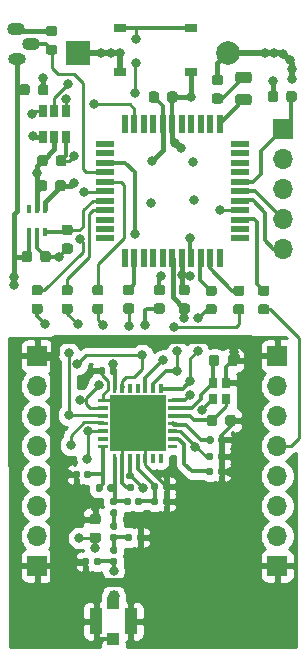
<source format=gbr>
%TF.GenerationSoftware,KiCad,Pcbnew,(5.1.6)-1*%
%TF.CreationDate,2022-09-14T08:17:56+02:00*%
%TF.ProjectId,LoRaWAN_EndNode_Microchip,4c6f5261-5741-44e5-9f45-6e644e6f6465,rev?*%
%TF.SameCoordinates,Original*%
%TF.FileFunction,Copper,L1,Top*%
%TF.FilePolarity,Positive*%
%FSLAX46Y46*%
G04 Gerber Fmt 4.6, Leading zero omitted, Abs format (unit mm)*
G04 Created by KiCad (PCBNEW (5.1.6)-1) date 2022-09-14 08:17:56*
%MOMM*%
%LPD*%
G01*
G04 APERTURE LIST*
%TA.AperFunction,ComponentPad*%
%ADD10C,2.000000*%
%TD*%
%TA.AperFunction,ComponentPad*%
%ADD11R,2.000000X2.000000*%
%TD*%
%TA.AperFunction,ComponentPad*%
%ADD12O,1.700000X1.700000*%
%TD*%
%TA.AperFunction,ComponentPad*%
%ADD13R,1.700000X1.700000*%
%TD*%
%TA.AperFunction,ComponentPad*%
%ADD14O,1.500000X1.100000*%
%TD*%
%TA.AperFunction,ComponentPad*%
%ADD15O,1.500000X1.000000*%
%TD*%
%TA.AperFunction,SMDPad,CuDef*%
%ADD16R,0.400000X0.650000*%
%TD*%
%TA.AperFunction,SMDPad,CuDef*%
%ADD17R,0.650000X1.060000*%
%TD*%
%TA.AperFunction,SMDPad,CuDef*%
%ADD18R,0.800000X0.900000*%
%TD*%
%TA.AperFunction,SMDPad,CuDef*%
%ADD19R,4.700000X4.700000*%
%TD*%
%TA.AperFunction,SMDPad,CuDef*%
%ADD20R,1.000000X0.750000*%
%TD*%
%TA.AperFunction,SMDPad,CuDef*%
%ADD21R,0.550000X1.500000*%
%TD*%
%TA.AperFunction,SMDPad,CuDef*%
%ADD22R,1.500000X0.550000*%
%TD*%
%TA.AperFunction,SMDPad,CuDef*%
%ADD23R,1.050000X2.200000*%
%TD*%
%TA.AperFunction,SMDPad,CuDef*%
%ADD24R,1.000000X1.050000*%
%TD*%
%TA.AperFunction,ViaPad*%
%ADD25C,0.800000*%
%TD*%
%TA.AperFunction,ViaPad*%
%ADD26C,1.000000*%
%TD*%
%TA.AperFunction,Conductor*%
%ADD27C,0.300000*%
%TD*%
%TA.AperFunction,Conductor*%
%ADD28C,0.400000*%
%TD*%
%TA.AperFunction,Conductor*%
%ADD29C,0.500000*%
%TD*%
%TA.AperFunction,Conductor*%
%ADD30C,0.750000*%
%TD*%
%TA.AperFunction,Conductor*%
%ADD31C,0.250000*%
%TD*%
%TA.AperFunction,Conductor*%
%ADD32C,0.254000*%
%TD*%
G04 APERTURE END LIST*
D10*
%TO.P,B1,2*%
%TO.N,GND*%
X207137000Y-74295000D03*
D11*
%TO.P,B1,1*%
%TO.N,+BATT*%
X194437000Y-74295000D03*
%TD*%
D12*
%TO.P,J1,5*%
%TO.N,/MCU_part/PGC*%
X211836000Y-90868500D03*
%TO.P,J1,4*%
%TO.N,/MCU_part/PGD*%
X211836000Y-88328500D03*
%TO.P,J1,3*%
%TO.N,GND*%
X211836000Y-85788500D03*
%TO.P,J1,2*%
%TO.N,+BATT*%
X211836000Y-83248500D03*
D13*
%TO.P,J1,1*%
%TO.N,/MCU_part/MCLR*%
X211836000Y-80708500D03*
%TD*%
D14*
%TO.P,U4,3*%
%TO.N,GND*%
X189238000Y-72288400D03*
%TO.P,U4,2*%
%TO.N,/MCU_part/temp_sens2*%
X190500000Y-73558400D03*
D15*
%TO.P,U4,1*%
%TO.N,VDD*%
X189280000Y-74828400D03*
%TD*%
%TO.P,R311,2*%
%TO.N,GND*%
%TA.AperFunction,SMDPad,CuDef*%
G36*
G01*
X193291750Y-90418500D02*
X193804250Y-90418500D01*
G75*
G02*
X194023000Y-90637250I0J-218750D01*
G01*
X194023000Y-91074750D01*
G75*
G02*
X193804250Y-91293500I-218750J0D01*
G01*
X193291750Y-91293500D01*
G75*
G02*
X193073000Y-91074750I0J218750D01*
G01*
X193073000Y-90637250D01*
G75*
G02*
X193291750Y-90418500I218750J0D01*
G01*
G37*
%TD.AperFunction*%
%TO.P,R311,1*%
%TO.N,/MCU_part/EN_LORA*%
%TA.AperFunction,SMDPad,CuDef*%
G36*
G01*
X193291750Y-88843500D02*
X193804250Y-88843500D01*
G75*
G02*
X194023000Y-89062250I0J-218750D01*
G01*
X194023000Y-89499750D01*
G75*
G02*
X193804250Y-89718500I-218750J0D01*
G01*
X193291750Y-89718500D01*
G75*
G02*
X193073000Y-89499750I0J218750D01*
G01*
X193073000Y-89062250D01*
G75*
G02*
X193291750Y-88843500I218750J0D01*
G01*
G37*
%TD.AperFunction*%
%TD*%
D16*
%TO.P,U6,6*%
%TO.N,Net-(U6-Pad6)*%
X190358000Y-87528400D03*
%TO.P,U6,4*%
%TO.N,+BATT*%
X191658000Y-87528400D03*
%TO.P,U6,2*%
%TO.N,GND*%
X191008000Y-89428400D03*
%TO.P,U6,5*%
X191008000Y-87528400D03*
%TO.P,U6,3*%
%TO.N,/MCU_part/EN_LORA*%
X191658000Y-89428400D03*
%TO.P,U6,1*%
%TO.N,VDD*%
X190358000Y-89428400D03*
%TD*%
%TO.P,R302,2*%
%TO.N,Net-(R302-Pad2)*%
%TA.AperFunction,SMDPad,CuDef*%
G36*
G01*
X205996250Y-94862000D02*
X205483750Y-94862000D01*
G75*
G02*
X205265000Y-94643250I0J218750D01*
G01*
X205265000Y-94205750D01*
G75*
G02*
X205483750Y-93987000I218750J0D01*
G01*
X205996250Y-93987000D01*
G75*
G02*
X206215000Y-94205750I0J-218750D01*
G01*
X206215000Y-94643250D01*
G75*
G02*
X205996250Y-94862000I-218750J0D01*
G01*
G37*
%TD.AperFunction*%
%TO.P,R302,1*%
%TO.N,DIO0*%
%TA.AperFunction,SMDPad,CuDef*%
G36*
G01*
X205996250Y-96437000D02*
X205483750Y-96437000D01*
G75*
G02*
X205265000Y-96218250I0J218750D01*
G01*
X205265000Y-95780750D01*
G75*
G02*
X205483750Y-95562000I218750J0D01*
G01*
X205996250Y-95562000D01*
G75*
G02*
X206215000Y-95780750I0J-218750D01*
G01*
X206215000Y-96218250D01*
G75*
G02*
X205996250Y-96437000I-218750J0D01*
G01*
G37*
%TD.AperFunction*%
%TD*%
D13*
%TO.P,CON1,8*%
%TO.N,GND*%
X191008000Y-99949000D03*
D12*
%TO.P,CON1,7*%
%TO.N,DIO5*%
X191008000Y-102489000D03*
%TO.P,CON1,6*%
%TO.N,SCK*%
X191008000Y-105029000D03*
%TO.P,CON1,5*%
%TO.N,MISO*%
X191008000Y-107569000D03*
%TO.P,CON1,4*%
%TO.N,MOSI*%
X191008000Y-110109000D03*
%TO.P,CON1,3*%
%TO.N,NSS*%
X191008000Y-112649000D03*
%TO.P,CON1,2*%
%TO.N,VDD*%
X191008000Y-115189000D03*
D13*
%TO.P,CON1,1*%
%TO.N,GND*%
X191008000Y-117729000D03*
%TD*%
%TO.P,L204,1*%
%TO.N,Net-(C213-Pad2)*%
%TA.AperFunction,SMDPad,CuDef*%
G36*
G01*
X197312500Y-116083000D02*
X197657500Y-116083000D01*
G75*
G02*
X197805000Y-116230500I0J-147500D01*
G01*
X197805000Y-116525500D01*
G75*
G02*
X197657500Y-116673000I-147500J0D01*
G01*
X197312500Y-116673000D01*
G75*
G02*
X197165000Y-116525500I0J147500D01*
G01*
X197165000Y-116230500D01*
G75*
G02*
X197312500Y-116083000I147500J0D01*
G01*
G37*
%TD.AperFunction*%
%TO.P,L204,2*%
%TO.N,/RF_Part/50_ohm_ant*%
%TA.AperFunction,SMDPad,CuDef*%
G36*
G01*
X197312500Y-117053000D02*
X197657500Y-117053000D01*
G75*
G02*
X197805000Y-117200500I0J-147500D01*
G01*
X197805000Y-117495500D01*
G75*
G02*
X197657500Y-117643000I-147500J0D01*
G01*
X197312500Y-117643000D01*
G75*
G02*
X197165000Y-117495500I0J147500D01*
G01*
X197165000Y-117200500D01*
G75*
G02*
X197312500Y-117053000I147500J0D01*
G01*
G37*
%TD.AperFunction*%
%TD*%
%TO.P,L203,2*%
%TO.N,Net-(C213-Pad2)*%
%TA.AperFunction,SMDPad,CuDef*%
G36*
G01*
X197312500Y-115021000D02*
X197657500Y-115021000D01*
G75*
G02*
X197805000Y-115168500I0J-147500D01*
G01*
X197805000Y-115463500D01*
G75*
G02*
X197657500Y-115611000I-147500J0D01*
G01*
X197312500Y-115611000D01*
G75*
G02*
X197165000Y-115463500I0J147500D01*
G01*
X197165000Y-115168500D01*
G75*
G02*
X197312500Y-115021000I147500J0D01*
G01*
G37*
%TD.AperFunction*%
%TO.P,L203,1*%
%TO.N,Net-(C212-Pad1)*%
%TA.AperFunction,SMDPad,CuDef*%
G36*
G01*
X197312500Y-114051000D02*
X197657500Y-114051000D01*
G75*
G02*
X197805000Y-114198500I0J-147500D01*
G01*
X197805000Y-114493500D01*
G75*
G02*
X197657500Y-114641000I-147500J0D01*
G01*
X197312500Y-114641000D01*
G75*
G02*
X197165000Y-114493500I0J147500D01*
G01*
X197165000Y-114198500D01*
G75*
G02*
X197312500Y-114051000I147500J0D01*
G01*
G37*
%TD.AperFunction*%
%TD*%
%TO.P,CON2,1*%
%TO.N,GND*%
X211328000Y-99949000D03*
D12*
%TO.P,CON2,2*%
%TO.N,Net-(CON2-Pad2)*%
X211328000Y-102489000D03*
%TO.P,CON2,3*%
%TO.N,Net-(CON2-Pad3)*%
X211328000Y-105029000D03*
%TO.P,CON2,4*%
%TO.N,DIO2*%
X211328000Y-107569000D03*
%TO.P,CON2,5*%
%TO.N,DIO1*%
X211328000Y-110109000D03*
%TO.P,CON2,6*%
%TO.N,DIO0*%
X211328000Y-112649000D03*
%TO.P,CON2,7*%
%TO.N,NRESET*%
X211328000Y-115189000D03*
D13*
%TO.P,CON2,8*%
%TO.N,GND*%
X211328000Y-117729000D03*
%TD*%
%TO.P,L202,2*%
%TO.N,GND*%
%TA.AperFunction,SMDPad,CuDef*%
G36*
G01*
X194628000Y-109809500D02*
X194628000Y-110154500D01*
G75*
G02*
X194480500Y-110302000I-147500J0D01*
G01*
X194185500Y-110302000D01*
G75*
G02*
X194038000Y-110154500I0J147500D01*
G01*
X194038000Y-109809500D01*
G75*
G02*
X194185500Y-109662000I147500J0D01*
G01*
X194480500Y-109662000D01*
G75*
G02*
X194628000Y-109809500I0J-147500D01*
G01*
G37*
%TD.AperFunction*%
%TO.P,L202,1*%
%TO.N,RFI_HF*%
%TA.AperFunction,SMDPad,CuDef*%
G36*
G01*
X195598000Y-109809500D02*
X195598000Y-110154500D01*
G75*
G02*
X195450500Y-110302000I-147500J0D01*
G01*
X195155500Y-110302000D01*
G75*
G02*
X195008000Y-110154500I0J147500D01*
G01*
X195008000Y-109809500D01*
G75*
G02*
X195155500Y-109662000I147500J0D01*
G01*
X195450500Y-109662000D01*
G75*
G02*
X195598000Y-109809500I0J-147500D01*
G01*
G37*
%TD.AperFunction*%
%TD*%
%TO.P,L201,1*%
%TO.N,VR_PA*%
%TA.AperFunction,SMDPad,CuDef*%
G36*
G01*
X199893000Y-112095500D02*
X199893000Y-112440500D01*
G75*
G02*
X199745500Y-112588000I-147500J0D01*
G01*
X199450500Y-112588000D01*
G75*
G02*
X199303000Y-112440500I0J147500D01*
G01*
X199303000Y-112095500D01*
G75*
G02*
X199450500Y-111948000I147500J0D01*
G01*
X199745500Y-111948000D01*
G75*
G02*
X199893000Y-112095500I0J-147500D01*
G01*
G37*
%TD.AperFunction*%
%TO.P,L201,2*%
%TO.N,RFO_HF*%
%TA.AperFunction,SMDPad,CuDef*%
G36*
G01*
X198923000Y-112095500D02*
X198923000Y-112440500D01*
G75*
G02*
X198775500Y-112588000I-147500J0D01*
G01*
X198480500Y-112588000D01*
G75*
G02*
X198333000Y-112440500I0J147500D01*
G01*
X198333000Y-112095500D01*
G75*
G02*
X198480500Y-111948000I147500J0D01*
G01*
X198775500Y-111948000D01*
G75*
G02*
X198923000Y-112095500I0J-147500D01*
G01*
G37*
%TD.AperFunction*%
%TD*%
%TO.P,C302,2*%
%TO.N,GND*%
%TA.AperFunction,SMDPad,CuDef*%
G36*
G01*
X201326000Y-77772550D02*
X201326000Y-78285050D01*
G75*
G02*
X201107250Y-78503800I-218750J0D01*
G01*
X200669750Y-78503800D01*
G75*
G02*
X200451000Y-78285050I0J218750D01*
G01*
X200451000Y-77772550D01*
G75*
G02*
X200669750Y-77553800I218750J0D01*
G01*
X201107250Y-77553800D01*
G75*
G02*
X201326000Y-77772550I0J-218750D01*
G01*
G37*
%TD.AperFunction*%
%TO.P,C302,1*%
%TO.N,+BATT*%
%TA.AperFunction,SMDPad,CuDef*%
G36*
G01*
X202901000Y-77772550D02*
X202901000Y-78285050D01*
G75*
G02*
X202682250Y-78503800I-218750J0D01*
G01*
X202244750Y-78503800D01*
G75*
G02*
X202026000Y-78285050I0J218750D01*
G01*
X202026000Y-77772550D01*
G75*
G02*
X202244750Y-77553800I218750J0D01*
G01*
X202682250Y-77553800D01*
G75*
G02*
X202901000Y-77772550I0J-218750D01*
G01*
G37*
%TD.AperFunction*%
%TD*%
%TO.P,D301,2*%
%TO.N,/MCU_part/LED*%
%TA.AperFunction,SMDPad,CuDef*%
G36*
G01*
X208018750Y-77762500D02*
X208931250Y-77762500D01*
G75*
G02*
X209175000Y-78006250I0J-243750D01*
G01*
X209175000Y-78493750D01*
G75*
G02*
X208931250Y-78737500I-243750J0D01*
G01*
X208018750Y-78737500D01*
G75*
G02*
X207775000Y-78493750I0J243750D01*
G01*
X207775000Y-78006250D01*
G75*
G02*
X208018750Y-77762500I243750J0D01*
G01*
G37*
%TD.AperFunction*%
%TO.P,D301,1*%
%TO.N,Net-(D301-Pad1)*%
%TA.AperFunction,SMDPad,CuDef*%
G36*
G01*
X208018750Y-75887500D02*
X208931250Y-75887500D01*
G75*
G02*
X209175000Y-76131250I0J-243750D01*
G01*
X209175000Y-76618750D01*
G75*
G02*
X208931250Y-76862500I-243750J0D01*
G01*
X208018750Y-76862500D01*
G75*
G02*
X207775000Y-76618750I0J243750D01*
G01*
X207775000Y-76131250D01*
G75*
G02*
X208018750Y-75887500I243750J0D01*
G01*
G37*
%TD.AperFunction*%
%TD*%
%TO.P,C308,1*%
%TO.N,GND*%
%TA.AperFunction,SMDPad,CuDef*%
G36*
G01*
X191970950Y-72003100D02*
X192483450Y-72003100D01*
G75*
G02*
X192702200Y-72221850I0J-218750D01*
G01*
X192702200Y-72659350D01*
G75*
G02*
X192483450Y-72878100I-218750J0D01*
G01*
X191970950Y-72878100D01*
G75*
G02*
X191752200Y-72659350I0J218750D01*
G01*
X191752200Y-72221850D01*
G75*
G02*
X191970950Y-72003100I218750J0D01*
G01*
G37*
%TD.AperFunction*%
%TO.P,C308,2*%
%TO.N,/MCU_part/temp_sens2*%
%TA.AperFunction,SMDPad,CuDef*%
G36*
G01*
X191970950Y-73578100D02*
X192483450Y-73578100D01*
G75*
G02*
X192702200Y-73796850I0J-218750D01*
G01*
X192702200Y-74234350D01*
G75*
G02*
X192483450Y-74453100I-218750J0D01*
G01*
X191970950Y-74453100D01*
G75*
G02*
X191752200Y-74234350I0J218750D01*
G01*
X191752200Y-73796850D01*
G75*
G02*
X191970950Y-73578100I218750J0D01*
G01*
G37*
%TD.AperFunction*%
%TD*%
%TO.P,C309,2*%
%TO.N,GND*%
%TA.AperFunction,SMDPad,CuDef*%
G36*
G01*
X191851900Y-85290950D02*
X191851900Y-85803450D01*
G75*
G02*
X191633150Y-86022200I-218750J0D01*
G01*
X191195650Y-86022200D01*
G75*
G02*
X190976900Y-85803450I0J218750D01*
G01*
X190976900Y-85290950D01*
G75*
G02*
X191195650Y-85072200I218750J0D01*
G01*
X191633150Y-85072200D01*
G75*
G02*
X191851900Y-85290950I0J-218750D01*
G01*
G37*
%TD.AperFunction*%
%TO.P,C309,1*%
%TO.N,+BATT*%
%TA.AperFunction,SMDPad,CuDef*%
G36*
G01*
X193426900Y-85290950D02*
X193426900Y-85803450D01*
G75*
G02*
X193208150Y-86022200I-218750J0D01*
G01*
X192770650Y-86022200D01*
G75*
G02*
X192551900Y-85803450I0J218750D01*
G01*
X192551900Y-85290950D01*
G75*
G02*
X192770650Y-85072200I218750J0D01*
G01*
X193208150Y-85072200D01*
G75*
G02*
X193426900Y-85290950I0J-218750D01*
G01*
G37*
%TD.AperFunction*%
%TD*%
%TO.P,R301,1*%
%TO.N,DIO5*%
%TA.AperFunction,SMDPad,CuDef*%
G36*
G01*
X201614750Y-96373500D02*
X201102250Y-96373500D01*
G75*
G02*
X200883500Y-96154750I0J218750D01*
G01*
X200883500Y-95717250D01*
G75*
G02*
X201102250Y-95498500I218750J0D01*
G01*
X201614750Y-95498500D01*
G75*
G02*
X201833500Y-95717250I0J-218750D01*
G01*
X201833500Y-96154750D01*
G75*
G02*
X201614750Y-96373500I-218750J0D01*
G01*
G37*
%TD.AperFunction*%
%TO.P,R301,2*%
%TO.N,Net-(R301-Pad2)*%
%TA.AperFunction,SMDPad,CuDef*%
G36*
G01*
X201614750Y-94798500D02*
X201102250Y-94798500D01*
G75*
G02*
X200883500Y-94579750I0J218750D01*
G01*
X200883500Y-94142250D01*
G75*
G02*
X201102250Y-93923500I218750J0D01*
G01*
X201614750Y-93923500D01*
G75*
G02*
X201833500Y-94142250I0J-218750D01*
G01*
X201833500Y-94579750D01*
G75*
G02*
X201614750Y-94798500I-218750J0D01*
G01*
G37*
%TD.AperFunction*%
%TD*%
%TO.P,C310,1*%
%TO.N,VDD*%
%TA.AperFunction,SMDPad,CuDef*%
G36*
G01*
X189706700Y-91797850D02*
X189706700Y-91285350D01*
G75*
G02*
X189925450Y-91066600I218750J0D01*
G01*
X190362950Y-91066600D01*
G75*
G02*
X190581700Y-91285350I0J-218750D01*
G01*
X190581700Y-91797850D01*
G75*
G02*
X190362950Y-92016600I-218750J0D01*
G01*
X189925450Y-92016600D01*
G75*
G02*
X189706700Y-91797850I0J218750D01*
G01*
G37*
%TD.AperFunction*%
%TO.P,C310,2*%
%TO.N,GND*%
%TA.AperFunction,SMDPad,CuDef*%
G36*
G01*
X191281700Y-91797850D02*
X191281700Y-91285350D01*
G75*
G02*
X191500450Y-91066600I218750J0D01*
G01*
X191937950Y-91066600D01*
G75*
G02*
X192156700Y-91285350I0J-218750D01*
G01*
X192156700Y-91797850D01*
G75*
G02*
X191937950Y-92016600I-218750J0D01*
G01*
X191500450Y-92016600D01*
G75*
G02*
X191281700Y-91797850I0J218750D01*
G01*
G37*
%TD.AperFunction*%
%TD*%
%TO.P,C307,2*%
%TO.N,VDD*%
%TA.AperFunction,SMDPad,CuDef*%
G36*
G01*
X190378500Y-77162950D02*
X190378500Y-77675450D01*
G75*
G02*
X190159750Y-77894200I-218750J0D01*
G01*
X189722250Y-77894200D01*
G75*
G02*
X189503500Y-77675450I0J218750D01*
G01*
X189503500Y-77162950D01*
G75*
G02*
X189722250Y-76944200I218750J0D01*
G01*
X190159750Y-76944200D01*
G75*
G02*
X190378500Y-77162950I0J-218750D01*
G01*
G37*
%TD.AperFunction*%
%TO.P,C307,1*%
%TO.N,GND*%
%TA.AperFunction,SMDPad,CuDef*%
G36*
G01*
X191953500Y-77162950D02*
X191953500Y-77675450D01*
G75*
G02*
X191734750Y-77894200I-218750J0D01*
G01*
X191297250Y-77894200D01*
G75*
G02*
X191078500Y-77675450I0J218750D01*
G01*
X191078500Y-77162950D01*
G75*
G02*
X191297250Y-76944200I218750J0D01*
G01*
X191734750Y-76944200D01*
G75*
G02*
X191953500Y-77162950I0J-218750D01*
G01*
G37*
%TD.AperFunction*%
%TD*%
%TO.P,C301,1*%
%TO.N,+BATT*%
%TA.AperFunction,SMDPad,CuDef*%
G36*
G01*
X203197750Y-93923500D02*
X203710250Y-93923500D01*
G75*
G02*
X203929000Y-94142250I0J-218750D01*
G01*
X203929000Y-94579750D01*
G75*
G02*
X203710250Y-94798500I-218750J0D01*
G01*
X203197750Y-94798500D01*
G75*
G02*
X202979000Y-94579750I0J218750D01*
G01*
X202979000Y-94142250D01*
G75*
G02*
X203197750Y-93923500I218750J0D01*
G01*
G37*
%TD.AperFunction*%
%TO.P,C301,2*%
%TO.N,GND*%
%TA.AperFunction,SMDPad,CuDef*%
G36*
G01*
X203197750Y-95498500D02*
X203710250Y-95498500D01*
G75*
G02*
X203929000Y-95717250I0J-218750D01*
G01*
X203929000Y-96154750D01*
G75*
G02*
X203710250Y-96373500I-218750J0D01*
G01*
X203197750Y-96373500D01*
G75*
G02*
X202979000Y-96154750I0J218750D01*
G01*
X202979000Y-95717250D01*
G75*
G02*
X203197750Y-95498500I218750J0D01*
G01*
G37*
%TD.AperFunction*%
%TD*%
%TO.P,R303,2*%
%TO.N,Net-(R303-Pad2)*%
%TA.AperFunction,SMDPad,CuDef*%
G36*
G01*
X208345750Y-94862000D02*
X207833250Y-94862000D01*
G75*
G02*
X207614500Y-94643250I0J218750D01*
G01*
X207614500Y-94205750D01*
G75*
G02*
X207833250Y-93987000I218750J0D01*
G01*
X208345750Y-93987000D01*
G75*
G02*
X208564500Y-94205750I0J-218750D01*
G01*
X208564500Y-94643250D01*
G75*
G02*
X208345750Y-94862000I-218750J0D01*
G01*
G37*
%TD.AperFunction*%
%TO.P,R303,1*%
%TO.N,DIO1*%
%TA.AperFunction,SMDPad,CuDef*%
G36*
G01*
X208345750Y-96437000D02*
X207833250Y-96437000D01*
G75*
G02*
X207614500Y-96218250I0J218750D01*
G01*
X207614500Y-95780750D01*
G75*
G02*
X207833250Y-95562000I218750J0D01*
G01*
X208345750Y-95562000D01*
G75*
G02*
X208564500Y-95780750I0J-218750D01*
G01*
X208564500Y-96218250D01*
G75*
G02*
X208345750Y-96437000I-218750J0D01*
G01*
G37*
%TD.AperFunction*%
%TD*%
D17*
%TO.P,U5,5*%
%TO.N,/MCU_part/WAKE_UP*%
X192466000Y-79181600D03*
%TO.P,U5,6*%
%TO.N,/MCU_part/MCLR*%
X191516000Y-79181600D03*
%TO.P,U5,4*%
%TO.N,/MCU_part/DONE*%
X193416000Y-79181600D03*
%TO.P,U5,3*%
%TO.N,Net-(Rext1-Pad1)*%
X193416000Y-81381600D03*
%TO.P,U5,2*%
%TO.N,GND*%
X192466000Y-81381600D03*
%TO.P,U5,1*%
%TO.N,+BATT*%
X191516000Y-81381600D03*
%TD*%
%TO.P,R307,2*%
%TO.N,MISO*%
%TA.AperFunction,SMDPad,CuDef*%
G36*
G01*
X190751750Y-95511000D02*
X191264250Y-95511000D01*
G75*
G02*
X191483000Y-95729750I0J-218750D01*
G01*
X191483000Y-96167250D01*
G75*
G02*
X191264250Y-96386000I-218750J0D01*
G01*
X190751750Y-96386000D01*
G75*
G02*
X190533000Y-96167250I0J218750D01*
G01*
X190533000Y-95729750D01*
G75*
G02*
X190751750Y-95511000I218750J0D01*
G01*
G37*
%TD.AperFunction*%
%TO.P,R307,1*%
%TO.N,Net-(R307-Pad1)*%
%TA.AperFunction,SMDPad,CuDef*%
G36*
G01*
X190751750Y-93936000D02*
X191264250Y-93936000D01*
G75*
G02*
X191483000Y-94154750I0J-218750D01*
G01*
X191483000Y-94592250D01*
G75*
G02*
X191264250Y-94811000I-218750J0D01*
G01*
X190751750Y-94811000D01*
G75*
G02*
X190533000Y-94592250I0J218750D01*
G01*
X190533000Y-94154750D01*
G75*
G02*
X190751750Y-93936000I218750J0D01*
G01*
G37*
%TD.AperFunction*%
%TD*%
D18*
%TO.P,Y1,4*%
%TO.N,GND*%
X205910000Y-103632000D03*
%TO.P,Y1,3*%
%TO.N,/RF_Part/XTB*%
X205910000Y-102232000D03*
%TO.P,Y1,2*%
%TO.N,GND*%
X207010000Y-102232000D03*
%TO.P,Y1,1*%
%TO.N,/RF_Part/XTA*%
X207010000Y-103632000D03*
%TD*%
%TO.P,Rext1,1*%
%TO.N,Net-(Rext1-Pad1)*%
%TA.AperFunction,SMDPad,CuDef*%
G36*
G01*
X193477700Y-83157350D02*
X193477700Y-83669850D01*
G75*
G02*
X193258950Y-83888600I-218750J0D01*
G01*
X192821450Y-83888600D01*
G75*
G02*
X192602700Y-83669850I0J218750D01*
G01*
X192602700Y-83157350D01*
G75*
G02*
X192821450Y-82938600I218750J0D01*
G01*
X193258950Y-82938600D01*
G75*
G02*
X193477700Y-83157350I0J-218750D01*
G01*
G37*
%TD.AperFunction*%
%TO.P,Rext1,2*%
%TO.N,GND*%
%TA.AperFunction,SMDPad,CuDef*%
G36*
G01*
X191902700Y-83157350D02*
X191902700Y-83669850D01*
G75*
G02*
X191683950Y-83888600I-218750J0D01*
G01*
X191246450Y-83888600D01*
G75*
G02*
X191027700Y-83669850I0J218750D01*
G01*
X191027700Y-83157350D01*
G75*
G02*
X191246450Y-82938600I218750J0D01*
G01*
X191683950Y-82938600D01*
G75*
G02*
X191902700Y-83157350I0J-218750D01*
G01*
G37*
%TD.AperFunction*%
%TD*%
%TO.P,R305,2*%
%TO.N,/MCU_part/MCLR*%
%TA.AperFunction,SMDPad,CuDef*%
G36*
G01*
X212097000Y-78234250D02*
X212097000Y-77721750D01*
G75*
G02*
X212315750Y-77503000I218750J0D01*
G01*
X212753250Y-77503000D01*
G75*
G02*
X212972000Y-77721750I0J-218750D01*
G01*
X212972000Y-78234250D01*
G75*
G02*
X212753250Y-78453000I-218750J0D01*
G01*
X212315750Y-78453000D01*
G75*
G02*
X212097000Y-78234250I0J218750D01*
G01*
G37*
%TD.AperFunction*%
%TO.P,R305,1*%
%TO.N,+BATT*%
%TA.AperFunction,SMDPad,CuDef*%
G36*
G01*
X210522000Y-78234250D02*
X210522000Y-77721750D01*
G75*
G02*
X210740750Y-77503000I218750J0D01*
G01*
X211178250Y-77503000D01*
G75*
G02*
X211397000Y-77721750I0J-218750D01*
G01*
X211397000Y-78234250D01*
G75*
G02*
X211178250Y-78453000I-218750J0D01*
G01*
X210740750Y-78453000D01*
G75*
G02*
X210522000Y-78234250I0J218750D01*
G01*
G37*
%TD.AperFunction*%
%TD*%
D19*
%TO.P,U1,29*%
%TO.N,GND*%
X199517000Y-105664000D03*
%TO.P,U1,21*%
%TO.N,RFI_HF*%
%TA.AperFunction,SMDPad,CuDef*%
G36*
G01*
X196967000Y-107466800D02*
X196967000Y-107761200D01*
G75*
G02*
X196954200Y-107774000I-12800J0D01*
G01*
X196169800Y-107774000D01*
G75*
G02*
X196157000Y-107761200I0J12800D01*
G01*
X196157000Y-107466800D01*
G75*
G02*
X196169800Y-107454000I12800J0D01*
G01*
X196954200Y-107454000D01*
G75*
G02*
X196967000Y-107466800I0J-12800D01*
G01*
G37*
%TD.AperFunction*%
%TO.P,U1,20*%
%TO.N,Net-(U1-Pad20)*%
%TA.AperFunction,SMDPad,CuDef*%
G36*
G01*
X196967000Y-106816800D02*
X196967000Y-107111200D01*
G75*
G02*
X196954200Y-107124000I-12800J0D01*
G01*
X196169800Y-107124000D01*
G75*
G02*
X196157000Y-107111200I0J12800D01*
G01*
X196157000Y-106816800D01*
G75*
G02*
X196169800Y-106804000I12800J0D01*
G01*
X196954200Y-106804000D01*
G75*
G02*
X196967000Y-106816800I0J-12800D01*
G01*
G37*
%TD.AperFunction*%
%TO.P,U1,19*%
%TO.N,NSS*%
%TA.AperFunction,SMDPad,CuDef*%
G36*
G01*
X196967000Y-106166800D02*
X196967000Y-106461200D01*
G75*
G02*
X196954200Y-106474000I-12800J0D01*
G01*
X196169800Y-106474000D01*
G75*
G02*
X196157000Y-106461200I0J12800D01*
G01*
X196157000Y-106166800D01*
G75*
G02*
X196169800Y-106154000I12800J0D01*
G01*
X196954200Y-106154000D01*
G75*
G02*
X196967000Y-106166800I0J-12800D01*
G01*
G37*
%TD.AperFunction*%
%TO.P,U1,18*%
%TO.N,MOSI*%
%TA.AperFunction,SMDPad,CuDef*%
G36*
G01*
X196967000Y-105516800D02*
X196967000Y-105811200D01*
G75*
G02*
X196954200Y-105824000I-12800J0D01*
G01*
X196169800Y-105824000D01*
G75*
G02*
X196157000Y-105811200I0J12800D01*
G01*
X196157000Y-105516800D01*
G75*
G02*
X196169800Y-105504000I12800J0D01*
G01*
X196954200Y-105504000D01*
G75*
G02*
X196967000Y-105516800I0J-12800D01*
G01*
G37*
%TD.AperFunction*%
%TO.P,U1,17*%
%TO.N,MISO*%
%TA.AperFunction,SMDPad,CuDef*%
G36*
G01*
X196967000Y-104866800D02*
X196967000Y-105161200D01*
G75*
G02*
X196954200Y-105174000I-12800J0D01*
G01*
X196169800Y-105174000D01*
G75*
G02*
X196157000Y-105161200I0J12800D01*
G01*
X196157000Y-104866800D01*
G75*
G02*
X196169800Y-104854000I12800J0D01*
G01*
X196954200Y-104854000D01*
G75*
G02*
X196967000Y-104866800I0J-12800D01*
G01*
G37*
%TD.AperFunction*%
%TO.P,U1,16*%
%TO.N,SCK*%
%TA.AperFunction,SMDPad,CuDef*%
G36*
G01*
X196967000Y-104216800D02*
X196967000Y-104511200D01*
G75*
G02*
X196954200Y-104524000I-12800J0D01*
G01*
X196169800Y-104524000D01*
G75*
G02*
X196157000Y-104511200I0J12800D01*
G01*
X196157000Y-104216800D01*
G75*
G02*
X196169800Y-104204000I12800J0D01*
G01*
X196954200Y-104204000D01*
G75*
G02*
X196967000Y-104216800I0J-12800D01*
G01*
G37*
%TD.AperFunction*%
%TO.P,U1,15*%
%TO.N,GND*%
%TA.AperFunction,SMDPad,CuDef*%
G36*
G01*
X196967000Y-103566800D02*
X196967000Y-103861200D01*
G75*
G02*
X196954200Y-103874000I-12800J0D01*
G01*
X196169800Y-103874000D01*
G75*
G02*
X196157000Y-103861200I0J12800D01*
G01*
X196157000Y-103566800D01*
G75*
G02*
X196169800Y-103554000I12800J0D01*
G01*
X196954200Y-103554000D01*
G75*
G02*
X196967000Y-103566800I0J-12800D01*
G01*
G37*
%TD.AperFunction*%
%TO.P,U1,7*%
%TO.N,NRESET*%
%TA.AperFunction,SMDPad,CuDef*%
G36*
G01*
X202877000Y-103566800D02*
X202877000Y-103861200D01*
G75*
G02*
X202864200Y-103874000I-12800J0D01*
G01*
X202079800Y-103874000D01*
G75*
G02*
X202067000Y-103861200I0J12800D01*
G01*
X202067000Y-103566800D01*
G75*
G02*
X202079800Y-103554000I12800J0D01*
G01*
X202864200Y-103554000D01*
G75*
G02*
X202877000Y-103566800I0J-12800D01*
G01*
G37*
%TD.AperFunction*%
%TO.P,U1,6*%
%TO.N,/RF_Part/XTB*%
%TA.AperFunction,SMDPad,CuDef*%
G36*
G01*
X202877000Y-104216800D02*
X202877000Y-104511200D01*
G75*
G02*
X202864200Y-104524000I-12800J0D01*
G01*
X202079800Y-104524000D01*
G75*
G02*
X202067000Y-104511200I0J12800D01*
G01*
X202067000Y-104216800D01*
G75*
G02*
X202079800Y-104204000I12800J0D01*
G01*
X202864200Y-104204000D01*
G75*
G02*
X202877000Y-104216800I0J-12800D01*
G01*
G37*
%TD.AperFunction*%
%TO.P,U1,5*%
%TO.N,/RF_Part/XTA*%
%TA.AperFunction,SMDPad,CuDef*%
G36*
G01*
X202877000Y-104866800D02*
X202877000Y-105161200D01*
G75*
G02*
X202864200Y-105174000I-12800J0D01*
G01*
X202079800Y-105174000D01*
G75*
G02*
X202067000Y-105161200I0J12800D01*
G01*
X202067000Y-104866800D01*
G75*
G02*
X202079800Y-104854000I12800J0D01*
G01*
X202864200Y-104854000D01*
G75*
G02*
X202877000Y-104866800I0J-12800D01*
G01*
G37*
%TD.AperFunction*%
%TO.P,U1,4*%
%TO.N,/RF_Part/VR_DIG*%
%TA.AperFunction,SMDPad,CuDef*%
G36*
G01*
X202877000Y-105516800D02*
X202877000Y-105811200D01*
G75*
G02*
X202864200Y-105824000I-12800J0D01*
G01*
X202079800Y-105824000D01*
G75*
G02*
X202067000Y-105811200I0J12800D01*
G01*
X202067000Y-105516800D01*
G75*
G02*
X202079800Y-105504000I12800J0D01*
G01*
X202864200Y-105504000D01*
G75*
G02*
X202877000Y-105516800I0J-12800D01*
G01*
G37*
%TD.AperFunction*%
%TO.P,U1,3*%
%TO.N,VDD*%
%TA.AperFunction,SMDPad,CuDef*%
G36*
G01*
X202877000Y-106166800D02*
X202877000Y-106461200D01*
G75*
G02*
X202864200Y-106474000I-12800J0D01*
G01*
X202079800Y-106474000D01*
G75*
G02*
X202067000Y-106461200I0J12800D01*
G01*
X202067000Y-106166800D01*
G75*
G02*
X202079800Y-106154000I12800J0D01*
G01*
X202864200Y-106154000D01*
G75*
G02*
X202877000Y-106166800I0J-12800D01*
G01*
G37*
%TD.AperFunction*%
%TO.P,U1,2*%
%TO.N,/RF_Part/VR_ANA*%
%TA.AperFunction,SMDPad,CuDef*%
G36*
G01*
X202877000Y-106816800D02*
X202877000Y-107111200D01*
G75*
G02*
X202864200Y-107124000I-12800J0D01*
G01*
X202079800Y-107124000D01*
G75*
G02*
X202067000Y-107111200I0J12800D01*
G01*
X202067000Y-106816800D01*
G75*
G02*
X202079800Y-106804000I12800J0D01*
G01*
X202864200Y-106804000D01*
G75*
G02*
X202877000Y-106816800I0J-12800D01*
G01*
G37*
%TD.AperFunction*%
%TO.P,U1,1*%
%TO.N,Net-(U1-Pad1)*%
%TA.AperFunction,SMDPad,CuDef*%
G36*
G01*
X202877000Y-107466800D02*
X202877000Y-107761200D01*
G75*
G02*
X202864200Y-107774000I-12800J0D01*
G01*
X202079800Y-107774000D01*
G75*
G02*
X202067000Y-107761200I0J12800D01*
G01*
X202067000Y-107466800D01*
G75*
G02*
X202079800Y-107454000I12800J0D01*
G01*
X202864200Y-107454000D01*
G75*
G02*
X202877000Y-107466800I0J-12800D01*
G01*
G37*
%TD.AperFunction*%
%TO.P,U1,28*%
%TO.N,Net-(U1-Pad28)*%
%TA.AperFunction,SMDPad,CuDef*%
G36*
G01*
X201319800Y-108214000D02*
X201614200Y-108214000D01*
G75*
G02*
X201627000Y-108226800I0J-12800D01*
G01*
X201627000Y-109011200D01*
G75*
G02*
X201614200Y-109024000I-12800J0D01*
G01*
X201319800Y-109024000D01*
G75*
G02*
X201307000Y-109011200I0J12800D01*
G01*
X201307000Y-108226800D01*
G75*
G02*
X201319800Y-108214000I12800J0D01*
G01*
G37*
%TD.AperFunction*%
%TO.P,U1,27*%
%TO.N,Net-(U1-Pad27)*%
%TA.AperFunction,SMDPad,CuDef*%
G36*
G01*
X200669800Y-108214000D02*
X200964200Y-108214000D01*
G75*
G02*
X200977000Y-108226800I0J-12800D01*
G01*
X200977000Y-109011200D01*
G75*
G02*
X200964200Y-109024000I-12800J0D01*
G01*
X200669800Y-109024000D01*
G75*
G02*
X200657000Y-109011200I0J12800D01*
G01*
X200657000Y-108226800D01*
G75*
G02*
X200669800Y-108214000I12800J0D01*
G01*
G37*
%TD.AperFunction*%
%TO.P,U1,26*%
%TO.N,GND*%
%TA.AperFunction,SMDPad,CuDef*%
G36*
G01*
X200019800Y-108214000D02*
X200314200Y-108214000D01*
G75*
G02*
X200327000Y-108226800I0J-12800D01*
G01*
X200327000Y-109011200D01*
G75*
G02*
X200314200Y-109024000I-12800J0D01*
G01*
X200019800Y-109024000D01*
G75*
G02*
X200007000Y-109011200I0J12800D01*
G01*
X200007000Y-108226800D01*
G75*
G02*
X200019800Y-108214000I12800J0D01*
G01*
G37*
%TD.AperFunction*%
%TO.P,U1,25*%
%TO.N,VR_PA*%
%TA.AperFunction,SMDPad,CuDef*%
G36*
G01*
X199369800Y-108214000D02*
X199664200Y-108214000D01*
G75*
G02*
X199677000Y-108226800I0J-12800D01*
G01*
X199677000Y-109011200D01*
G75*
G02*
X199664200Y-109024000I-12800J0D01*
G01*
X199369800Y-109024000D01*
G75*
G02*
X199357000Y-109011200I0J12800D01*
G01*
X199357000Y-108226800D01*
G75*
G02*
X199369800Y-108214000I12800J0D01*
G01*
G37*
%TD.AperFunction*%
%TO.P,U1,24*%
%TO.N,VDD*%
%TA.AperFunction,SMDPad,CuDef*%
G36*
G01*
X198719800Y-108214000D02*
X199014200Y-108214000D01*
G75*
G02*
X199027000Y-108226800I0J-12800D01*
G01*
X199027000Y-109011200D01*
G75*
G02*
X199014200Y-109024000I-12800J0D01*
G01*
X198719800Y-109024000D01*
G75*
G02*
X198707000Y-109011200I0J12800D01*
G01*
X198707000Y-108226800D01*
G75*
G02*
X198719800Y-108214000I12800J0D01*
G01*
G37*
%TD.AperFunction*%
%TO.P,U1,23*%
%TO.N,GND*%
%TA.AperFunction,SMDPad,CuDef*%
G36*
G01*
X198069800Y-108214000D02*
X198364200Y-108214000D01*
G75*
G02*
X198377000Y-108226800I0J-12800D01*
G01*
X198377000Y-109011200D01*
G75*
G02*
X198364200Y-109024000I-12800J0D01*
G01*
X198069800Y-109024000D01*
G75*
G02*
X198057000Y-109011200I0J12800D01*
G01*
X198057000Y-108226800D01*
G75*
G02*
X198069800Y-108214000I12800J0D01*
G01*
G37*
%TD.AperFunction*%
%TO.P,U1,22*%
%TO.N,RFO_HF*%
%TA.AperFunction,SMDPad,CuDef*%
G36*
G01*
X197419800Y-108214000D02*
X197714200Y-108214000D01*
G75*
G02*
X197727000Y-108226800I0J-12800D01*
G01*
X197727000Y-109011200D01*
G75*
G02*
X197714200Y-109024000I-12800J0D01*
G01*
X197419800Y-109024000D01*
G75*
G02*
X197407000Y-109011200I0J12800D01*
G01*
X197407000Y-108226800D01*
G75*
G02*
X197419800Y-108214000I12800J0D01*
G01*
G37*
%TD.AperFunction*%
%TO.P,U1,14*%
%TO.N,VDD*%
%TA.AperFunction,SMDPad,CuDef*%
G36*
G01*
X197419800Y-102304000D02*
X197714200Y-102304000D01*
G75*
G02*
X197727000Y-102316800I0J-12800D01*
G01*
X197727000Y-103101200D01*
G75*
G02*
X197714200Y-103114000I-12800J0D01*
G01*
X197419800Y-103114000D01*
G75*
G02*
X197407000Y-103101200I0J12800D01*
G01*
X197407000Y-102316800D01*
G75*
G02*
X197419800Y-102304000I12800J0D01*
G01*
G37*
%TD.AperFunction*%
%TO.P,U1,13*%
%TO.N,DIO5*%
%TA.AperFunction,SMDPad,CuDef*%
G36*
G01*
X198069800Y-102304000D02*
X198364200Y-102304000D01*
G75*
G02*
X198377000Y-102316800I0J-12800D01*
G01*
X198377000Y-103101200D01*
G75*
G02*
X198364200Y-103114000I-12800J0D01*
G01*
X198069800Y-103114000D01*
G75*
G02*
X198057000Y-103101200I0J12800D01*
G01*
X198057000Y-102316800D01*
G75*
G02*
X198069800Y-102304000I12800J0D01*
G01*
G37*
%TD.AperFunction*%
%TO.P,U1,12*%
%TO.N,Net-(U1-Pad12)*%
%TA.AperFunction,SMDPad,CuDef*%
G36*
G01*
X198719800Y-102304000D02*
X199014200Y-102304000D01*
G75*
G02*
X199027000Y-102316800I0J-12800D01*
G01*
X199027000Y-103101200D01*
G75*
G02*
X199014200Y-103114000I-12800J0D01*
G01*
X198719800Y-103114000D01*
G75*
G02*
X198707000Y-103101200I0J12800D01*
G01*
X198707000Y-102316800D01*
G75*
G02*
X198719800Y-102304000I12800J0D01*
G01*
G37*
%TD.AperFunction*%
%TO.P,U1,11*%
%TO.N,Net-(U1-Pad11)*%
%TA.AperFunction,SMDPad,CuDef*%
G36*
G01*
X199369800Y-102304000D02*
X199664200Y-102304000D01*
G75*
G02*
X199677000Y-102316800I0J-12800D01*
G01*
X199677000Y-103101200D01*
G75*
G02*
X199664200Y-103114000I-12800J0D01*
G01*
X199369800Y-103114000D01*
G75*
G02*
X199357000Y-103101200I0J12800D01*
G01*
X199357000Y-102316800D01*
G75*
G02*
X199369800Y-102304000I12800J0D01*
G01*
G37*
%TD.AperFunction*%
%TO.P,U1,10*%
%TO.N,DIO2*%
%TA.AperFunction,SMDPad,CuDef*%
G36*
G01*
X200019800Y-102304000D02*
X200314200Y-102304000D01*
G75*
G02*
X200327000Y-102316800I0J-12800D01*
G01*
X200327000Y-103101200D01*
G75*
G02*
X200314200Y-103114000I-12800J0D01*
G01*
X200019800Y-103114000D01*
G75*
G02*
X200007000Y-103101200I0J12800D01*
G01*
X200007000Y-102316800D01*
G75*
G02*
X200019800Y-102304000I12800J0D01*
G01*
G37*
%TD.AperFunction*%
%TO.P,U1,9*%
%TO.N,DIO1*%
%TA.AperFunction,SMDPad,CuDef*%
G36*
G01*
X200669800Y-102304000D02*
X200964200Y-102304000D01*
G75*
G02*
X200977000Y-102316800I0J-12800D01*
G01*
X200977000Y-103101200D01*
G75*
G02*
X200964200Y-103114000I-12800J0D01*
G01*
X200669800Y-103114000D01*
G75*
G02*
X200657000Y-103101200I0J12800D01*
G01*
X200657000Y-102316800D01*
G75*
G02*
X200669800Y-102304000I12800J0D01*
G01*
G37*
%TD.AperFunction*%
%TO.P,U1,8*%
%TO.N,DIO0*%
%TA.AperFunction,SMDPad,CuDef*%
G36*
G01*
X201319800Y-102304000D02*
X201614200Y-102304000D01*
G75*
G02*
X201627000Y-102316800I0J-12800D01*
G01*
X201627000Y-103101200D01*
G75*
G02*
X201614200Y-103114000I-12800J0D01*
G01*
X201319800Y-103114000D01*
G75*
G02*
X201307000Y-103101200I0J12800D01*
G01*
X201307000Y-102316800D01*
G75*
G02*
X201319800Y-102304000I12800J0D01*
G01*
G37*
%TD.AperFunction*%
%TD*%
D20*
%TO.P,S301,D*%
%TO.N,Net-(Rext1-Pad1)*%
X198056500Y-72196000D03*
%TO.P,S301,C*%
X204056500Y-72196000D03*
%TO.P,S301,B*%
%TO.N,+BATT*%
X198056500Y-75946000D03*
%TO.P,S301,A*%
X204056500Y-75946000D03*
%TD*%
%TO.P,R310,2*%
%TO.N,GND*%
%TA.AperFunction,SMDPad,CuDef*%
G36*
G01*
X206531250Y-77025000D02*
X206018750Y-77025000D01*
G75*
G02*
X205800000Y-76806250I0J218750D01*
G01*
X205800000Y-76368750D01*
G75*
G02*
X206018750Y-76150000I218750J0D01*
G01*
X206531250Y-76150000D01*
G75*
G02*
X206750000Y-76368750I0J-218750D01*
G01*
X206750000Y-76806250D01*
G75*
G02*
X206531250Y-77025000I-218750J0D01*
G01*
G37*
%TD.AperFunction*%
%TO.P,R310,1*%
%TO.N,Net-(D301-Pad1)*%
%TA.AperFunction,SMDPad,CuDef*%
G36*
G01*
X206531250Y-78600000D02*
X206018750Y-78600000D01*
G75*
G02*
X205800000Y-78381250I0J218750D01*
G01*
X205800000Y-77943750D01*
G75*
G02*
X206018750Y-77725000I218750J0D01*
G01*
X206531250Y-77725000D01*
G75*
G02*
X206750000Y-77943750I0J-218750D01*
G01*
X206750000Y-78381250D01*
G75*
G02*
X206531250Y-78600000I-218750J0D01*
G01*
G37*
%TD.AperFunction*%
%TD*%
%TO.P,R309,1*%
%TO.N,Net-(R309-Pad1)*%
%TA.AperFunction,SMDPad,CuDef*%
G36*
G01*
X198498750Y-93923500D02*
X199011250Y-93923500D01*
G75*
G02*
X199230000Y-94142250I0J-218750D01*
G01*
X199230000Y-94579750D01*
G75*
G02*
X199011250Y-94798500I-218750J0D01*
G01*
X198498750Y-94798500D01*
G75*
G02*
X198280000Y-94579750I0J218750D01*
G01*
X198280000Y-94142250D01*
G75*
G02*
X198498750Y-93923500I218750J0D01*
G01*
G37*
%TD.AperFunction*%
%TO.P,R309,2*%
%TO.N,MOSI*%
%TA.AperFunction,SMDPad,CuDef*%
G36*
G01*
X198498750Y-95498500D02*
X199011250Y-95498500D01*
G75*
G02*
X199230000Y-95717250I0J-218750D01*
G01*
X199230000Y-96154750D01*
G75*
G02*
X199011250Y-96373500I-218750J0D01*
G01*
X198498750Y-96373500D01*
G75*
G02*
X198280000Y-96154750I0J218750D01*
G01*
X198280000Y-95717250D01*
G75*
G02*
X198498750Y-95498500I218750J0D01*
G01*
G37*
%TD.AperFunction*%
%TD*%
%TO.P,R308,1*%
%TO.N,Net-(R308-Pad1)*%
%TA.AperFunction,SMDPad,CuDef*%
G36*
G01*
X193291750Y-93936000D02*
X193804250Y-93936000D01*
G75*
G02*
X194023000Y-94154750I0J-218750D01*
G01*
X194023000Y-94592250D01*
G75*
G02*
X193804250Y-94811000I-218750J0D01*
G01*
X193291750Y-94811000D01*
G75*
G02*
X193073000Y-94592250I0J218750D01*
G01*
X193073000Y-94154750D01*
G75*
G02*
X193291750Y-93936000I218750J0D01*
G01*
G37*
%TD.AperFunction*%
%TO.P,R308,2*%
%TO.N,NSS*%
%TA.AperFunction,SMDPad,CuDef*%
G36*
G01*
X193291750Y-95511000D02*
X193804250Y-95511000D01*
G75*
G02*
X194023000Y-95729750I0J-218750D01*
G01*
X194023000Y-96167250D01*
G75*
G02*
X193804250Y-96386000I-218750J0D01*
G01*
X193291750Y-96386000D01*
G75*
G02*
X193073000Y-96167250I0J218750D01*
G01*
X193073000Y-95729750D01*
G75*
G02*
X193291750Y-95511000I218750J0D01*
G01*
G37*
%TD.AperFunction*%
%TD*%
%TO.P,R304,1*%
%TO.N,DIO2*%
%TA.AperFunction,SMDPad,CuDef*%
G36*
G01*
X210441250Y-96437000D02*
X209928750Y-96437000D01*
G75*
G02*
X209710000Y-96218250I0J218750D01*
G01*
X209710000Y-95780750D01*
G75*
G02*
X209928750Y-95562000I218750J0D01*
G01*
X210441250Y-95562000D01*
G75*
G02*
X210660000Y-95780750I0J-218750D01*
G01*
X210660000Y-96218250D01*
G75*
G02*
X210441250Y-96437000I-218750J0D01*
G01*
G37*
%TD.AperFunction*%
%TO.P,R304,2*%
%TO.N,Net-(R304-Pad2)*%
%TA.AperFunction,SMDPad,CuDef*%
G36*
G01*
X210441250Y-94862000D02*
X209928750Y-94862000D01*
G75*
G02*
X209710000Y-94643250I0J218750D01*
G01*
X209710000Y-94205750D01*
G75*
G02*
X209928750Y-93987000I218750J0D01*
G01*
X210441250Y-93987000D01*
G75*
G02*
X210660000Y-94205750I0J-218750D01*
G01*
X210660000Y-94643250D01*
G75*
G02*
X210441250Y-94862000I-218750J0D01*
G01*
G37*
%TD.AperFunction*%
%TD*%
%TO.P,R306,1*%
%TO.N,Net-(R306-Pad1)*%
%TA.AperFunction,SMDPad,CuDef*%
G36*
G01*
X195895250Y-93936000D02*
X196407750Y-93936000D01*
G75*
G02*
X196626500Y-94154750I0J-218750D01*
G01*
X196626500Y-94592250D01*
G75*
G02*
X196407750Y-94811000I-218750J0D01*
G01*
X195895250Y-94811000D01*
G75*
G02*
X195676500Y-94592250I0J218750D01*
G01*
X195676500Y-94154750D01*
G75*
G02*
X195895250Y-93936000I218750J0D01*
G01*
G37*
%TD.AperFunction*%
%TO.P,R306,2*%
%TO.N,SCK*%
%TA.AperFunction,SMDPad,CuDef*%
G36*
G01*
X195895250Y-95511000D02*
X196407750Y-95511000D01*
G75*
G02*
X196626500Y-95729750I0J-218750D01*
G01*
X196626500Y-96167250D01*
G75*
G02*
X196407750Y-96386000I-218750J0D01*
G01*
X195895250Y-96386000D01*
G75*
G02*
X195676500Y-96167250I0J218750D01*
G01*
X195676500Y-95729750D01*
G75*
G02*
X195895250Y-95511000I218750J0D01*
G01*
G37*
%TD.AperFunction*%
%TD*%
%TO.P,C213,1*%
%TO.N,GND*%
%TA.AperFunction,SMDPad,CuDef*%
G36*
G01*
X200020000Y-115143500D02*
X200020000Y-115488500D01*
G75*
G02*
X199872500Y-115636000I-147500J0D01*
G01*
X199577500Y-115636000D01*
G75*
G02*
X199430000Y-115488500I0J147500D01*
G01*
X199430000Y-115143500D01*
G75*
G02*
X199577500Y-114996000I147500J0D01*
G01*
X199872500Y-114996000D01*
G75*
G02*
X200020000Y-115143500I0J-147500D01*
G01*
G37*
%TD.AperFunction*%
%TO.P,C213,2*%
%TO.N,Net-(C213-Pad2)*%
%TA.AperFunction,SMDPad,CuDef*%
G36*
G01*
X199050000Y-115143500D02*
X199050000Y-115488500D01*
G75*
G02*
X198902500Y-115636000I-147500J0D01*
G01*
X198607500Y-115636000D01*
G75*
G02*
X198460000Y-115488500I0J147500D01*
G01*
X198460000Y-115143500D01*
G75*
G02*
X198607500Y-114996000I147500J0D01*
G01*
X198902500Y-114996000D01*
G75*
G02*
X199050000Y-115143500I0J-147500D01*
G01*
G37*
%TD.AperFunction*%
%TD*%
%TO.P,C206,2*%
%TO.N,GND*%
%TA.AperFunction,SMDPad,CuDef*%
G36*
G01*
X206311000Y-109900500D02*
X206311000Y-109555500D01*
G75*
G02*
X206458500Y-109408000I147500J0D01*
G01*
X206753500Y-109408000D01*
G75*
G02*
X206901000Y-109555500I0J-147500D01*
G01*
X206901000Y-109900500D01*
G75*
G02*
X206753500Y-110048000I-147500J0D01*
G01*
X206458500Y-110048000D01*
G75*
G02*
X206311000Y-109900500I0J147500D01*
G01*
G37*
%TD.AperFunction*%
%TO.P,C206,1*%
%TO.N,/RF_Part/VR_ANA*%
%TA.AperFunction,SMDPad,CuDef*%
G36*
G01*
X205341000Y-109900500D02*
X205341000Y-109555500D01*
G75*
G02*
X205488500Y-109408000I147500J0D01*
G01*
X205783500Y-109408000D01*
G75*
G02*
X205931000Y-109555500I0J-147500D01*
G01*
X205931000Y-109900500D01*
G75*
G02*
X205783500Y-110048000I-147500J0D01*
G01*
X205488500Y-110048000D01*
G75*
G02*
X205341000Y-109900500I0J147500D01*
G01*
G37*
%TD.AperFunction*%
%TD*%
%TO.P,C212,2*%
%TO.N,RFO_HF*%
%TA.AperFunction,SMDPad,CuDef*%
G36*
G01*
X197657500Y-112563000D02*
X197312500Y-112563000D01*
G75*
G02*
X197165000Y-112415500I0J147500D01*
G01*
X197165000Y-112120500D01*
G75*
G02*
X197312500Y-111973000I147500J0D01*
G01*
X197657500Y-111973000D01*
G75*
G02*
X197805000Y-112120500I0J-147500D01*
G01*
X197805000Y-112415500D01*
G75*
G02*
X197657500Y-112563000I-147500J0D01*
G01*
G37*
%TD.AperFunction*%
%TO.P,C212,1*%
%TO.N,Net-(C212-Pad1)*%
%TA.AperFunction,SMDPad,CuDef*%
G36*
G01*
X197657500Y-113533000D02*
X197312500Y-113533000D01*
G75*
G02*
X197165000Y-113385500I0J147500D01*
G01*
X197165000Y-113090500D01*
G75*
G02*
X197312500Y-112943000I147500J0D01*
G01*
X197657500Y-112943000D01*
G75*
G02*
X197805000Y-113090500I0J-147500D01*
G01*
X197805000Y-113385500D01*
G75*
G02*
X197657500Y-113533000I-147500J0D01*
G01*
G37*
%TD.AperFunction*%
%TD*%
%TO.P,C211,1*%
%TO.N,RFO_HF*%
%TA.AperFunction,SMDPad,CuDef*%
G36*
G01*
X197526000Y-110952500D02*
X197526000Y-111297500D01*
G75*
G02*
X197378500Y-111445000I-147500J0D01*
G01*
X197083500Y-111445000D01*
G75*
G02*
X196936000Y-111297500I0J147500D01*
G01*
X196936000Y-110952500D01*
G75*
G02*
X197083500Y-110805000I147500J0D01*
G01*
X197378500Y-110805000D01*
G75*
G02*
X197526000Y-110952500I0J-147500D01*
G01*
G37*
%TD.AperFunction*%
%TO.P,C211,2*%
%TO.N,RFI_HF*%
%TA.AperFunction,SMDPad,CuDef*%
G36*
G01*
X196556000Y-110952500D02*
X196556000Y-111297500D01*
G75*
G02*
X196408500Y-111445000I-147500J0D01*
G01*
X196113500Y-111445000D01*
G75*
G02*
X195966000Y-111297500I0J147500D01*
G01*
X195966000Y-110952500D01*
G75*
G02*
X196113500Y-110805000I147500J0D01*
G01*
X196408500Y-110805000D01*
G75*
G02*
X196556000Y-110952500I0J-147500D01*
G01*
G37*
%TD.AperFunction*%
%TD*%
%TO.P,C204,2*%
%TO.N,GND*%
%TA.AperFunction,SMDPad,CuDef*%
G36*
G01*
X206311000Y-108630500D02*
X206311000Y-108285500D01*
G75*
G02*
X206458500Y-108138000I147500J0D01*
G01*
X206753500Y-108138000D01*
G75*
G02*
X206901000Y-108285500I0J-147500D01*
G01*
X206901000Y-108630500D01*
G75*
G02*
X206753500Y-108778000I-147500J0D01*
G01*
X206458500Y-108778000D01*
G75*
G02*
X206311000Y-108630500I0J147500D01*
G01*
G37*
%TD.AperFunction*%
%TO.P,C204,1*%
%TO.N,VDD*%
%TA.AperFunction,SMDPad,CuDef*%
G36*
G01*
X205341000Y-108630500D02*
X205341000Y-108285500D01*
G75*
G02*
X205488500Y-108138000I147500J0D01*
G01*
X205783500Y-108138000D01*
G75*
G02*
X205931000Y-108285500I0J-147500D01*
G01*
X205931000Y-108630500D01*
G75*
G02*
X205783500Y-108778000I-147500J0D01*
G01*
X205488500Y-108778000D01*
G75*
G02*
X205341000Y-108630500I0J147500D01*
G01*
G37*
%TD.AperFunction*%
%TD*%
%TO.P,C209,2*%
%TO.N,GND*%
%TA.AperFunction,SMDPad,CuDef*%
G36*
G01*
X201635000Y-111170500D02*
X201635000Y-110825500D01*
G75*
G02*
X201782500Y-110678000I147500J0D01*
G01*
X202077500Y-110678000D01*
G75*
G02*
X202225000Y-110825500I0J-147500D01*
G01*
X202225000Y-111170500D01*
G75*
G02*
X202077500Y-111318000I-147500J0D01*
G01*
X201782500Y-111318000D01*
G75*
G02*
X201635000Y-111170500I0J147500D01*
G01*
G37*
%TD.AperFunction*%
%TO.P,C209,1*%
%TO.N,VR_PA*%
%TA.AperFunction,SMDPad,CuDef*%
G36*
G01*
X200665000Y-111170500D02*
X200665000Y-110825500D01*
G75*
G02*
X200812500Y-110678000I147500J0D01*
G01*
X201107500Y-110678000D01*
G75*
G02*
X201255000Y-110825500I0J-147500D01*
G01*
X201255000Y-111170500D01*
G75*
G02*
X201107500Y-111318000I-147500J0D01*
G01*
X200812500Y-111318000D01*
G75*
G02*
X200665000Y-111170500I0J147500D01*
G01*
G37*
%TD.AperFunction*%
%TD*%
%TO.P,C203,1*%
%TO.N,VDD*%
%TA.AperFunction,SMDPad,CuDef*%
G36*
G01*
X197757000Y-101046500D02*
X197757000Y-101391500D01*
G75*
G02*
X197609500Y-101539000I-147500J0D01*
G01*
X197314500Y-101539000D01*
G75*
G02*
X197167000Y-101391500I0J147500D01*
G01*
X197167000Y-101046500D01*
G75*
G02*
X197314500Y-100899000I147500J0D01*
G01*
X197609500Y-100899000D01*
G75*
G02*
X197757000Y-101046500I0J-147500D01*
G01*
G37*
%TD.AperFunction*%
%TO.P,C203,2*%
%TO.N,GND*%
%TA.AperFunction,SMDPad,CuDef*%
G36*
G01*
X196787000Y-101046500D02*
X196787000Y-101391500D01*
G75*
G02*
X196639500Y-101539000I-147500J0D01*
G01*
X196344500Y-101539000D01*
G75*
G02*
X196197000Y-101391500I0J147500D01*
G01*
X196197000Y-101046500D01*
G75*
G02*
X196344500Y-100899000I147500J0D01*
G01*
X196639500Y-100899000D01*
G75*
G02*
X196787000Y-101046500I0J-147500D01*
G01*
G37*
%TD.AperFunction*%
%TD*%
%TO.P,C208,1*%
%TO.N,/RF_Part/XTB*%
%TA.AperFunction,SMDPad,CuDef*%
G36*
G01*
X205556500Y-100586250D02*
X205556500Y-100073750D01*
G75*
G02*
X205775250Y-99855000I218750J0D01*
G01*
X206212750Y-99855000D01*
G75*
G02*
X206431500Y-100073750I0J-218750D01*
G01*
X206431500Y-100586250D01*
G75*
G02*
X206212750Y-100805000I-218750J0D01*
G01*
X205775250Y-100805000D01*
G75*
G02*
X205556500Y-100586250I0J218750D01*
G01*
G37*
%TD.AperFunction*%
%TO.P,C208,2*%
%TO.N,GND*%
%TA.AperFunction,SMDPad,CuDef*%
G36*
G01*
X207131500Y-100586250D02*
X207131500Y-100073750D01*
G75*
G02*
X207350250Y-99855000I218750J0D01*
G01*
X207787750Y-99855000D01*
G75*
G02*
X208006500Y-100073750I0J-218750D01*
G01*
X208006500Y-100586250D01*
G75*
G02*
X207787750Y-100805000I-218750J0D01*
G01*
X207350250Y-100805000D01*
G75*
G02*
X207131500Y-100586250I0J218750D01*
G01*
G37*
%TD.AperFunction*%
%TD*%
%TO.P,C205,1*%
%TO.N,/RF_Part/VR_DIG*%
%TA.AperFunction,SMDPad,CuDef*%
G36*
G01*
X205364000Y-107233500D02*
X205364000Y-106888500D01*
G75*
G02*
X205511500Y-106741000I147500J0D01*
G01*
X205806500Y-106741000D01*
G75*
G02*
X205954000Y-106888500I0J-147500D01*
G01*
X205954000Y-107233500D01*
G75*
G02*
X205806500Y-107381000I-147500J0D01*
G01*
X205511500Y-107381000D01*
G75*
G02*
X205364000Y-107233500I0J147500D01*
G01*
G37*
%TD.AperFunction*%
%TO.P,C205,2*%
%TO.N,GND*%
%TA.AperFunction,SMDPad,CuDef*%
G36*
G01*
X206334000Y-107233500D02*
X206334000Y-106888500D01*
G75*
G02*
X206481500Y-106741000I147500J0D01*
G01*
X206776500Y-106741000D01*
G75*
G02*
X206924000Y-106888500I0J-147500D01*
G01*
X206924000Y-107233500D01*
G75*
G02*
X206776500Y-107381000I-147500J0D01*
G01*
X206481500Y-107381000D01*
G75*
G02*
X206334000Y-107233500I0J147500D01*
G01*
G37*
%TD.AperFunction*%
%TD*%
%TO.P,C207,2*%
%TO.N,GND*%
%TA.AperFunction,SMDPad,CuDef*%
G36*
G01*
X206953500Y-105666250D02*
X206953500Y-105153750D01*
G75*
G02*
X207172250Y-104935000I218750J0D01*
G01*
X207609750Y-104935000D01*
G75*
G02*
X207828500Y-105153750I0J-218750D01*
G01*
X207828500Y-105666250D01*
G75*
G02*
X207609750Y-105885000I-218750J0D01*
G01*
X207172250Y-105885000D01*
G75*
G02*
X206953500Y-105666250I0J218750D01*
G01*
G37*
%TD.AperFunction*%
%TO.P,C207,1*%
%TO.N,/RF_Part/XTA*%
%TA.AperFunction,SMDPad,CuDef*%
G36*
G01*
X205378500Y-105666250D02*
X205378500Y-105153750D01*
G75*
G02*
X205597250Y-104935000I218750J0D01*
G01*
X206034750Y-104935000D01*
G75*
G02*
X206253500Y-105153750I0J-218750D01*
G01*
X206253500Y-105666250D01*
G75*
G02*
X206034750Y-105885000I-218750J0D01*
G01*
X205597250Y-105885000D01*
G75*
G02*
X205378500Y-105666250I0J218750D01*
G01*
G37*
%TD.AperFunction*%
%TD*%
%TO.P,C202,2*%
%TO.N,GND*%
%TA.AperFunction,SMDPad,CuDef*%
G36*
G01*
X198709500Y-110784000D02*
X199054500Y-110784000D01*
G75*
G02*
X199202000Y-110931500I0J-147500D01*
G01*
X199202000Y-111226500D01*
G75*
G02*
X199054500Y-111374000I-147500J0D01*
G01*
X198709500Y-111374000D01*
G75*
G02*
X198562000Y-111226500I0J147500D01*
G01*
X198562000Y-110931500D01*
G75*
G02*
X198709500Y-110784000I147500J0D01*
G01*
G37*
%TD.AperFunction*%
%TO.P,C202,1*%
%TO.N,VDD*%
%TA.AperFunction,SMDPad,CuDef*%
G36*
G01*
X198709500Y-109814000D02*
X199054500Y-109814000D01*
G75*
G02*
X199202000Y-109961500I0J-147500D01*
G01*
X199202000Y-110256500D01*
G75*
G02*
X199054500Y-110404000I-147500J0D01*
G01*
X198709500Y-110404000D01*
G75*
G02*
X198562000Y-110256500I0J147500D01*
G01*
X198562000Y-109961500D01*
G75*
G02*
X198709500Y-109814000I147500J0D01*
G01*
G37*
%TD.AperFunction*%
%TD*%
%TO.P,C201,1*%
%TO.N,VR_PA*%
%TA.AperFunction,SMDPad,CuDef*%
G36*
G01*
X200665000Y-112440500D02*
X200665000Y-112095500D01*
G75*
G02*
X200812500Y-111948000I147500J0D01*
G01*
X201107500Y-111948000D01*
G75*
G02*
X201255000Y-112095500I0J-147500D01*
G01*
X201255000Y-112440500D01*
G75*
G02*
X201107500Y-112588000I-147500J0D01*
G01*
X200812500Y-112588000D01*
G75*
G02*
X200665000Y-112440500I0J147500D01*
G01*
G37*
%TD.AperFunction*%
%TO.P,C201,2*%
%TO.N,GND*%
%TA.AperFunction,SMDPad,CuDef*%
G36*
G01*
X201635000Y-112440500D02*
X201635000Y-112095500D01*
G75*
G02*
X201782500Y-111948000I147500J0D01*
G01*
X202077500Y-111948000D01*
G75*
G02*
X202225000Y-112095500I0J-147500D01*
G01*
X202225000Y-112440500D01*
G75*
G02*
X202077500Y-112588000I-147500J0D01*
G01*
X201782500Y-112588000D01*
G75*
G02*
X201635000Y-112440500I0J147500D01*
G01*
G37*
%TD.AperFunction*%
%TD*%
%TO.P,C214,2*%
%TO.N,/RF_Part/50_ohm_ant*%
%TA.AperFunction,SMDPad,CuDef*%
G36*
G01*
X195793000Y-117520500D02*
X195793000Y-117175500D01*
G75*
G02*
X195940500Y-117028000I147500J0D01*
G01*
X196235500Y-117028000D01*
G75*
G02*
X196383000Y-117175500I0J-147500D01*
G01*
X196383000Y-117520500D01*
G75*
G02*
X196235500Y-117668000I-147500J0D01*
G01*
X195940500Y-117668000D01*
G75*
G02*
X195793000Y-117520500I0J147500D01*
G01*
G37*
%TD.AperFunction*%
%TO.P,C214,1*%
%TO.N,GND*%
%TA.AperFunction,SMDPad,CuDef*%
G36*
G01*
X194823000Y-117520500D02*
X194823000Y-117175500D01*
G75*
G02*
X194970500Y-117028000I147500J0D01*
G01*
X195265500Y-117028000D01*
G75*
G02*
X195413000Y-117175500I0J-147500D01*
G01*
X195413000Y-117520500D01*
G75*
G02*
X195265500Y-117668000I-147500J0D01*
G01*
X194970500Y-117668000D01*
G75*
G02*
X194823000Y-117520500I0J147500D01*
G01*
G37*
%TD.AperFunction*%
%TD*%
D21*
%TO.P,U2,1*%
%TO.N,Net-(U2-Pad1)*%
X198450400Y-91694000D03*
%TO.P,U2,2*%
%TO.N,Net-(R309-Pad1)*%
X199250400Y-91694000D03*
%TO.P,U2,3*%
%TO.N,Net-(U2-Pad3)*%
X200050400Y-91694000D03*
%TO.P,U2,4*%
%TO.N,Net-(U2-Pad4)*%
X200850400Y-91694000D03*
%TO.P,U2,5*%
%TO.N,Net-(U2-Pad5)*%
X201650400Y-91694000D03*
%TO.P,U2,6*%
%TO.N,GND*%
X202450400Y-91694000D03*
%TO.P,U2,7*%
%TO.N,+BATT*%
X203250400Y-91694000D03*
%TO.P,U2,8*%
%TO.N,Net-(R301-Pad2)*%
X204050400Y-91694000D03*
%TO.P,U2,9*%
%TO.N,Net-(R302-Pad2)*%
X204850400Y-91694000D03*
%TO.P,U2,10*%
%TO.N,Net-(R303-Pad2)*%
X205650400Y-91694000D03*
%TO.P,U2,11*%
%TO.N,Net-(U2-Pad11)*%
X206450400Y-91694000D03*
D22*
%TO.P,U2,12*%
%TO.N,Net-(U2-Pad12)*%
X208150400Y-89994000D03*
%TO.P,U2,13*%
%TO.N,Net-(U2-Pad13)*%
X208150400Y-89194000D03*
%TO.P,U2,14*%
%TO.N,Net-(R304-Pad2)*%
X208150400Y-88394000D03*
%TO.P,U2,15*%
%TO.N,/MCU_part/WAKE_UP*%
X208150400Y-87594000D03*
%TO.P,U2,16*%
%TO.N,/MCU_part/PGC*%
X208150400Y-86794000D03*
%TO.P,U2,17*%
%TO.N,/MCU_part/PGD*%
X208150400Y-85994000D03*
%TO.P,U2,18*%
%TO.N,/MCU_part/MCLR*%
X208150400Y-85194000D03*
%TO.P,U2,19*%
%TO.N,Net-(U2-Pad19)*%
X208150400Y-84394000D03*
%TO.P,U2,20*%
%TO.N,Net-(U2-Pad20)*%
X208150400Y-83594000D03*
%TO.P,U2,21*%
%TO.N,Net-(U2-Pad21)*%
X208150400Y-82794000D03*
%TO.P,U2,22*%
%TO.N,Net-(U2-Pad22)*%
X208150400Y-81994000D03*
D21*
%TO.P,U2,23*%
%TO.N,/MCU_part/LED*%
X206450400Y-80294000D03*
%TO.P,U2,24*%
%TO.N,Net-(U2-Pad24)*%
X205650400Y-80294000D03*
%TO.P,U2,25*%
%TO.N,Net-(U2-Pad25)*%
X204850400Y-80294000D03*
%TO.P,U2,26*%
%TO.N,Net-(U2-Pad26)*%
X204050400Y-80294000D03*
%TO.P,U2,27*%
%TO.N,Net-(U2-Pad27)*%
X203250400Y-80294000D03*
%TO.P,U2,28*%
%TO.N,+BATT*%
X202450400Y-80294000D03*
%TO.P,U2,29*%
%TO.N,GND*%
X201650400Y-80294000D03*
%TO.P,U2,30*%
%TO.N,Net-(U2-Pad30)*%
X200850400Y-80294000D03*
%TO.P,U2,31*%
%TO.N,Net-(U2-Pad31)*%
X200050400Y-80294000D03*
%TO.P,U2,32*%
%TO.N,/MCU_part/DONE*%
X199250400Y-80294000D03*
%TO.P,U2,33*%
%TO.N,Net-(U2-Pad33)*%
X198450400Y-80294000D03*
D22*
%TO.P,U2,34*%
%TO.N,Net-(U2-Pad34)*%
X196750400Y-81994000D03*
%TO.P,U2,35*%
%TO.N,Net-(U2-Pad35)*%
X196750400Y-82794000D03*
%TO.P,U2,36*%
%TO.N,NRESET*%
X196750400Y-83594000D03*
%TO.P,U2,37*%
%TO.N,/MCU_part/temp_sens2*%
X196750400Y-84394000D03*
%TO.P,U2,38*%
%TO.N,Net-(R306-Pad1)*%
X196750400Y-85194000D03*
%TO.P,U2,39*%
%TO.N,Net-(R307-Pad1)*%
X196750400Y-85994000D03*
%TO.P,U2,40*%
%TO.N,/MCU_part/EN_LORA*%
X196750400Y-86794000D03*
%TO.P,U2,41*%
%TO.N,Net-(R308-Pad1)*%
X196750400Y-87594000D03*
%TO.P,U2,42*%
%TO.N,Net-(U2-Pad42)*%
X196750400Y-88394000D03*
%TO.P,U2,43*%
%TO.N,Net-(U2-Pad43)*%
X196750400Y-89194000D03*
%TO.P,U2,44*%
%TO.N,Net-(U2-Pad44)*%
X196750400Y-89994000D03*
%TD*%
%TO.P,C215,1*%
%TO.N,VDD*%
%TA.AperFunction,SMDPad,CuDef*%
G36*
G01*
X196181250Y-115775000D02*
X195668750Y-115775000D01*
G75*
G02*
X195450000Y-115556250I0J218750D01*
G01*
X195450000Y-115118750D01*
G75*
G02*
X195668750Y-114900000I218750J0D01*
G01*
X196181250Y-114900000D01*
G75*
G02*
X196400000Y-115118750I0J-218750D01*
G01*
X196400000Y-115556250D01*
G75*
G02*
X196181250Y-115775000I-218750J0D01*
G01*
G37*
%TD.AperFunction*%
%TO.P,C215,2*%
%TO.N,GND*%
%TA.AperFunction,SMDPad,CuDef*%
G36*
G01*
X196181250Y-114200000D02*
X195668750Y-114200000D01*
G75*
G02*
X195450000Y-113981250I0J218750D01*
G01*
X195450000Y-113543750D01*
G75*
G02*
X195668750Y-113325000I218750J0D01*
G01*
X196181250Y-113325000D01*
G75*
G02*
X196400000Y-113543750I0J-218750D01*
G01*
X196400000Y-113981250D01*
G75*
G02*
X196181250Y-114200000I-218750J0D01*
G01*
G37*
%TD.AperFunction*%
%TD*%
D23*
%TO.P,J2,S1*%
%TO.N,GND*%
X195995000Y-122405000D03*
%TO.P,J2,S3*%
X198945000Y-122405000D03*
D24*
%TO.P,J2,S2*%
X197470000Y-123930000D03*
%TO.P,J2,1*%
%TO.N,/RF_Part/50_ohm_ant*%
X197470000Y-120880000D03*
%TD*%
D25*
%TO.N,+BATT*%
X203990000Y-93140000D03*
X203280000Y-93120000D03*
X190640000Y-81320000D03*
X194130000Y-85330000D03*
X203210000Y-82380000D03*
X202710000Y-81880000D03*
X204070000Y-78000000D03*
X210970000Y-76690000D03*
X198020000Y-74330000D03*
X197255000Y-74295000D03*
X196455000Y-74295000D03*
%TO.N,GND*%
X204987631Y-104556031D03*
X207365600Y-109778800D03*
X202641200Y-117856000D03*
X203504800Y-117856000D03*
X204419200Y-117856000D03*
X205333600Y-117856000D03*
X193700400Y-113690400D03*
X193700400Y-114503200D03*
X193751200Y-116636800D03*
X206248000Y-117856000D03*
X207162400Y-117856000D03*
X203860400Y-111099600D03*
X201574400Y-117856000D03*
X200304400Y-117856000D03*
X204978000Y-111099600D03*
X207873600Y-110337600D03*
X204165200Y-83515200D03*
X200710800Y-83464400D03*
X204317600Y-86766400D03*
X200660000Y-86969600D03*
X203835000Y-114300000D03*
X205105000Y-114300000D03*
X206375000Y-114300000D03*
X206375000Y-115570000D03*
X205105000Y-115570000D03*
X203835000Y-115570000D03*
X207669543Y-99633642D03*
X202990000Y-112250000D03*
X200930000Y-115340000D03*
X195940000Y-112740000D03*
X193600000Y-109970000D03*
X203440000Y-96747500D03*
X191540000Y-76420000D03*
X191000000Y-84460000D03*
X192818400Y-91541600D03*
X193751200Y-117551200D03*
X196240000Y-124110000D03*
X212610000Y-76520000D03*
X212610000Y-75660000D03*
X212390000Y-74900000D03*
X211845000Y-74355000D03*
X211105000Y-74295000D03*
X210335000Y-74295000D03*
%TO.N,VDD*%
X194570000Y-115360000D03*
X199970000Y-111090000D03*
X197431999Y-100610500D03*
X204399708Y-107660030D03*
X189020000Y-93940000D03*
X189020000Y-93260000D03*
X195910000Y-116220000D03*
%TO.N,/RF_Part/50_ohm_ant*%
X197490000Y-118151000D03*
D26*
X197480000Y-120270000D03*
D25*
%TO.N,NSS*%
X195262500Y-108648500D03*
X194437000Y-97282000D03*
X195326000Y-106299000D03*
%TO.N,MOSI*%
X193865500Y-107505500D03*
X198755000Y-97409000D03*
%TO.N,MISO*%
X191643000Y-97218500D03*
X193675000Y-99695000D03*
X193675000Y-104965500D03*
%TO.N,SCK*%
X194601000Y-103695500D03*
X196596000Y-97345500D03*
X196215000Y-102425500D03*
%TO.N,DIO5*%
X194400000Y-100647500D03*
X199898000Y-99885500D03*
X200152000Y-97345500D03*
%TO.N,NRESET*%
X203962000Y-103251000D03*
X199263000Y-89662000D03*
%TO.N,DIO0*%
X204597000Y-99527000D03*
X204660500Y-96747500D03*
X203962000Y-102108000D03*
%TO.N,DIO1*%
X202882500Y-99568000D03*
X202628500Y-97472500D03*
X202819000Y-101219000D03*
%TO.N,DIO2*%
X201676000Y-100330000D03*
%TO.N,/MCU_part/MCLR*%
X190601600Y-79451200D03*
%TO.N,Net-(R301-Pad2)*%
X201485500Y-93218000D03*
X203962000Y-89979500D03*
%TO.N,Net-(R307-Pad1)*%
X194664500Y-90068400D03*
X194970400Y-86106000D03*
%TO.N,Net-(Rext1-Pad1)*%
X199339200Y-75145000D03*
X199339200Y-73138400D03*
X194143800Y-83007200D03*
X199288400Y-77724000D03*
%TO.N,/MCU_part/DONE*%
X195783200Y-78587600D03*
X193446400Y-78181200D03*
%TO.N,/MCU_part/WAKE_UP*%
X193649600Y-76962000D03*
X206502000Y-87630000D03*
%TD*%
D27*
%TO.N,+BATT*%
X202450400Y-78041900D02*
X202463500Y-78028800D01*
X202450400Y-80294000D02*
X202450400Y-78041900D01*
D28*
X203454000Y-94361000D02*
X203250400Y-94157400D01*
X203250400Y-93090400D02*
X203280000Y-93120000D01*
X203250400Y-93060400D02*
X203250400Y-91694000D01*
X203250400Y-93060400D02*
X203250400Y-93090400D01*
X203250400Y-94157400D02*
X203250400Y-93060400D01*
X203280000Y-93120000D02*
X203280000Y-93120000D01*
X191516000Y-81381600D02*
X190701600Y-81381600D01*
X190701600Y-81381600D02*
X190640000Y-81320000D01*
X191658000Y-86878600D02*
X192989400Y-85547200D01*
X191658000Y-87528400D02*
X191658000Y-86878600D01*
X192989400Y-85547200D02*
X193912800Y-85547200D01*
X193912800Y-85547200D02*
X194130000Y-85330000D01*
X202450400Y-80294000D02*
X202450400Y-81620400D01*
X202450400Y-81620400D02*
X202710000Y-81880000D01*
X202710000Y-81880000D02*
X203210000Y-82380000D01*
X204056500Y-75946000D02*
X204056500Y-77986500D01*
X204056500Y-77986500D02*
X204070000Y-78000000D01*
X204041200Y-78028800D02*
X204070000Y-78000000D01*
X202463500Y-78028800D02*
X204041200Y-78028800D01*
X210959500Y-77978000D02*
X210959500Y-76700500D01*
X210959500Y-76700500D02*
X210970000Y-76690000D01*
X198056500Y-75946000D02*
X198056500Y-75696500D01*
D29*
X198056500Y-75946000D02*
X198056500Y-74366500D01*
X198056500Y-74366500D02*
X198020000Y-74330000D01*
X197985000Y-74295000D02*
X198020000Y-74330000D01*
X196225000Y-74295000D02*
X197255000Y-74295000D01*
D28*
X196225000Y-74295000D02*
X194437000Y-74295000D01*
X196655000Y-74295000D02*
X196225000Y-74295000D01*
D29*
X196655000Y-74295000D02*
X196455000Y-74295000D01*
X197255000Y-74295000D02*
X197985000Y-74295000D01*
X196455000Y-74295000D02*
X194437000Y-74295000D01*
D27*
%TO.N,GND*%
X198211990Y-108687010D02*
X198211990Y-110728990D01*
X207010000Y-100889000D02*
X207569000Y-100330000D01*
X207010000Y-102232000D02*
X207010000Y-100889000D01*
X206606000Y-106703000D02*
X206606000Y-109728000D01*
X207391000Y-105918000D02*
X206606000Y-106703000D01*
X198562000Y-111079000D02*
X198882000Y-111079000D01*
X198217000Y-108682000D02*
X198211990Y-108687010D01*
X207391000Y-105410000D02*
X207391000Y-105918000D01*
X198217000Y-108619000D02*
X198217000Y-108682000D01*
D30*
X207772000Y-119126000D02*
X209042000Y-119126000D01*
X209042000Y-99568000D02*
X209042000Y-98552000D01*
D27*
X198211990Y-110728990D02*
X198562000Y-111079000D01*
D31*
X200167000Y-106314000D02*
X199517000Y-105664000D01*
X198217000Y-106964000D02*
X199517000Y-105664000D01*
D30*
X192470990Y-118605493D02*
X192470990Y-119126000D01*
X192532000Y-98679000D02*
X192532000Y-99822000D01*
X192532000Y-99822000D02*
X192405000Y-99949000D01*
D31*
X198217000Y-108619000D02*
X198217000Y-106964000D01*
X200167000Y-108619000D02*
X200167000Y-106314000D01*
D30*
X192405000Y-99949000D02*
X190754000Y-99949000D01*
D31*
X196562000Y-103714000D02*
X197567000Y-103714000D01*
X197567000Y-103714000D02*
X199517000Y-105664000D01*
D30*
X192470990Y-100137010D02*
X192470990Y-118605493D01*
D31*
X201930000Y-110979768D02*
X201930000Y-110998000D01*
X200167000Y-109216768D02*
X201930000Y-110979768D01*
X200167000Y-108619000D02*
X200167000Y-109216768D01*
X196562000Y-103714000D02*
X196562000Y-103221500D01*
X196562000Y-103221500D02*
X197040500Y-102743000D01*
X196492000Y-101539000D02*
X196492000Y-101219000D01*
X197040500Y-102087500D02*
X196492000Y-101539000D01*
X197040500Y-102743000D02*
X197040500Y-102087500D01*
D27*
X192862400Y-91541600D02*
X193548000Y-90856000D01*
X191719200Y-91541600D02*
X192818400Y-91541600D01*
D31*
X210947000Y-100330000D02*
X211328000Y-99949000D01*
X208788000Y-105410000D02*
X209042000Y-105664000D01*
X207391000Y-105410000D02*
X208788000Y-105410000D01*
D30*
X209042000Y-119126000D02*
X209042000Y-105664000D01*
X209042000Y-105664000D02*
X209042000Y-99568000D01*
X209042000Y-98552000D02*
X201371200Y-98552000D01*
X201371200Y-98552000D02*
X192532000Y-98552000D01*
D27*
X202449999Y-91694401D02*
X202450400Y-91694000D01*
D29*
X207137000Y-74295000D02*
X207137000Y-73634600D01*
D27*
X205910000Y-103632000D02*
X205910000Y-103633662D01*
X205910000Y-103633662D02*
X204987631Y-104556031D01*
X206656800Y-109778800D02*
X206606000Y-109728000D01*
X207365600Y-109778800D02*
X206656800Y-109778800D01*
D28*
X207162400Y-117856000D02*
X200304400Y-117856000D01*
X203835000Y-115570000D02*
X206375000Y-115570000D01*
D30*
X192470990Y-119126000D02*
X207772000Y-119126000D01*
D28*
X207950000Y-99949000D02*
X207569000Y-100330000D01*
X191008000Y-99949000D02*
X192405000Y-99949000D01*
X207569000Y-100330000D02*
X207569000Y-99734185D01*
X207569000Y-99734185D02*
X207669543Y-99633642D01*
D27*
X206487500Y-76375000D02*
X206275000Y-76587500D01*
X201650400Y-78790700D02*
X200888500Y-78028800D01*
X201650400Y-80294000D02*
X201650400Y-78790700D01*
D31*
X203758800Y-110998000D02*
X203860400Y-111099600D01*
X201930000Y-110998000D02*
X203758800Y-110998000D01*
X201930000Y-112268000D02*
X202972000Y-112268000D01*
X202972000Y-112268000D02*
X202990000Y-112250000D01*
X199725000Y-115316000D02*
X200906000Y-115316000D01*
X200906000Y-115316000D02*
X200930000Y-115340000D01*
X195925000Y-113762500D02*
X195925000Y-112755000D01*
X195925000Y-112755000D02*
X195940000Y-112740000D01*
X194333000Y-109982000D02*
X193612000Y-109982000D01*
X193612000Y-109982000D02*
X193600000Y-109970000D01*
D28*
X206275000Y-75157000D02*
X207137000Y-74295000D01*
X206275000Y-76587500D02*
X206275000Y-75157000D01*
X201650400Y-82524800D02*
X201650400Y-80294000D01*
X200710800Y-83464400D02*
X201650400Y-82524800D01*
X203454000Y-95936000D02*
X203454000Y-96733500D01*
X203454000Y-96733500D02*
X203440000Y-96747500D01*
X202479999Y-91723599D02*
X202450400Y-91694000D01*
X202479999Y-94961999D02*
X202479999Y-91723599D01*
X203454000Y-95936000D02*
X202479999Y-94961999D01*
X191516000Y-77419200D02*
X191516000Y-76444000D01*
X191516000Y-76444000D02*
X191540000Y-76420000D01*
X189390200Y-72440600D02*
X189238000Y-72288400D01*
X192227200Y-72440600D02*
X189390200Y-72440600D01*
X191414400Y-85547200D02*
X191008000Y-85953600D01*
X191008000Y-83870800D02*
X191465200Y-83413600D01*
X191008000Y-86368000D02*
X191008000Y-87528400D01*
X191008000Y-85953600D02*
X191008000Y-86368000D01*
X192466000Y-82412800D02*
X191465200Y-83413600D01*
X192466000Y-81381600D02*
X192466000Y-82412800D01*
X191008000Y-84438000D02*
X191008000Y-84452000D01*
X191008000Y-84452000D02*
X191000000Y-84460000D01*
X191008000Y-84438000D02*
X191008000Y-83870800D01*
X191008000Y-86368000D02*
X191008000Y-84438000D01*
D27*
X191008000Y-90830400D02*
X191719200Y-91541600D01*
X191008000Y-89428400D02*
X191008000Y-90830400D01*
X192818400Y-91541600D02*
X192862400Y-91541600D01*
D31*
X193954400Y-117348000D02*
X193751200Y-117551200D01*
D27*
X194914800Y-117551200D02*
X195118000Y-117348000D01*
X193751200Y-117551200D02*
X194914800Y-117551200D01*
X197470000Y-123930000D02*
X196420000Y-123930000D01*
X196420000Y-123930000D02*
X196240000Y-124110000D01*
D29*
X207137000Y-74295000D02*
X210335000Y-74295000D01*
X211785000Y-74295000D02*
X211845000Y-74355000D01*
X212610000Y-75120000D02*
X212610000Y-75660000D01*
X212610000Y-76280000D02*
X212620000Y-76290000D01*
X212610000Y-75660000D02*
X212610000Y-76280000D01*
X212390000Y-74900000D02*
X212610000Y-75120000D01*
X211845000Y-74355000D02*
X212390000Y-74900000D01*
X211105000Y-74295000D02*
X211785000Y-74295000D01*
X210335000Y-74295000D02*
X211105000Y-74295000D01*
D27*
X203860400Y-111099600D02*
X204978000Y-111099600D01*
%TO.N,VDD*%
X198882000Y-110109000D02*
X199010338Y-110109000D01*
X199010338Y-110109000D02*
X199073169Y-110171831D01*
X198867000Y-108619000D02*
X198867000Y-110094000D01*
X197567000Y-102709000D02*
X197567000Y-101324000D01*
X198867000Y-110094000D02*
X198882000Y-110109000D01*
X197567000Y-101324000D02*
X197462000Y-101219000D01*
D31*
X195925000Y-115337500D02*
X194592500Y-115337500D01*
X194592500Y-115337500D02*
X194570000Y-115360000D01*
X198882000Y-110109000D02*
X198989000Y-110109000D01*
X198989000Y-110109000D02*
X199970000Y-111090000D01*
X197462000Y-101219000D02*
X197462000Y-100640501D01*
X197462000Y-100640501D02*
X197431999Y-100610500D01*
X202472000Y-106314000D02*
X203144000Y-106314000D01*
X205636000Y-108458000D02*
X205288000Y-108458000D01*
X204240000Y-107500322D02*
X204399708Y-107660030D01*
X204240000Y-107410000D02*
X204240000Y-107500322D01*
X204240000Y-107410000D02*
X203144000Y-106314000D01*
X205288000Y-108458000D02*
X204240000Y-107410000D01*
D27*
X190358000Y-91327800D02*
X190144200Y-91541600D01*
X190358000Y-89428400D02*
X190358000Y-91327800D01*
D28*
X189020000Y-93260000D02*
X189020000Y-93940000D01*
X189020000Y-92520000D02*
X189020000Y-93260000D01*
X189280000Y-87695402D02*
X189020000Y-87955402D01*
X190144200Y-91541600D02*
X189061600Y-91541600D01*
X189020000Y-87955402D02*
X189020000Y-91500000D01*
X189061600Y-91541600D02*
X189020000Y-91500000D01*
X189020000Y-91500000D02*
X189020000Y-92520000D01*
X189941000Y-77419200D02*
X189449200Y-77419200D01*
X189280000Y-74828400D02*
X189280000Y-77250000D01*
X189449200Y-77419200D02*
X189280000Y-77250000D01*
X189280000Y-77250000D02*
X189280000Y-87695402D01*
D27*
X195925000Y-115337500D02*
X195925000Y-116205000D01*
X195925000Y-116205000D02*
X195910000Y-116220000D01*
%TO.N,/RF_Part/VR_DIG*%
X202472000Y-105698000D02*
X202577990Y-105803990D01*
X202472000Y-105664000D02*
X202472000Y-105698000D01*
X202577990Y-105803990D02*
X203593990Y-105803990D01*
X204851000Y-107061000D02*
X205659000Y-107061000D01*
X203593990Y-105803990D02*
X204851000Y-107061000D01*
%TO.N,/RF_Part/VR_ANA*%
X205636000Y-109728000D02*
X204089000Y-109728000D01*
X203454000Y-109093000D02*
X203454000Y-107442000D01*
X202976000Y-106964000D02*
X202472000Y-106964000D01*
X203454000Y-107442000D02*
X202976000Y-106964000D01*
X204089000Y-109728000D02*
X203454000Y-109093000D01*
D31*
%TO.N,/RF_Part/XTA*%
X207010000Y-104216000D02*
X207010000Y-103632000D01*
X205816000Y-105410000D02*
X207010000Y-104216000D01*
D27*
X202472000Y-105014000D02*
X203921600Y-105014000D01*
X204317600Y-105410000D02*
X203921600Y-105014000D01*
X205816000Y-105410000D02*
X204317600Y-105410000D01*
%TO.N,/RF_Part/XTB*%
X202472000Y-104364000D02*
X204119000Y-104364000D01*
X204851000Y-103291000D02*
X205910000Y-102232000D01*
X204119000Y-104364000D02*
X204851000Y-103632000D01*
X205910000Y-102232000D02*
X205910000Y-100414000D01*
X204851000Y-103632000D02*
X204851000Y-103291000D01*
X205910000Y-100414000D02*
X205994000Y-100330000D01*
%TO.N,VR_PA*%
X199517000Y-108619000D02*
X199517000Y-109555000D01*
X199517000Y-109555000D02*
X200960000Y-110998000D01*
X200960000Y-112268000D02*
X199598000Y-112268000D01*
X200960000Y-110998000D02*
X200960000Y-112268000D01*
%TO.N,RFI_HF*%
X196562000Y-110824000D02*
X196261000Y-111125000D01*
X196532000Y-109982000D02*
X196562000Y-110012000D01*
X195303000Y-109982000D02*
X196532000Y-109982000D01*
X196562000Y-107614000D02*
X196562000Y-110012000D01*
X196562000Y-110012000D02*
X196562000Y-110824000D01*
%TO.N,RFO_HF*%
X197567000Y-112186000D02*
X197485000Y-112268000D01*
X197231000Y-111125000D02*
X197475000Y-111125000D01*
X197567000Y-108619000D02*
X197567000Y-111217000D01*
X197475000Y-111125000D02*
X197567000Y-111217000D01*
X197567000Y-111217000D02*
X197567000Y-112186000D01*
X198628000Y-112268000D02*
X197485000Y-112268000D01*
%TO.N,Net-(C212-Pad1)*%
X197485000Y-113238000D02*
X197485000Y-114346000D01*
%TO.N,Net-(C213-Pad2)*%
X197485000Y-115316000D02*
X197485000Y-116378000D01*
X198755000Y-115316000D02*
X197485000Y-115316000D01*
%TO.N,/RF_Part/50_ohm_ant*%
X197485000Y-117348000D02*
X196088000Y-117348000D01*
X197485000Y-117348000D02*
X197485000Y-118146000D01*
X197485000Y-118146000D02*
X197490000Y-118151000D01*
X197470000Y-120280000D02*
X197480000Y-120270000D01*
X197470000Y-120880000D02*
X197470000Y-120280000D01*
D31*
%TO.N,NSS*%
X193548000Y-95948500D02*
X193548000Y-96393000D01*
X193548000Y-96393000D02*
X194437000Y-97282000D01*
X195326000Y-108585000D02*
X195262500Y-108648500D01*
X195326000Y-106299000D02*
X196547000Y-106299000D01*
X196547000Y-106299000D02*
X196562000Y-106314000D01*
X195326000Y-106299000D02*
X195326000Y-108585000D01*
%TO.N,MOSI*%
X194981999Y-105573999D02*
X193865500Y-106690498D01*
X193865500Y-106690498D02*
X193865500Y-107505500D01*
X196471999Y-105573999D02*
X196562000Y-105664000D01*
X194981999Y-105573999D02*
X196471999Y-105573999D01*
X198755000Y-95936000D02*
X198755000Y-97409000D01*
%TO.N,MISO*%
X193675000Y-99695000D02*
X193675000Y-104965500D01*
D27*
X191008000Y-96583500D02*
X191643000Y-97218500D01*
X191008000Y-95948500D02*
X191008000Y-96583500D01*
D31*
X193723500Y-105014000D02*
X193675000Y-104965500D01*
X196513500Y-104965500D02*
X196562000Y-105014000D01*
X193675000Y-104965500D02*
X196513500Y-104965500D01*
%TO.N,SCK*%
X196151500Y-96901000D02*
X196596000Y-97345500D01*
X195135500Y-104013000D02*
X195486500Y-104364000D01*
X195135500Y-103505000D02*
X195135500Y-103695500D01*
X196215000Y-102425500D02*
X195135500Y-103505000D01*
X195135500Y-103695500D02*
X195135500Y-104013000D01*
X194601000Y-103695500D02*
X195135500Y-103695500D01*
X196151500Y-95948500D02*
X196151500Y-96901000D01*
X195486500Y-104364000D02*
X196562000Y-104364000D01*
%TO.N,DIO5*%
X198120000Y-99885500D02*
X199898000Y-99885500D01*
D27*
X198217000Y-102646000D02*
X198247000Y-102616000D01*
D31*
X195162000Y-99885500D02*
X198120000Y-99885500D01*
X194400000Y-100647500D02*
X195162000Y-99885500D01*
D27*
X198217000Y-102709000D02*
X198217000Y-102646000D01*
D31*
X198217000Y-102709000D02*
X198217000Y-102074500D01*
X198217000Y-102074500D02*
X198564500Y-101727000D01*
X198564500Y-101727000D02*
X199199500Y-101727000D01*
X199898000Y-101028500D02*
X199898000Y-99885500D01*
X199199500Y-101727000D02*
X199898000Y-101028500D01*
D27*
X201358500Y-95936000D02*
X200291500Y-95936000D01*
X200152000Y-96075500D02*
X200152000Y-97345500D01*
X200291500Y-95936000D02*
X200152000Y-96075500D01*
%TO.N,NRESET*%
X202472000Y-103714000D02*
X203499000Y-103714000D01*
X203499000Y-103714000D02*
X203962000Y-103251000D01*
X196738000Y-83579000D02*
X197942500Y-83579000D01*
X199263000Y-89662000D02*
X199263000Y-84391500D01*
X198450500Y-83579000D02*
X197942500Y-83579000D01*
X199263000Y-84391500D02*
X198450500Y-83579000D01*
%TO.N,DIO0*%
X203361000Y-102709000D02*
X203962000Y-102108000D01*
D31*
X205408500Y-95999500D02*
X204660500Y-96747500D01*
D27*
X201467000Y-102709000D02*
X203361000Y-102709000D01*
D31*
X205740000Y-95999500D02*
X205408500Y-95999500D01*
X204597000Y-99527000D02*
X203962000Y-100162000D01*
X203962000Y-100162000D02*
X203962000Y-102108000D01*
D27*
%TO.N,DIO1*%
X200817000Y-102709000D02*
X200817000Y-102304000D01*
X200817000Y-102304000D02*
X201902000Y-101219000D01*
D31*
X207835500Y-97472500D02*
X202628500Y-97472500D01*
X208089500Y-97218500D02*
X207835500Y-97472500D01*
X208089500Y-95999500D02*
X208089500Y-97218500D01*
X202882500Y-99568000D02*
X202882500Y-101155500D01*
D27*
X201902000Y-101219000D02*
X202819000Y-101219000D01*
D31*
X202882500Y-101155500D02*
X202819000Y-101219000D01*
D27*
%TO.N,DIO2*%
X200167000Y-102709000D02*
X200167000Y-101839000D01*
D31*
X213169500Y-98425000D02*
X213169500Y-106870500D01*
X210744000Y-95999500D02*
X213169500Y-98425000D01*
X212471000Y-107569000D02*
X211328000Y-107569000D01*
X213169500Y-106870500D02*
X212471000Y-107569000D01*
D27*
X200167000Y-101839000D02*
X201676000Y-100330000D01*
D31*
X210185000Y-95999500D02*
X210744000Y-95999500D01*
D27*
%TO.N,Net-(D301-Pad1)*%
X206687500Y-78162500D02*
X208475000Y-76375000D01*
X206275000Y-78162500D02*
X206687500Y-78162500D01*
%TO.N,/MCU_part/MCLR*%
X212534500Y-80010000D02*
X211836000Y-80708500D01*
X212534500Y-77978000D02*
X212534500Y-80010000D01*
D31*
X191516000Y-79181600D02*
X190871200Y-79181600D01*
X190871200Y-79181600D02*
X190601600Y-79451200D01*
D27*
X208150400Y-85194000D02*
X209246000Y-85194000D01*
X209246000Y-85194000D02*
X209930000Y-84510000D01*
X209930000Y-82614500D02*
X211836000Y-80708500D01*
X209930000Y-84510000D02*
X209930000Y-82614500D01*
%TO.N,/MCU_part/PGD*%
X209486500Y-85979000D02*
X208138000Y-85979000D01*
X211836000Y-88328500D02*
X209486500Y-85979000D01*
%TO.N,/MCU_part/PGC*%
X211836000Y-90868500D02*
X211010500Y-90868500D01*
X211010500Y-90868500D02*
X210312000Y-90170000D01*
X210312000Y-90170000D02*
X210312000Y-87820500D01*
X210312000Y-87820500D02*
X209270500Y-86779000D01*
X209270500Y-86779000D02*
X208138000Y-86779000D01*
%TO.N,Net-(R301-Pad2)*%
X201358500Y-94361000D02*
X201358500Y-93345000D01*
X201358500Y-93345000D02*
X201485500Y-93218000D01*
X203962000Y-91603000D02*
X204038000Y-91679000D01*
X203962000Y-89979500D02*
X203962000Y-91603000D01*
%TO.N,Net-(R302-Pad2)*%
X204838000Y-93522500D02*
X204838000Y-91679000D01*
X205740000Y-94424500D02*
X204838000Y-93522500D01*
%TO.N,Net-(R303-Pad2)*%
X205638000Y-92534002D02*
X205638000Y-91679000D01*
X207528498Y-94424500D02*
X205638000Y-92534002D01*
X208089500Y-94424500D02*
X207528498Y-94424500D01*
%TO.N,Net-(R304-Pad2)*%
X209613500Y-88646000D02*
X209613500Y-93853000D01*
X208138000Y-88379000D02*
X209346500Y-88379000D01*
X209346500Y-88379000D02*
X209613500Y-88646000D01*
X209613500Y-93853000D02*
X210185000Y-94424500D01*
D31*
%TO.N,Net-(R306-Pad1)*%
X196151500Y-94373500D02*
X196151500Y-92202000D01*
X196151500Y-92202000D02*
X198374000Y-89979500D01*
X198374000Y-89979500D02*
X198374000Y-85471000D01*
X198082000Y-85179000D02*
X196738000Y-85179000D01*
X198374000Y-85471000D02*
X198082000Y-85179000D01*
%TO.N,Net-(R307-Pad1)*%
X191008000Y-94373500D02*
X191186000Y-94373500D01*
X191008000Y-94373500D02*
X191630500Y-94373500D01*
X191630500Y-94373500D02*
X194881500Y-91122500D01*
X194881500Y-91122500D02*
X194881500Y-90285400D01*
X194881500Y-90285400D02*
X194664500Y-90068400D01*
X196638400Y-86106000D02*
X196750400Y-85994000D01*
X194970400Y-86106000D02*
X196638400Y-86106000D01*
%TO.N,Net-(R308-Pad1)*%
X195738000Y-87579000D02*
X196738000Y-87579000D01*
X195389500Y-87927500D02*
X195738000Y-87579000D01*
X193548000Y-93408500D02*
X195389500Y-91567000D01*
X195389500Y-91567000D02*
X195389500Y-87927500D01*
X193548000Y-94373500D02*
X193548000Y-93408500D01*
%TO.N,Net-(R309-Pad1)*%
X198755000Y-94361000D02*
X198628000Y-94361000D01*
X198755000Y-94234000D02*
X198755000Y-94361000D01*
D27*
X199238000Y-93878000D02*
X198755000Y-94361000D01*
X199238000Y-91679000D02*
X199238000Y-93878000D01*
%TO.N,/MCU_part/EN_LORA*%
X193400600Y-89428400D02*
X193548000Y-89281000D01*
X191658000Y-89428400D02*
X193400600Y-89428400D01*
D31*
X193548000Y-89281000D02*
X194589400Y-89281000D01*
X194589400Y-89281000D02*
X194868800Y-89001600D01*
X194868800Y-89001600D02*
X194868800Y-87630000D01*
X195704800Y-86794000D02*
X196750400Y-86794000D01*
X194868800Y-87630000D02*
X195704800Y-86794000D01*
D27*
%TO.N,Net-(Rext1-Pad1)*%
X193416000Y-83037800D02*
X193040200Y-83413600D01*
X193416000Y-81381600D02*
X193416000Y-83037800D01*
X198056500Y-72196000D02*
X199380800Y-72196000D01*
X199380800Y-72196000D02*
X204056500Y-72196000D01*
D31*
X193737400Y-83413600D02*
X194143800Y-83007200D01*
X199339200Y-72237600D02*
X199380800Y-72196000D01*
X199339200Y-73138400D02*
X199339200Y-72237600D01*
X199288400Y-75195800D02*
X199339200Y-75145000D01*
X199288400Y-77724000D02*
X199288400Y-75195800D01*
X193040200Y-83413600D02*
X193737400Y-83413600D01*
%TO.N,/MCU_part/DONE*%
X199250400Y-80294000D02*
X199250400Y-79006800D01*
X199250400Y-79006800D02*
X198831200Y-78587600D01*
X198831200Y-78587600D02*
X195783200Y-78587600D01*
X193446400Y-79151200D02*
X193416000Y-79181600D01*
X193446400Y-78181200D02*
X193446400Y-79151200D01*
%TO.N,/MCU_part/WAKE_UP*%
X193592598Y-76962000D02*
X193649600Y-76962000D01*
X192466000Y-79181600D02*
X192466000Y-78088598D01*
X192466000Y-78088598D02*
X193592598Y-76962000D01*
X208114400Y-87630000D02*
X208150400Y-87594000D01*
X206502000Y-87630000D02*
X208114400Y-87630000D01*
%TO.N,/MCU_part/temp_sens2*%
X192227200Y-74015600D02*
X192227200Y-75590400D01*
X194868800Y-83413600D02*
X194868800Y-84124800D01*
X194868800Y-83413600D02*
X194868800Y-83718400D01*
X194868800Y-78232000D02*
X194868800Y-83413600D01*
X195138000Y-84394000D02*
X196750400Y-84394000D01*
X194868800Y-84124800D02*
X195138000Y-84394000D01*
X192227200Y-75590400D02*
X192735200Y-76098400D01*
X192735200Y-76098400D02*
X194106800Y-76098400D01*
X194868800Y-76860400D02*
X194868800Y-78232000D01*
X194106800Y-76098400D02*
X194868800Y-76860400D01*
D27*
X191770000Y-73558400D02*
X192227200Y-74015600D01*
X190500000Y-73558400D02*
X191770000Y-73558400D01*
D31*
%TO.N,/MCU_part/LED*%
X206908400Y-79836000D02*
X206450400Y-80294000D01*
D27*
X206450400Y-80274600D02*
X208475000Y-78250000D01*
X206450400Y-80294000D02*
X206450400Y-80274600D01*
%TD*%
D32*
%TO.N,GND*%
G36*
X212130883Y-98461185D02*
G01*
X211613750Y-98464000D01*
X211455000Y-98622750D01*
X211455000Y-99822000D01*
X211475000Y-99822000D01*
X211475000Y-100076000D01*
X211455000Y-100076000D01*
X211455000Y-100096000D01*
X211201000Y-100096000D01*
X211201000Y-100076000D01*
X210001750Y-100076000D01*
X209843000Y-100234750D01*
X209839928Y-100799000D01*
X209852188Y-100923482D01*
X209888498Y-101043180D01*
X209947463Y-101153494D01*
X210026815Y-101250185D01*
X210123506Y-101329537D01*
X210233820Y-101388502D01*
X210306380Y-101410513D01*
X210174525Y-101542368D01*
X210012010Y-101785589D01*
X209900068Y-102055842D01*
X209843000Y-102342740D01*
X209843000Y-102635260D01*
X209900068Y-102922158D01*
X210012010Y-103192411D01*
X210174525Y-103435632D01*
X210381368Y-103642475D01*
X210555760Y-103759000D01*
X210381368Y-103875525D01*
X210174525Y-104082368D01*
X210012010Y-104325589D01*
X209900068Y-104595842D01*
X209843000Y-104882740D01*
X209843000Y-105175260D01*
X209900068Y-105462158D01*
X210012010Y-105732411D01*
X210174525Y-105975632D01*
X210381368Y-106182475D01*
X210555760Y-106299000D01*
X210381368Y-106415525D01*
X210174525Y-106622368D01*
X210012010Y-106865589D01*
X209900068Y-107135842D01*
X209843000Y-107422740D01*
X209843000Y-107715260D01*
X209900068Y-108002158D01*
X210012010Y-108272411D01*
X210174525Y-108515632D01*
X210381368Y-108722475D01*
X210555760Y-108839000D01*
X210381368Y-108955525D01*
X210174525Y-109162368D01*
X210012010Y-109405589D01*
X209900068Y-109675842D01*
X209843000Y-109962740D01*
X209843000Y-110255260D01*
X209900068Y-110542158D01*
X210012010Y-110812411D01*
X210174525Y-111055632D01*
X210381368Y-111262475D01*
X210555760Y-111379000D01*
X210381368Y-111495525D01*
X210174525Y-111702368D01*
X210012010Y-111945589D01*
X209900068Y-112215842D01*
X209843000Y-112502740D01*
X209843000Y-112795260D01*
X209900068Y-113082158D01*
X210012010Y-113352411D01*
X210174525Y-113595632D01*
X210381368Y-113802475D01*
X210555760Y-113919000D01*
X210381368Y-114035525D01*
X210174525Y-114242368D01*
X210012010Y-114485589D01*
X209900068Y-114755842D01*
X209843000Y-115042740D01*
X209843000Y-115335260D01*
X209900068Y-115622158D01*
X210012010Y-115892411D01*
X210174525Y-116135632D01*
X210306380Y-116267487D01*
X210233820Y-116289498D01*
X210123506Y-116348463D01*
X210026815Y-116427815D01*
X209947463Y-116524506D01*
X209888498Y-116634820D01*
X209852188Y-116754518D01*
X209839928Y-116879000D01*
X209843000Y-117443250D01*
X210001750Y-117602000D01*
X211201000Y-117602000D01*
X211201000Y-117582000D01*
X211455000Y-117582000D01*
X211455000Y-117602000D01*
X212654250Y-117602000D01*
X212813000Y-117443250D01*
X212816072Y-116879000D01*
X212803812Y-116754518D01*
X212767502Y-116634820D01*
X212708537Y-116524506D01*
X212629185Y-116427815D01*
X212532494Y-116348463D01*
X212422180Y-116289498D01*
X212349620Y-116267487D01*
X212481475Y-116135632D01*
X212643990Y-115892411D01*
X212755932Y-115622158D01*
X212813000Y-115335260D01*
X212813000Y-115042740D01*
X212755932Y-114755842D01*
X212643990Y-114485589D01*
X212481475Y-114242368D01*
X212274632Y-114035525D01*
X212100240Y-113919000D01*
X212274632Y-113802475D01*
X212481475Y-113595632D01*
X212643990Y-113352411D01*
X212755932Y-113082158D01*
X212813000Y-112795260D01*
X212813000Y-112502740D01*
X212755932Y-112215842D01*
X212643990Y-111945589D01*
X212481475Y-111702368D01*
X212274632Y-111495525D01*
X212100240Y-111379000D01*
X212274632Y-111262475D01*
X212481475Y-111055632D01*
X212643990Y-110812411D01*
X212755932Y-110542158D01*
X212813000Y-110255260D01*
X212813000Y-109962740D01*
X212755932Y-109675842D01*
X212643990Y-109405589D01*
X212481475Y-109162368D01*
X212274632Y-108955525D01*
X212100240Y-108839000D01*
X212274632Y-108722475D01*
X212481475Y-108515632D01*
X212613071Y-108318684D01*
X212619986Y-108318003D01*
X212763247Y-108274546D01*
X212895276Y-108203974D01*
X212954001Y-108155780D01*
X212954001Y-124562000D01*
X198597534Y-124562000D01*
X198608072Y-124455000D01*
X198605000Y-124215750D01*
X198530898Y-124141648D01*
X198659250Y-124140000D01*
X198818000Y-123981250D01*
X198818000Y-122532000D01*
X199072000Y-122532000D01*
X199072000Y-123981250D01*
X199230750Y-124140000D01*
X199470000Y-124143072D01*
X199594482Y-124130812D01*
X199714180Y-124094502D01*
X199824494Y-124035537D01*
X199921185Y-123956185D01*
X200000537Y-123859494D01*
X200059502Y-123749180D01*
X200095812Y-123629482D01*
X200108072Y-123505000D01*
X200105000Y-122690750D01*
X199946250Y-122532000D01*
X199072000Y-122532000D01*
X198818000Y-122532000D01*
X198798000Y-122532000D01*
X198798000Y-122278000D01*
X198818000Y-122278000D01*
X198818000Y-120828750D01*
X199072000Y-120828750D01*
X199072000Y-122278000D01*
X199946250Y-122278000D01*
X200105000Y-122119250D01*
X200108072Y-121305000D01*
X200095812Y-121180518D01*
X200059502Y-121060820D01*
X200000537Y-120950506D01*
X199921185Y-120853815D01*
X199824494Y-120774463D01*
X199714180Y-120715498D01*
X199594482Y-120679188D01*
X199470000Y-120666928D01*
X199230750Y-120670000D01*
X199072000Y-120828750D01*
X198818000Y-120828750D01*
X198659250Y-120670000D01*
X198608072Y-120669343D01*
X198608072Y-120416618D01*
X198615000Y-120381788D01*
X198615000Y-120158212D01*
X198571383Y-119938933D01*
X198485824Y-119732376D01*
X198361612Y-119546480D01*
X198203520Y-119388388D01*
X198017624Y-119264176D01*
X197811067Y-119178617D01*
X197720062Y-119160515D01*
X197791898Y-119146226D01*
X197980256Y-119068205D01*
X198149774Y-118954937D01*
X198293937Y-118810774D01*
X198407205Y-118641256D01*
X198432992Y-118579000D01*
X209839928Y-118579000D01*
X209852188Y-118703482D01*
X209888498Y-118823180D01*
X209947463Y-118933494D01*
X210026815Y-119030185D01*
X210123506Y-119109537D01*
X210233820Y-119168502D01*
X210353518Y-119204812D01*
X210478000Y-119217072D01*
X211042250Y-119214000D01*
X211201000Y-119055250D01*
X211201000Y-117856000D01*
X211455000Y-117856000D01*
X211455000Y-119055250D01*
X211613750Y-119214000D01*
X212178000Y-119217072D01*
X212302482Y-119204812D01*
X212422180Y-119168502D01*
X212532494Y-119109537D01*
X212629185Y-119030185D01*
X212708537Y-118933494D01*
X212767502Y-118823180D01*
X212803812Y-118703482D01*
X212816072Y-118579000D01*
X212813000Y-118014750D01*
X212654250Y-117856000D01*
X211455000Y-117856000D01*
X211201000Y-117856000D01*
X210001750Y-117856000D01*
X209843000Y-118014750D01*
X209839928Y-118579000D01*
X198432992Y-118579000D01*
X198485226Y-118452898D01*
X198525000Y-118252939D01*
X198525000Y-118049061D01*
X198485226Y-117849102D01*
X198417097Y-117684625D01*
X198427977Y-117648757D01*
X198443072Y-117495500D01*
X198443072Y-117200500D01*
X198427977Y-117047243D01*
X198383274Y-116899875D01*
X198363564Y-116863000D01*
X198383274Y-116826125D01*
X198427977Y-116678757D01*
X198443072Y-116525500D01*
X198443072Y-116255588D01*
X198454243Y-116258977D01*
X198607500Y-116274072D01*
X198902500Y-116274072D01*
X199055757Y-116258977D01*
X199178684Y-116221688D01*
X199185820Y-116225502D01*
X199305518Y-116261812D01*
X199430000Y-116274072D01*
X199439250Y-116271000D01*
X199598000Y-116112250D01*
X199598000Y-115845763D01*
X199628274Y-115789125D01*
X199672977Y-115641757D01*
X199688072Y-115488500D01*
X199688072Y-115443000D01*
X199852000Y-115443000D01*
X199852000Y-116112250D01*
X200010750Y-116271000D01*
X200020000Y-116274072D01*
X200144482Y-116261812D01*
X200264180Y-116225502D01*
X200374494Y-116166537D01*
X200471185Y-116087185D01*
X200550537Y-115990494D01*
X200609502Y-115880180D01*
X200645812Y-115760482D01*
X200658072Y-115636000D01*
X200655000Y-115601750D01*
X200496250Y-115443000D01*
X199852000Y-115443000D01*
X199688072Y-115443000D01*
X199688072Y-115143500D01*
X199672977Y-114990243D01*
X199628274Y-114842875D01*
X199598000Y-114786237D01*
X199598000Y-114519750D01*
X199852000Y-114519750D01*
X199852000Y-115189000D01*
X200496250Y-115189000D01*
X200655000Y-115030250D01*
X200658072Y-114996000D01*
X200645812Y-114871518D01*
X200609502Y-114751820D01*
X200550537Y-114641506D01*
X200471185Y-114544815D01*
X200374494Y-114465463D01*
X200264180Y-114406498D01*
X200144482Y-114370188D01*
X200020000Y-114357928D01*
X200010750Y-114361000D01*
X199852000Y-114519750D01*
X199598000Y-114519750D01*
X199439250Y-114361000D01*
X199430000Y-114357928D01*
X199305518Y-114370188D01*
X199185820Y-114406498D01*
X199178684Y-114410312D01*
X199055757Y-114373023D01*
X198902500Y-114357928D01*
X198607500Y-114357928D01*
X198454243Y-114373023D01*
X198443072Y-114376412D01*
X198443072Y-114198500D01*
X198427977Y-114045243D01*
X198383274Y-113897875D01*
X198326682Y-113792000D01*
X198383274Y-113686125D01*
X198427977Y-113538757D01*
X198443072Y-113385500D01*
X198443072Y-113222386D01*
X198480500Y-113226072D01*
X198775500Y-113226072D01*
X198928757Y-113210977D01*
X199076125Y-113166274D01*
X199113000Y-113146564D01*
X199149875Y-113166274D01*
X199297243Y-113210977D01*
X199450500Y-113226072D01*
X199745500Y-113226072D01*
X199898757Y-113210977D01*
X200046125Y-113166274D01*
X200181940Y-113093679D01*
X200231508Y-113053000D01*
X200326492Y-113053000D01*
X200376060Y-113093679D01*
X200511875Y-113166274D01*
X200659243Y-113210977D01*
X200812500Y-113226072D01*
X201107500Y-113226072D01*
X201260757Y-113210977D01*
X201383684Y-113173688D01*
X201390820Y-113177502D01*
X201510518Y-113213812D01*
X201635000Y-113226072D01*
X201644250Y-113223000D01*
X201803000Y-113064250D01*
X201803000Y-112797763D01*
X201833274Y-112741125D01*
X201877977Y-112593757D01*
X201893072Y-112440500D01*
X201893072Y-112395000D01*
X202057000Y-112395000D01*
X202057000Y-113064250D01*
X202215750Y-113223000D01*
X202225000Y-113226072D01*
X202349482Y-113213812D01*
X202469180Y-113177502D01*
X202579494Y-113118537D01*
X202676185Y-113039185D01*
X202755537Y-112942494D01*
X202814502Y-112832180D01*
X202850812Y-112712482D01*
X202863072Y-112588000D01*
X202860000Y-112553750D01*
X202701250Y-112395000D01*
X202057000Y-112395000D01*
X201893072Y-112395000D01*
X201893072Y-112095500D01*
X201877977Y-111942243D01*
X201833274Y-111794875D01*
X201803000Y-111738237D01*
X201803000Y-111527763D01*
X201833274Y-111471125D01*
X201877977Y-111323757D01*
X201893072Y-111170500D01*
X201893072Y-111125000D01*
X202057000Y-111125000D01*
X202057000Y-112141000D01*
X202701250Y-112141000D01*
X202860000Y-111982250D01*
X202863072Y-111948000D01*
X202850812Y-111823518D01*
X202814502Y-111703820D01*
X202776647Y-111633000D01*
X202814502Y-111562180D01*
X202850812Y-111442482D01*
X202863072Y-111318000D01*
X202860000Y-111283750D01*
X202701250Y-111125000D01*
X202057000Y-111125000D01*
X201893072Y-111125000D01*
X201893072Y-110825500D01*
X201877977Y-110672243D01*
X201833274Y-110524875D01*
X201803000Y-110468237D01*
X201803000Y-110201750D01*
X202057000Y-110201750D01*
X202057000Y-110871000D01*
X202701250Y-110871000D01*
X202860000Y-110712250D01*
X202863072Y-110678000D01*
X202850812Y-110553518D01*
X202814502Y-110433820D01*
X202755537Y-110323506D01*
X202676185Y-110226815D01*
X202579494Y-110147463D01*
X202469180Y-110088498D01*
X202349482Y-110052188D01*
X202225000Y-110039928D01*
X202215750Y-110043000D01*
X202057000Y-110201750D01*
X201803000Y-110201750D01*
X201644250Y-110043000D01*
X201635000Y-110039928D01*
X201510518Y-110052188D01*
X201390820Y-110088498D01*
X201383684Y-110092312D01*
X201260757Y-110055023D01*
X201112587Y-110040429D01*
X200734229Y-109662072D01*
X200964200Y-109662072D01*
X201091179Y-109649566D01*
X201142000Y-109634149D01*
X201192821Y-109649566D01*
X201319800Y-109662072D01*
X201614200Y-109662072D01*
X201741179Y-109649566D01*
X201863278Y-109612527D01*
X201975805Y-109552380D01*
X202074436Y-109471436D01*
X202155380Y-109372805D01*
X202215527Y-109260278D01*
X202252566Y-109138179D01*
X202265072Y-109011200D01*
X202265072Y-108508774D01*
X202318185Y-108465185D01*
X202361774Y-108412072D01*
X202669000Y-108412072D01*
X202669000Y-109054447D01*
X202665203Y-109093000D01*
X202669000Y-109131553D01*
X202669000Y-109131560D01*
X202680359Y-109246886D01*
X202725246Y-109394859D01*
X202798138Y-109531232D01*
X202896236Y-109650764D01*
X202926190Y-109675347D01*
X203506653Y-110255810D01*
X203531236Y-110285764D01*
X203650767Y-110383862D01*
X203774936Y-110450231D01*
X203787140Y-110456754D01*
X203935113Y-110501642D01*
X204010026Y-110509020D01*
X204050439Y-110513000D01*
X204050444Y-110513000D01*
X204089000Y-110516797D01*
X204127556Y-110513000D01*
X205002492Y-110513000D01*
X205052060Y-110553679D01*
X205187875Y-110626274D01*
X205335243Y-110670977D01*
X205488500Y-110686072D01*
X205783500Y-110686072D01*
X205936757Y-110670977D01*
X206059684Y-110633688D01*
X206066820Y-110637502D01*
X206186518Y-110673812D01*
X206311000Y-110686072D01*
X206320250Y-110683000D01*
X206479000Y-110524250D01*
X206479000Y-110257763D01*
X206509274Y-110201125D01*
X206553977Y-110053757D01*
X206569072Y-109900500D01*
X206569072Y-109855000D01*
X206733000Y-109855000D01*
X206733000Y-110524250D01*
X206891750Y-110683000D01*
X206901000Y-110686072D01*
X207025482Y-110673812D01*
X207145180Y-110637502D01*
X207255494Y-110578537D01*
X207352185Y-110499185D01*
X207431537Y-110402494D01*
X207490502Y-110292180D01*
X207526812Y-110172482D01*
X207539072Y-110048000D01*
X207536000Y-110013750D01*
X207377250Y-109855000D01*
X206733000Y-109855000D01*
X206569072Y-109855000D01*
X206569072Y-109555500D01*
X206553977Y-109402243D01*
X206509274Y-109254875D01*
X206479000Y-109198237D01*
X206479000Y-108987763D01*
X206509274Y-108931125D01*
X206553977Y-108783757D01*
X206569072Y-108630500D01*
X206569072Y-108585000D01*
X206733000Y-108585000D01*
X206733000Y-109601000D01*
X207377250Y-109601000D01*
X207536000Y-109442250D01*
X207539072Y-109408000D01*
X207526812Y-109283518D01*
X207490502Y-109163820D01*
X207452647Y-109093000D01*
X207490502Y-109022180D01*
X207526812Y-108902482D01*
X207539072Y-108778000D01*
X207536000Y-108743750D01*
X207377250Y-108585000D01*
X206733000Y-108585000D01*
X206569072Y-108585000D01*
X206569072Y-108285500D01*
X206553977Y-108132243D01*
X206509274Y-107984875D01*
X206479000Y-107928237D01*
X206479000Y-107880250D01*
X206502000Y-107857250D01*
X206502000Y-107661750D01*
X206733000Y-107661750D01*
X206733000Y-108331000D01*
X207377250Y-108331000D01*
X207536000Y-108172250D01*
X207539072Y-108138000D01*
X207526812Y-108013518D01*
X207490502Y-107893820D01*
X207431537Y-107783506D01*
X207423336Y-107773513D01*
X207454537Y-107735494D01*
X207513502Y-107625180D01*
X207549812Y-107505482D01*
X207562072Y-107381000D01*
X207559000Y-107346750D01*
X207400250Y-107188000D01*
X206756000Y-107188000D01*
X206756000Y-107638750D01*
X206733000Y-107661750D01*
X206502000Y-107661750D01*
X206502000Y-107590763D01*
X206532274Y-107534125D01*
X206576977Y-107386757D01*
X206592072Y-107233500D01*
X206592072Y-106914000D01*
X206756000Y-106914000D01*
X206756000Y-106934000D01*
X207400250Y-106934000D01*
X207559000Y-106775250D01*
X207562072Y-106741000D01*
X207549812Y-106616518D01*
X207518002Y-106511655D01*
X207518002Y-106361252D01*
X207676750Y-106520000D01*
X207828500Y-106523072D01*
X207952982Y-106510812D01*
X208072680Y-106474502D01*
X208182994Y-106415537D01*
X208279685Y-106336185D01*
X208359037Y-106239494D01*
X208418002Y-106129180D01*
X208454312Y-106009482D01*
X208466572Y-105885000D01*
X208463500Y-105695750D01*
X208304750Y-105537000D01*
X207518000Y-105537000D01*
X207518000Y-105557000D01*
X207264000Y-105557000D01*
X207264000Y-105537000D01*
X207244000Y-105537000D01*
X207244000Y-105283000D01*
X207264000Y-105283000D01*
X207264000Y-105263000D01*
X207518000Y-105263000D01*
X207518000Y-105283000D01*
X208304750Y-105283000D01*
X208463500Y-105124250D01*
X208466572Y-104935000D01*
X208454312Y-104810518D01*
X208418002Y-104690820D01*
X208359037Y-104580506D01*
X208279685Y-104483815D01*
X208182994Y-104404463D01*
X208072680Y-104345498D01*
X208000302Y-104323542D01*
X208035812Y-104206482D01*
X208048072Y-104082000D01*
X208048072Y-103182000D01*
X208035812Y-103057518D01*
X207999502Y-102937820D01*
X207996391Y-102932000D01*
X207999502Y-102926180D01*
X208035812Y-102806482D01*
X208048072Y-102682000D01*
X208045000Y-102517750D01*
X207886250Y-102359000D01*
X207137000Y-102359000D01*
X207137000Y-102379000D01*
X206948072Y-102379000D01*
X206948072Y-102085000D01*
X207137000Y-102085000D01*
X207137000Y-102105000D01*
X207886250Y-102105000D01*
X208045000Y-101946250D01*
X208048072Y-101782000D01*
X208035812Y-101657518D01*
X207999502Y-101537820D01*
X207948227Y-101441892D01*
X208006500Y-101443072D01*
X208130982Y-101430812D01*
X208250680Y-101394502D01*
X208360994Y-101335537D01*
X208457685Y-101256185D01*
X208537037Y-101159494D01*
X208596002Y-101049180D01*
X208632312Y-100929482D01*
X208644572Y-100805000D01*
X208641500Y-100615750D01*
X208482750Y-100457000D01*
X207696000Y-100457000D01*
X207696000Y-100477000D01*
X207442000Y-100477000D01*
X207442000Y-100457000D01*
X207422000Y-100457000D01*
X207422000Y-100203000D01*
X207442000Y-100203000D01*
X207442000Y-99378750D01*
X207696000Y-99378750D01*
X207696000Y-100203000D01*
X208482750Y-100203000D01*
X208641500Y-100044250D01*
X208644572Y-99855000D01*
X208632312Y-99730518D01*
X208596002Y-99610820D01*
X208537037Y-99500506D01*
X208457685Y-99403815D01*
X208360994Y-99324463D01*
X208250680Y-99265498D01*
X208130982Y-99229188D01*
X208006500Y-99216928D01*
X207854750Y-99220000D01*
X207696000Y-99378750D01*
X207442000Y-99378750D01*
X207283250Y-99220000D01*
X207131500Y-99216928D01*
X207007018Y-99229188D01*
X206887320Y-99265498D01*
X206777006Y-99324463D01*
X206710430Y-99379100D01*
X206688775Y-99361329D01*
X206540642Y-99282150D01*
X206379908Y-99233392D01*
X206212750Y-99216928D01*
X205775250Y-99216928D01*
X205608092Y-99233392D01*
X205594684Y-99237459D01*
X205592226Y-99225102D01*
X205539993Y-99099000D01*
X209839928Y-99099000D01*
X209843000Y-99663250D01*
X210001750Y-99822000D01*
X211201000Y-99822000D01*
X211201000Y-98622750D01*
X211042250Y-98464000D01*
X210478000Y-98460928D01*
X210353518Y-98473188D01*
X210233820Y-98509498D01*
X210123506Y-98568463D01*
X210026815Y-98647815D01*
X209947463Y-98744506D01*
X209888498Y-98854820D01*
X209852188Y-98974518D01*
X209839928Y-99099000D01*
X205539993Y-99099000D01*
X205514205Y-99036744D01*
X205400937Y-98867226D01*
X205256774Y-98723063D01*
X205087256Y-98609795D01*
X204898898Y-98531774D01*
X204698939Y-98492000D01*
X204495061Y-98492000D01*
X204295102Y-98531774D01*
X204106744Y-98609795D01*
X203937226Y-98723063D01*
X203793063Y-98867226D01*
X203726052Y-98967515D01*
X203686437Y-98908226D01*
X203542274Y-98764063D01*
X203372756Y-98650795D01*
X203184398Y-98572774D01*
X202984439Y-98533000D01*
X202780561Y-98533000D01*
X202580602Y-98572774D01*
X202392244Y-98650795D01*
X202222726Y-98764063D01*
X202078563Y-98908226D01*
X201965295Y-99077744D01*
X201887274Y-99266102D01*
X201877583Y-99314820D01*
X201777939Y-99295000D01*
X201574061Y-99295000D01*
X201374102Y-99334774D01*
X201185744Y-99412795D01*
X201016226Y-99526063D01*
X200904087Y-99638202D01*
X200893226Y-99583602D01*
X200815205Y-99395244D01*
X200701937Y-99225726D01*
X200557774Y-99081563D01*
X200388256Y-98968295D01*
X200199898Y-98890274D01*
X199999939Y-98850500D01*
X199796061Y-98850500D01*
X199596102Y-98890274D01*
X199407744Y-98968295D01*
X199238226Y-99081563D01*
X199194289Y-99125500D01*
X195199325Y-99125500D01*
X195162000Y-99121824D01*
X195124675Y-99125500D01*
X195124667Y-99125500D01*
X195013014Y-99136497D01*
X194869753Y-99179954D01*
X194737724Y-99250526D01*
X194643275Y-99328038D01*
X194592205Y-99204744D01*
X194478937Y-99035226D01*
X194334774Y-98891063D01*
X194165256Y-98777795D01*
X193976898Y-98699774D01*
X193776939Y-98660000D01*
X193573061Y-98660000D01*
X193373102Y-98699774D01*
X193184744Y-98777795D01*
X193015226Y-98891063D01*
X192871063Y-99035226D01*
X192757795Y-99204744D01*
X192679774Y-99393102D01*
X192640000Y-99593061D01*
X192640000Y-99796939D01*
X192679774Y-99996898D01*
X192757795Y-100185256D01*
X192871063Y-100354774D01*
X192915000Y-100398711D01*
X192915001Y-104261788D01*
X192871063Y-104305726D01*
X192757795Y-104475244D01*
X192679774Y-104663602D01*
X192640000Y-104863561D01*
X192640000Y-105067439D01*
X192679774Y-105267398D01*
X192757795Y-105455756D01*
X192871063Y-105625274D01*
X193015226Y-105769437D01*
X193184744Y-105882705D01*
X193373102Y-105960726D01*
X193496021Y-105985176D01*
X193354502Y-106126694D01*
X193325499Y-106150497D01*
X193276287Y-106210463D01*
X193230526Y-106266222D01*
X193184473Y-106352380D01*
X193159954Y-106398252D01*
X193116497Y-106541513D01*
X193105500Y-106653166D01*
X193105500Y-106653176D01*
X193101824Y-106690498D01*
X193105500Y-106727820D01*
X193105500Y-106801789D01*
X193061563Y-106845726D01*
X192948295Y-107015244D01*
X192870274Y-107203602D01*
X192830500Y-107403561D01*
X192830500Y-107607439D01*
X192870274Y-107807398D01*
X192948295Y-107995756D01*
X193061563Y-108165274D01*
X193205726Y-108309437D01*
X193375244Y-108422705D01*
X193563602Y-108500726D01*
X193763561Y-108540500D01*
X193967439Y-108540500D01*
X194167398Y-108500726D01*
X194242832Y-108469480D01*
X194227500Y-108546561D01*
X194227500Y-108750439D01*
X194267274Y-108950398D01*
X194299004Y-109027000D01*
X194205998Y-109027000D01*
X194205998Y-109185748D01*
X194047250Y-109027000D01*
X194038000Y-109023928D01*
X193913518Y-109036188D01*
X193793820Y-109072498D01*
X193683506Y-109131463D01*
X193586815Y-109210815D01*
X193507463Y-109307506D01*
X193448498Y-109417820D01*
X193412188Y-109537518D01*
X193399928Y-109662000D01*
X193403000Y-109696250D01*
X193561750Y-109855000D01*
X194206000Y-109855000D01*
X194206000Y-109835000D01*
X194369928Y-109835000D01*
X194369928Y-110154500D01*
X194385023Y-110307757D01*
X194429726Y-110455125D01*
X194460000Y-110511763D01*
X194460000Y-110778250D01*
X194618750Y-110937000D01*
X194628000Y-110940072D01*
X194752482Y-110927812D01*
X194872180Y-110891502D01*
X194879316Y-110887688D01*
X195002243Y-110924977D01*
X195155500Y-110940072D01*
X195329152Y-110940072D01*
X195327928Y-110952500D01*
X195327928Y-111297500D01*
X195343023Y-111450757D01*
X195387726Y-111598125D01*
X195460321Y-111733940D01*
X195558017Y-111852983D01*
X195677060Y-111950679D01*
X195812875Y-112023274D01*
X195960243Y-112067977D01*
X196113500Y-112083072D01*
X196408500Y-112083072D01*
X196531811Y-112070927D01*
X196526928Y-112120500D01*
X196526928Y-112415500D01*
X196542023Y-112568757D01*
X196586726Y-112716125D01*
X196587967Y-112718446D01*
X196524482Y-112699188D01*
X196400000Y-112686928D01*
X196210750Y-112690000D01*
X196052000Y-112848750D01*
X196052000Y-113635500D01*
X196072000Y-113635500D01*
X196072000Y-113889500D01*
X196052000Y-113889500D01*
X196052000Y-113909500D01*
X195798000Y-113909500D01*
X195798000Y-113889500D01*
X194973750Y-113889500D01*
X194815000Y-114048250D01*
X194811928Y-114200000D01*
X194824188Y-114324482D01*
X194834132Y-114357262D01*
X194671939Y-114325000D01*
X194468061Y-114325000D01*
X194268102Y-114364774D01*
X194079744Y-114442795D01*
X193910226Y-114556063D01*
X193766063Y-114700226D01*
X193652795Y-114869744D01*
X193574774Y-115058102D01*
X193535000Y-115258061D01*
X193535000Y-115461939D01*
X193574774Y-115661898D01*
X193652795Y-115850256D01*
X193766063Y-116019774D01*
X193910226Y-116163937D01*
X194079744Y-116277205D01*
X194268102Y-116355226D01*
X194468061Y-116395000D01*
X194671939Y-116395000D01*
X194871898Y-116355226D01*
X194880881Y-116351505D01*
X194903259Y-116464009D01*
X194832250Y-116393000D01*
X194823000Y-116389928D01*
X194698518Y-116402188D01*
X194578820Y-116438498D01*
X194468506Y-116497463D01*
X194371815Y-116576815D01*
X194292463Y-116673506D01*
X194233498Y-116783820D01*
X194197188Y-116903518D01*
X194184928Y-117028000D01*
X194188000Y-117062250D01*
X194346750Y-117221000D01*
X194991000Y-117221000D01*
X194991000Y-117201000D01*
X195154928Y-117201000D01*
X195154928Y-117520500D01*
X195170023Y-117673757D01*
X195214726Y-117821125D01*
X195245000Y-117877763D01*
X195245000Y-118144250D01*
X195403750Y-118303000D01*
X195413000Y-118306072D01*
X195537482Y-118293812D01*
X195657180Y-118257502D01*
X195664316Y-118253688D01*
X195787243Y-118290977D01*
X195940500Y-118306072D01*
X196235500Y-118306072D01*
X196388757Y-118290977D01*
X196458366Y-118269862D01*
X196494774Y-118452898D01*
X196572795Y-118641256D01*
X196686063Y-118810774D01*
X196830226Y-118954937D01*
X196999744Y-119068205D01*
X197188102Y-119146226D01*
X197249938Y-119158526D01*
X197148933Y-119178617D01*
X196942376Y-119264176D01*
X196756480Y-119388388D01*
X196598388Y-119546480D01*
X196474176Y-119732376D01*
X196388617Y-119938933D01*
X196345000Y-120158212D01*
X196345000Y-120227841D01*
X196344188Y-120230518D01*
X196331928Y-120355000D01*
X196331928Y-120669343D01*
X196280750Y-120670000D01*
X196122000Y-120828750D01*
X196122000Y-122278000D01*
X196142000Y-122278000D01*
X196142000Y-122532000D01*
X196122000Y-122532000D01*
X196122000Y-123981250D01*
X196280750Y-124140000D01*
X196409102Y-124141648D01*
X196335000Y-124215750D01*
X196331928Y-124455000D01*
X196342466Y-124562000D01*
X188682724Y-124562000D01*
X188681483Y-123505000D01*
X194831928Y-123505000D01*
X194844188Y-123629482D01*
X194880498Y-123749180D01*
X194939463Y-123859494D01*
X195018815Y-123956185D01*
X195115506Y-124035537D01*
X195225820Y-124094502D01*
X195345518Y-124130812D01*
X195470000Y-124143072D01*
X195709250Y-124140000D01*
X195868000Y-123981250D01*
X195868000Y-122532000D01*
X194993750Y-122532000D01*
X194835000Y-122690750D01*
X194831928Y-123505000D01*
X188681483Y-123505000D01*
X188678898Y-121305000D01*
X194831928Y-121305000D01*
X194835000Y-122119250D01*
X194993750Y-122278000D01*
X195868000Y-122278000D01*
X195868000Y-120828750D01*
X195709250Y-120670000D01*
X195470000Y-120666928D01*
X195345518Y-120679188D01*
X195225820Y-120715498D01*
X195115506Y-120774463D01*
X195018815Y-120853815D01*
X194939463Y-120950506D01*
X194880498Y-121060820D01*
X194844188Y-121180518D01*
X194831928Y-121305000D01*
X188678898Y-121305000D01*
X188675694Y-118579000D01*
X189519928Y-118579000D01*
X189532188Y-118703482D01*
X189568498Y-118823180D01*
X189627463Y-118933494D01*
X189706815Y-119030185D01*
X189803506Y-119109537D01*
X189913820Y-119168502D01*
X190033518Y-119204812D01*
X190158000Y-119217072D01*
X190722250Y-119214000D01*
X190881000Y-119055250D01*
X190881000Y-117856000D01*
X191135000Y-117856000D01*
X191135000Y-119055250D01*
X191293750Y-119214000D01*
X191858000Y-119217072D01*
X191982482Y-119204812D01*
X192102180Y-119168502D01*
X192212494Y-119109537D01*
X192309185Y-119030185D01*
X192388537Y-118933494D01*
X192447502Y-118823180D01*
X192483812Y-118703482D01*
X192496072Y-118579000D01*
X192493000Y-118014750D01*
X192334250Y-117856000D01*
X191135000Y-117856000D01*
X190881000Y-117856000D01*
X189681750Y-117856000D01*
X189523000Y-118014750D01*
X189519928Y-118579000D01*
X188675694Y-118579000D01*
X188674624Y-117668000D01*
X194184928Y-117668000D01*
X194197188Y-117792482D01*
X194233498Y-117912180D01*
X194292463Y-118022494D01*
X194371815Y-118119185D01*
X194468506Y-118198537D01*
X194578820Y-118257502D01*
X194698518Y-118293812D01*
X194823000Y-118306072D01*
X194832250Y-118303000D01*
X194991000Y-118144250D01*
X194991000Y-117475000D01*
X194346750Y-117475000D01*
X194188000Y-117633750D01*
X194184928Y-117668000D01*
X188674624Y-117668000D01*
X188654801Y-100799000D01*
X189519928Y-100799000D01*
X189532188Y-100923482D01*
X189568498Y-101043180D01*
X189627463Y-101153494D01*
X189706815Y-101250185D01*
X189803506Y-101329537D01*
X189913820Y-101388502D01*
X189986380Y-101410513D01*
X189854525Y-101542368D01*
X189692010Y-101785589D01*
X189580068Y-102055842D01*
X189523000Y-102342740D01*
X189523000Y-102635260D01*
X189580068Y-102922158D01*
X189692010Y-103192411D01*
X189854525Y-103435632D01*
X190061368Y-103642475D01*
X190235760Y-103759000D01*
X190061368Y-103875525D01*
X189854525Y-104082368D01*
X189692010Y-104325589D01*
X189580068Y-104595842D01*
X189523000Y-104882740D01*
X189523000Y-105175260D01*
X189580068Y-105462158D01*
X189692010Y-105732411D01*
X189854525Y-105975632D01*
X190061368Y-106182475D01*
X190235760Y-106299000D01*
X190061368Y-106415525D01*
X189854525Y-106622368D01*
X189692010Y-106865589D01*
X189580068Y-107135842D01*
X189523000Y-107422740D01*
X189523000Y-107715260D01*
X189580068Y-108002158D01*
X189692010Y-108272411D01*
X189854525Y-108515632D01*
X190061368Y-108722475D01*
X190235760Y-108839000D01*
X190061368Y-108955525D01*
X189854525Y-109162368D01*
X189692010Y-109405589D01*
X189580068Y-109675842D01*
X189523000Y-109962740D01*
X189523000Y-110255260D01*
X189580068Y-110542158D01*
X189692010Y-110812411D01*
X189854525Y-111055632D01*
X190061368Y-111262475D01*
X190235760Y-111379000D01*
X190061368Y-111495525D01*
X189854525Y-111702368D01*
X189692010Y-111945589D01*
X189580068Y-112215842D01*
X189523000Y-112502740D01*
X189523000Y-112795260D01*
X189580068Y-113082158D01*
X189692010Y-113352411D01*
X189854525Y-113595632D01*
X190061368Y-113802475D01*
X190235760Y-113919000D01*
X190061368Y-114035525D01*
X189854525Y-114242368D01*
X189692010Y-114485589D01*
X189580068Y-114755842D01*
X189523000Y-115042740D01*
X189523000Y-115335260D01*
X189580068Y-115622158D01*
X189692010Y-115892411D01*
X189854525Y-116135632D01*
X189986380Y-116267487D01*
X189913820Y-116289498D01*
X189803506Y-116348463D01*
X189706815Y-116427815D01*
X189627463Y-116524506D01*
X189568498Y-116634820D01*
X189532188Y-116754518D01*
X189519928Y-116879000D01*
X189523000Y-117443250D01*
X189681750Y-117602000D01*
X190881000Y-117602000D01*
X190881000Y-117582000D01*
X191135000Y-117582000D01*
X191135000Y-117602000D01*
X192334250Y-117602000D01*
X192493000Y-117443250D01*
X192496072Y-116879000D01*
X192483812Y-116754518D01*
X192447502Y-116634820D01*
X192388537Y-116524506D01*
X192309185Y-116427815D01*
X192212494Y-116348463D01*
X192102180Y-116289498D01*
X192029620Y-116267487D01*
X192161475Y-116135632D01*
X192323990Y-115892411D01*
X192435932Y-115622158D01*
X192493000Y-115335260D01*
X192493000Y-115042740D01*
X192435932Y-114755842D01*
X192323990Y-114485589D01*
X192161475Y-114242368D01*
X191954632Y-114035525D01*
X191780240Y-113919000D01*
X191954632Y-113802475D01*
X192161475Y-113595632D01*
X192323990Y-113352411D01*
X192335343Y-113325000D01*
X194811928Y-113325000D01*
X194815000Y-113476750D01*
X194973750Y-113635500D01*
X195798000Y-113635500D01*
X195798000Y-112848750D01*
X195639250Y-112690000D01*
X195450000Y-112686928D01*
X195325518Y-112699188D01*
X195205820Y-112735498D01*
X195095506Y-112794463D01*
X194998815Y-112873815D01*
X194919463Y-112970506D01*
X194860498Y-113080820D01*
X194824188Y-113200518D01*
X194811928Y-113325000D01*
X192335343Y-113325000D01*
X192435932Y-113082158D01*
X192493000Y-112795260D01*
X192493000Y-112502740D01*
X192435932Y-112215842D01*
X192323990Y-111945589D01*
X192161475Y-111702368D01*
X191954632Y-111495525D01*
X191780240Y-111379000D01*
X191954632Y-111262475D01*
X192161475Y-111055632D01*
X192323990Y-110812411D01*
X192435932Y-110542158D01*
X192483702Y-110302000D01*
X193399928Y-110302000D01*
X193412188Y-110426482D01*
X193448498Y-110546180D01*
X193507463Y-110656494D01*
X193586815Y-110753185D01*
X193683506Y-110832537D01*
X193793820Y-110891502D01*
X193913518Y-110927812D01*
X194038000Y-110940072D01*
X194047250Y-110937000D01*
X194206000Y-110778250D01*
X194206000Y-110109000D01*
X193561750Y-110109000D01*
X193403000Y-110267750D01*
X193399928Y-110302000D01*
X192483702Y-110302000D01*
X192493000Y-110255260D01*
X192493000Y-109962740D01*
X192435932Y-109675842D01*
X192323990Y-109405589D01*
X192161475Y-109162368D01*
X191954632Y-108955525D01*
X191780240Y-108839000D01*
X191954632Y-108722475D01*
X192161475Y-108515632D01*
X192323990Y-108272411D01*
X192435932Y-108002158D01*
X192493000Y-107715260D01*
X192493000Y-107422740D01*
X192435932Y-107135842D01*
X192323990Y-106865589D01*
X192161475Y-106622368D01*
X191954632Y-106415525D01*
X191780240Y-106299000D01*
X191954632Y-106182475D01*
X192161475Y-105975632D01*
X192323990Y-105732411D01*
X192435932Y-105462158D01*
X192493000Y-105175260D01*
X192493000Y-104882740D01*
X192435932Y-104595842D01*
X192323990Y-104325589D01*
X192161475Y-104082368D01*
X191954632Y-103875525D01*
X191780240Y-103759000D01*
X191954632Y-103642475D01*
X192161475Y-103435632D01*
X192323990Y-103192411D01*
X192435932Y-102922158D01*
X192493000Y-102635260D01*
X192493000Y-102342740D01*
X192435932Y-102055842D01*
X192323990Y-101785589D01*
X192161475Y-101542368D01*
X192029620Y-101410513D01*
X192102180Y-101388502D01*
X192212494Y-101329537D01*
X192309185Y-101250185D01*
X192388537Y-101153494D01*
X192447502Y-101043180D01*
X192483812Y-100923482D01*
X192496072Y-100799000D01*
X192493000Y-100234750D01*
X192334250Y-100076000D01*
X191135000Y-100076000D01*
X191135000Y-100096000D01*
X190881000Y-100096000D01*
X190881000Y-100076000D01*
X189681750Y-100076000D01*
X189523000Y-100234750D01*
X189519928Y-100799000D01*
X188654801Y-100799000D01*
X188652803Y-99099000D01*
X189519928Y-99099000D01*
X189523000Y-99663250D01*
X189681750Y-99822000D01*
X190881000Y-99822000D01*
X190881000Y-98622750D01*
X191135000Y-98622750D01*
X191135000Y-99822000D01*
X192334250Y-99822000D01*
X192493000Y-99663250D01*
X192496072Y-99099000D01*
X192483812Y-98974518D01*
X192447502Y-98854820D01*
X192388537Y-98744506D01*
X192309185Y-98647815D01*
X192212494Y-98568463D01*
X192102180Y-98509498D01*
X191982482Y-98473188D01*
X191858000Y-98460928D01*
X191293750Y-98464000D01*
X191135000Y-98622750D01*
X190881000Y-98622750D01*
X190722250Y-98464000D01*
X190158000Y-98460928D01*
X190033518Y-98473188D01*
X189913820Y-98509498D01*
X189803506Y-98568463D01*
X189706815Y-98647815D01*
X189627463Y-98744506D01*
X189568498Y-98854820D01*
X189532188Y-98974518D01*
X189519928Y-99099000D01*
X188652803Y-99099000D01*
X188651977Y-98396374D01*
X198396581Y-98380814D01*
X198453102Y-98404226D01*
X198653061Y-98444000D01*
X198856939Y-98444000D01*
X199056898Y-98404226D01*
X199116193Y-98379665D01*
X200038460Y-98378192D01*
X200050061Y-98380500D01*
X200253939Y-98380500D01*
X200267378Y-98377827D01*
X202116049Y-98374875D01*
X202138244Y-98389705D01*
X202326602Y-98467726D01*
X202526561Y-98507500D01*
X202730439Y-98507500D01*
X202930398Y-98467726D01*
X203118756Y-98389705D01*
X203143406Y-98373234D01*
X212028744Y-98359046D01*
X212130883Y-98461185D01*
G37*
X212130883Y-98461185D02*
X211613750Y-98464000D01*
X211455000Y-98622750D01*
X211455000Y-99822000D01*
X211475000Y-99822000D01*
X211475000Y-100076000D01*
X211455000Y-100076000D01*
X211455000Y-100096000D01*
X211201000Y-100096000D01*
X211201000Y-100076000D01*
X210001750Y-100076000D01*
X209843000Y-100234750D01*
X209839928Y-100799000D01*
X209852188Y-100923482D01*
X209888498Y-101043180D01*
X209947463Y-101153494D01*
X210026815Y-101250185D01*
X210123506Y-101329537D01*
X210233820Y-101388502D01*
X210306380Y-101410513D01*
X210174525Y-101542368D01*
X210012010Y-101785589D01*
X209900068Y-102055842D01*
X209843000Y-102342740D01*
X209843000Y-102635260D01*
X209900068Y-102922158D01*
X210012010Y-103192411D01*
X210174525Y-103435632D01*
X210381368Y-103642475D01*
X210555760Y-103759000D01*
X210381368Y-103875525D01*
X210174525Y-104082368D01*
X210012010Y-104325589D01*
X209900068Y-104595842D01*
X209843000Y-104882740D01*
X209843000Y-105175260D01*
X209900068Y-105462158D01*
X210012010Y-105732411D01*
X210174525Y-105975632D01*
X210381368Y-106182475D01*
X210555760Y-106299000D01*
X210381368Y-106415525D01*
X210174525Y-106622368D01*
X210012010Y-106865589D01*
X209900068Y-107135842D01*
X209843000Y-107422740D01*
X209843000Y-107715260D01*
X209900068Y-108002158D01*
X210012010Y-108272411D01*
X210174525Y-108515632D01*
X210381368Y-108722475D01*
X210555760Y-108839000D01*
X210381368Y-108955525D01*
X210174525Y-109162368D01*
X210012010Y-109405589D01*
X209900068Y-109675842D01*
X209843000Y-109962740D01*
X209843000Y-110255260D01*
X209900068Y-110542158D01*
X210012010Y-110812411D01*
X210174525Y-111055632D01*
X210381368Y-111262475D01*
X210555760Y-111379000D01*
X210381368Y-111495525D01*
X210174525Y-111702368D01*
X210012010Y-111945589D01*
X209900068Y-112215842D01*
X209843000Y-112502740D01*
X209843000Y-112795260D01*
X209900068Y-113082158D01*
X210012010Y-113352411D01*
X210174525Y-113595632D01*
X210381368Y-113802475D01*
X210555760Y-113919000D01*
X210381368Y-114035525D01*
X210174525Y-114242368D01*
X210012010Y-114485589D01*
X209900068Y-114755842D01*
X209843000Y-115042740D01*
X209843000Y-115335260D01*
X209900068Y-115622158D01*
X210012010Y-115892411D01*
X210174525Y-116135632D01*
X210306380Y-116267487D01*
X210233820Y-116289498D01*
X210123506Y-116348463D01*
X210026815Y-116427815D01*
X209947463Y-116524506D01*
X209888498Y-116634820D01*
X209852188Y-116754518D01*
X209839928Y-116879000D01*
X209843000Y-117443250D01*
X210001750Y-117602000D01*
X211201000Y-117602000D01*
X211201000Y-117582000D01*
X211455000Y-117582000D01*
X211455000Y-117602000D01*
X212654250Y-117602000D01*
X212813000Y-117443250D01*
X212816072Y-116879000D01*
X212803812Y-116754518D01*
X212767502Y-116634820D01*
X212708537Y-116524506D01*
X212629185Y-116427815D01*
X212532494Y-116348463D01*
X212422180Y-116289498D01*
X212349620Y-116267487D01*
X212481475Y-116135632D01*
X212643990Y-115892411D01*
X212755932Y-115622158D01*
X212813000Y-115335260D01*
X212813000Y-115042740D01*
X212755932Y-114755842D01*
X212643990Y-114485589D01*
X212481475Y-114242368D01*
X212274632Y-114035525D01*
X212100240Y-113919000D01*
X212274632Y-113802475D01*
X212481475Y-113595632D01*
X212643990Y-113352411D01*
X212755932Y-113082158D01*
X212813000Y-112795260D01*
X212813000Y-112502740D01*
X212755932Y-112215842D01*
X212643990Y-111945589D01*
X212481475Y-111702368D01*
X212274632Y-111495525D01*
X212100240Y-111379000D01*
X212274632Y-111262475D01*
X212481475Y-111055632D01*
X212643990Y-110812411D01*
X212755932Y-110542158D01*
X212813000Y-110255260D01*
X212813000Y-109962740D01*
X212755932Y-109675842D01*
X212643990Y-109405589D01*
X212481475Y-109162368D01*
X212274632Y-108955525D01*
X212100240Y-108839000D01*
X212274632Y-108722475D01*
X212481475Y-108515632D01*
X212613071Y-108318684D01*
X212619986Y-108318003D01*
X212763247Y-108274546D01*
X212895276Y-108203974D01*
X212954001Y-108155780D01*
X212954001Y-124562000D01*
X198597534Y-124562000D01*
X198608072Y-124455000D01*
X198605000Y-124215750D01*
X198530898Y-124141648D01*
X198659250Y-124140000D01*
X198818000Y-123981250D01*
X198818000Y-122532000D01*
X199072000Y-122532000D01*
X199072000Y-123981250D01*
X199230750Y-124140000D01*
X199470000Y-124143072D01*
X199594482Y-124130812D01*
X199714180Y-124094502D01*
X199824494Y-124035537D01*
X199921185Y-123956185D01*
X200000537Y-123859494D01*
X200059502Y-123749180D01*
X200095812Y-123629482D01*
X200108072Y-123505000D01*
X200105000Y-122690750D01*
X199946250Y-122532000D01*
X199072000Y-122532000D01*
X198818000Y-122532000D01*
X198798000Y-122532000D01*
X198798000Y-122278000D01*
X198818000Y-122278000D01*
X198818000Y-120828750D01*
X199072000Y-120828750D01*
X199072000Y-122278000D01*
X199946250Y-122278000D01*
X200105000Y-122119250D01*
X200108072Y-121305000D01*
X200095812Y-121180518D01*
X200059502Y-121060820D01*
X200000537Y-120950506D01*
X199921185Y-120853815D01*
X199824494Y-120774463D01*
X199714180Y-120715498D01*
X199594482Y-120679188D01*
X199470000Y-120666928D01*
X199230750Y-120670000D01*
X199072000Y-120828750D01*
X198818000Y-120828750D01*
X198659250Y-120670000D01*
X198608072Y-120669343D01*
X198608072Y-120416618D01*
X198615000Y-120381788D01*
X198615000Y-120158212D01*
X198571383Y-119938933D01*
X198485824Y-119732376D01*
X198361612Y-119546480D01*
X198203520Y-119388388D01*
X198017624Y-119264176D01*
X197811067Y-119178617D01*
X197720062Y-119160515D01*
X197791898Y-119146226D01*
X197980256Y-119068205D01*
X198149774Y-118954937D01*
X198293937Y-118810774D01*
X198407205Y-118641256D01*
X198432992Y-118579000D01*
X209839928Y-118579000D01*
X209852188Y-118703482D01*
X209888498Y-118823180D01*
X209947463Y-118933494D01*
X210026815Y-119030185D01*
X210123506Y-119109537D01*
X210233820Y-119168502D01*
X210353518Y-119204812D01*
X210478000Y-119217072D01*
X211042250Y-119214000D01*
X211201000Y-119055250D01*
X211201000Y-117856000D01*
X211455000Y-117856000D01*
X211455000Y-119055250D01*
X211613750Y-119214000D01*
X212178000Y-119217072D01*
X212302482Y-119204812D01*
X212422180Y-119168502D01*
X212532494Y-119109537D01*
X212629185Y-119030185D01*
X212708537Y-118933494D01*
X212767502Y-118823180D01*
X212803812Y-118703482D01*
X212816072Y-118579000D01*
X212813000Y-118014750D01*
X212654250Y-117856000D01*
X211455000Y-117856000D01*
X211201000Y-117856000D01*
X210001750Y-117856000D01*
X209843000Y-118014750D01*
X209839928Y-118579000D01*
X198432992Y-118579000D01*
X198485226Y-118452898D01*
X198525000Y-118252939D01*
X198525000Y-118049061D01*
X198485226Y-117849102D01*
X198417097Y-117684625D01*
X198427977Y-117648757D01*
X198443072Y-117495500D01*
X198443072Y-117200500D01*
X198427977Y-117047243D01*
X198383274Y-116899875D01*
X198363564Y-116863000D01*
X198383274Y-116826125D01*
X198427977Y-116678757D01*
X198443072Y-116525500D01*
X198443072Y-116255588D01*
X198454243Y-116258977D01*
X198607500Y-116274072D01*
X198902500Y-116274072D01*
X199055757Y-116258977D01*
X199178684Y-116221688D01*
X199185820Y-116225502D01*
X199305518Y-116261812D01*
X199430000Y-116274072D01*
X199439250Y-116271000D01*
X199598000Y-116112250D01*
X199598000Y-115845763D01*
X199628274Y-115789125D01*
X199672977Y-115641757D01*
X199688072Y-115488500D01*
X199688072Y-115443000D01*
X199852000Y-115443000D01*
X199852000Y-116112250D01*
X200010750Y-116271000D01*
X200020000Y-116274072D01*
X200144482Y-116261812D01*
X200264180Y-116225502D01*
X200374494Y-116166537D01*
X200471185Y-116087185D01*
X200550537Y-115990494D01*
X200609502Y-115880180D01*
X200645812Y-115760482D01*
X200658072Y-115636000D01*
X200655000Y-115601750D01*
X200496250Y-115443000D01*
X199852000Y-115443000D01*
X199688072Y-115443000D01*
X199688072Y-115143500D01*
X199672977Y-114990243D01*
X199628274Y-114842875D01*
X199598000Y-114786237D01*
X199598000Y-114519750D01*
X199852000Y-114519750D01*
X199852000Y-115189000D01*
X200496250Y-115189000D01*
X200655000Y-115030250D01*
X200658072Y-114996000D01*
X200645812Y-114871518D01*
X200609502Y-114751820D01*
X200550537Y-114641506D01*
X200471185Y-114544815D01*
X200374494Y-114465463D01*
X200264180Y-114406498D01*
X200144482Y-114370188D01*
X200020000Y-114357928D01*
X200010750Y-114361000D01*
X199852000Y-114519750D01*
X199598000Y-114519750D01*
X199439250Y-114361000D01*
X199430000Y-114357928D01*
X199305518Y-114370188D01*
X199185820Y-114406498D01*
X199178684Y-114410312D01*
X199055757Y-114373023D01*
X198902500Y-114357928D01*
X198607500Y-114357928D01*
X198454243Y-114373023D01*
X198443072Y-114376412D01*
X198443072Y-114198500D01*
X198427977Y-114045243D01*
X198383274Y-113897875D01*
X198326682Y-113792000D01*
X198383274Y-113686125D01*
X198427977Y-113538757D01*
X198443072Y-113385500D01*
X198443072Y-113222386D01*
X198480500Y-113226072D01*
X198775500Y-113226072D01*
X198928757Y-113210977D01*
X199076125Y-113166274D01*
X199113000Y-113146564D01*
X199149875Y-113166274D01*
X199297243Y-113210977D01*
X199450500Y-113226072D01*
X199745500Y-113226072D01*
X199898757Y-113210977D01*
X200046125Y-113166274D01*
X200181940Y-113093679D01*
X200231508Y-113053000D01*
X200326492Y-113053000D01*
X200376060Y-113093679D01*
X200511875Y-113166274D01*
X200659243Y-113210977D01*
X200812500Y-113226072D01*
X201107500Y-113226072D01*
X201260757Y-113210977D01*
X201383684Y-113173688D01*
X201390820Y-113177502D01*
X201510518Y-113213812D01*
X201635000Y-113226072D01*
X201644250Y-113223000D01*
X201803000Y-113064250D01*
X201803000Y-112797763D01*
X201833274Y-112741125D01*
X201877977Y-112593757D01*
X201893072Y-112440500D01*
X201893072Y-112395000D01*
X202057000Y-112395000D01*
X202057000Y-113064250D01*
X202215750Y-113223000D01*
X202225000Y-113226072D01*
X202349482Y-113213812D01*
X202469180Y-113177502D01*
X202579494Y-113118537D01*
X202676185Y-113039185D01*
X202755537Y-112942494D01*
X202814502Y-112832180D01*
X202850812Y-112712482D01*
X202863072Y-112588000D01*
X202860000Y-112553750D01*
X202701250Y-112395000D01*
X202057000Y-112395000D01*
X201893072Y-112395000D01*
X201893072Y-112095500D01*
X201877977Y-111942243D01*
X201833274Y-111794875D01*
X201803000Y-111738237D01*
X201803000Y-111527763D01*
X201833274Y-111471125D01*
X201877977Y-111323757D01*
X201893072Y-111170500D01*
X201893072Y-111125000D01*
X202057000Y-111125000D01*
X202057000Y-112141000D01*
X202701250Y-112141000D01*
X202860000Y-111982250D01*
X202863072Y-111948000D01*
X202850812Y-111823518D01*
X202814502Y-111703820D01*
X202776647Y-111633000D01*
X202814502Y-111562180D01*
X202850812Y-111442482D01*
X202863072Y-111318000D01*
X202860000Y-111283750D01*
X202701250Y-111125000D01*
X202057000Y-111125000D01*
X201893072Y-111125000D01*
X201893072Y-110825500D01*
X201877977Y-110672243D01*
X201833274Y-110524875D01*
X201803000Y-110468237D01*
X201803000Y-110201750D01*
X202057000Y-110201750D01*
X202057000Y-110871000D01*
X202701250Y-110871000D01*
X202860000Y-110712250D01*
X202863072Y-110678000D01*
X202850812Y-110553518D01*
X202814502Y-110433820D01*
X202755537Y-110323506D01*
X202676185Y-110226815D01*
X202579494Y-110147463D01*
X202469180Y-110088498D01*
X202349482Y-110052188D01*
X202225000Y-110039928D01*
X202215750Y-110043000D01*
X202057000Y-110201750D01*
X201803000Y-110201750D01*
X201644250Y-110043000D01*
X201635000Y-110039928D01*
X201510518Y-110052188D01*
X201390820Y-110088498D01*
X201383684Y-110092312D01*
X201260757Y-110055023D01*
X201112587Y-110040429D01*
X200734229Y-109662072D01*
X200964200Y-109662072D01*
X201091179Y-109649566D01*
X201142000Y-109634149D01*
X201192821Y-109649566D01*
X201319800Y-109662072D01*
X201614200Y-109662072D01*
X201741179Y-109649566D01*
X201863278Y-109612527D01*
X201975805Y-109552380D01*
X202074436Y-109471436D01*
X202155380Y-109372805D01*
X202215527Y-109260278D01*
X202252566Y-109138179D01*
X202265072Y-109011200D01*
X202265072Y-108508774D01*
X202318185Y-108465185D01*
X202361774Y-108412072D01*
X202669000Y-108412072D01*
X202669000Y-109054447D01*
X202665203Y-109093000D01*
X202669000Y-109131553D01*
X202669000Y-109131560D01*
X202680359Y-109246886D01*
X202725246Y-109394859D01*
X202798138Y-109531232D01*
X202896236Y-109650764D01*
X202926190Y-109675347D01*
X203506653Y-110255810D01*
X203531236Y-110285764D01*
X203650767Y-110383862D01*
X203774936Y-110450231D01*
X203787140Y-110456754D01*
X203935113Y-110501642D01*
X204010026Y-110509020D01*
X204050439Y-110513000D01*
X204050444Y-110513000D01*
X204089000Y-110516797D01*
X204127556Y-110513000D01*
X205002492Y-110513000D01*
X205052060Y-110553679D01*
X205187875Y-110626274D01*
X205335243Y-110670977D01*
X205488500Y-110686072D01*
X205783500Y-110686072D01*
X205936757Y-110670977D01*
X206059684Y-110633688D01*
X206066820Y-110637502D01*
X206186518Y-110673812D01*
X206311000Y-110686072D01*
X206320250Y-110683000D01*
X206479000Y-110524250D01*
X206479000Y-110257763D01*
X206509274Y-110201125D01*
X206553977Y-110053757D01*
X206569072Y-109900500D01*
X206569072Y-109855000D01*
X206733000Y-109855000D01*
X206733000Y-110524250D01*
X206891750Y-110683000D01*
X206901000Y-110686072D01*
X207025482Y-110673812D01*
X207145180Y-110637502D01*
X207255494Y-110578537D01*
X207352185Y-110499185D01*
X207431537Y-110402494D01*
X207490502Y-110292180D01*
X207526812Y-110172482D01*
X207539072Y-110048000D01*
X207536000Y-110013750D01*
X207377250Y-109855000D01*
X206733000Y-109855000D01*
X206569072Y-109855000D01*
X206569072Y-109555500D01*
X206553977Y-109402243D01*
X206509274Y-109254875D01*
X206479000Y-109198237D01*
X206479000Y-108987763D01*
X206509274Y-108931125D01*
X206553977Y-108783757D01*
X206569072Y-108630500D01*
X206569072Y-108585000D01*
X206733000Y-108585000D01*
X206733000Y-109601000D01*
X207377250Y-109601000D01*
X207536000Y-109442250D01*
X207539072Y-109408000D01*
X207526812Y-109283518D01*
X207490502Y-109163820D01*
X207452647Y-109093000D01*
X207490502Y-109022180D01*
X207526812Y-108902482D01*
X207539072Y-108778000D01*
X207536000Y-108743750D01*
X207377250Y-108585000D01*
X206733000Y-108585000D01*
X206569072Y-108585000D01*
X206569072Y-108285500D01*
X206553977Y-108132243D01*
X206509274Y-107984875D01*
X206479000Y-107928237D01*
X206479000Y-107880250D01*
X206502000Y-107857250D01*
X206502000Y-107661750D01*
X206733000Y-107661750D01*
X206733000Y-108331000D01*
X207377250Y-108331000D01*
X207536000Y-108172250D01*
X207539072Y-108138000D01*
X207526812Y-108013518D01*
X207490502Y-107893820D01*
X207431537Y-107783506D01*
X207423336Y-107773513D01*
X207454537Y-107735494D01*
X207513502Y-107625180D01*
X207549812Y-107505482D01*
X207562072Y-107381000D01*
X207559000Y-107346750D01*
X207400250Y-107188000D01*
X206756000Y-107188000D01*
X206756000Y-107638750D01*
X206733000Y-107661750D01*
X206502000Y-107661750D01*
X206502000Y-107590763D01*
X206532274Y-107534125D01*
X206576977Y-107386757D01*
X206592072Y-107233500D01*
X206592072Y-106914000D01*
X206756000Y-106914000D01*
X206756000Y-106934000D01*
X207400250Y-106934000D01*
X207559000Y-106775250D01*
X207562072Y-106741000D01*
X207549812Y-106616518D01*
X207518002Y-106511655D01*
X207518002Y-106361252D01*
X207676750Y-106520000D01*
X207828500Y-106523072D01*
X207952982Y-106510812D01*
X208072680Y-106474502D01*
X208182994Y-106415537D01*
X208279685Y-106336185D01*
X208359037Y-106239494D01*
X208418002Y-106129180D01*
X208454312Y-106009482D01*
X208466572Y-105885000D01*
X208463500Y-105695750D01*
X208304750Y-105537000D01*
X207518000Y-105537000D01*
X207518000Y-105557000D01*
X207264000Y-105557000D01*
X207264000Y-105537000D01*
X207244000Y-105537000D01*
X207244000Y-105283000D01*
X207264000Y-105283000D01*
X207264000Y-105263000D01*
X207518000Y-105263000D01*
X207518000Y-105283000D01*
X208304750Y-105283000D01*
X208463500Y-105124250D01*
X208466572Y-104935000D01*
X208454312Y-104810518D01*
X208418002Y-104690820D01*
X208359037Y-104580506D01*
X208279685Y-104483815D01*
X208182994Y-104404463D01*
X208072680Y-104345498D01*
X208000302Y-104323542D01*
X208035812Y-104206482D01*
X208048072Y-104082000D01*
X208048072Y-103182000D01*
X208035812Y-103057518D01*
X207999502Y-102937820D01*
X207996391Y-102932000D01*
X207999502Y-102926180D01*
X208035812Y-102806482D01*
X208048072Y-102682000D01*
X208045000Y-102517750D01*
X207886250Y-102359000D01*
X207137000Y-102359000D01*
X207137000Y-102379000D01*
X206948072Y-102379000D01*
X206948072Y-102085000D01*
X207137000Y-102085000D01*
X207137000Y-102105000D01*
X207886250Y-102105000D01*
X208045000Y-101946250D01*
X208048072Y-101782000D01*
X208035812Y-101657518D01*
X207999502Y-101537820D01*
X207948227Y-101441892D01*
X208006500Y-101443072D01*
X208130982Y-101430812D01*
X208250680Y-101394502D01*
X208360994Y-101335537D01*
X208457685Y-101256185D01*
X208537037Y-101159494D01*
X208596002Y-101049180D01*
X208632312Y-100929482D01*
X208644572Y-100805000D01*
X208641500Y-100615750D01*
X208482750Y-100457000D01*
X207696000Y-100457000D01*
X207696000Y-100477000D01*
X207442000Y-100477000D01*
X207442000Y-100457000D01*
X207422000Y-100457000D01*
X207422000Y-100203000D01*
X207442000Y-100203000D01*
X207442000Y-99378750D01*
X207696000Y-99378750D01*
X207696000Y-100203000D01*
X208482750Y-100203000D01*
X208641500Y-100044250D01*
X208644572Y-99855000D01*
X208632312Y-99730518D01*
X208596002Y-99610820D01*
X208537037Y-99500506D01*
X208457685Y-99403815D01*
X208360994Y-99324463D01*
X208250680Y-99265498D01*
X208130982Y-99229188D01*
X208006500Y-99216928D01*
X207854750Y-99220000D01*
X207696000Y-99378750D01*
X207442000Y-99378750D01*
X207283250Y-99220000D01*
X207131500Y-99216928D01*
X207007018Y-99229188D01*
X206887320Y-99265498D01*
X206777006Y-99324463D01*
X206710430Y-99379100D01*
X206688775Y-99361329D01*
X206540642Y-99282150D01*
X206379908Y-99233392D01*
X206212750Y-99216928D01*
X205775250Y-99216928D01*
X205608092Y-99233392D01*
X205594684Y-99237459D01*
X205592226Y-99225102D01*
X205539993Y-99099000D01*
X209839928Y-99099000D01*
X209843000Y-99663250D01*
X210001750Y-99822000D01*
X211201000Y-99822000D01*
X211201000Y-98622750D01*
X211042250Y-98464000D01*
X210478000Y-98460928D01*
X210353518Y-98473188D01*
X210233820Y-98509498D01*
X210123506Y-98568463D01*
X210026815Y-98647815D01*
X209947463Y-98744506D01*
X209888498Y-98854820D01*
X209852188Y-98974518D01*
X209839928Y-99099000D01*
X205539993Y-99099000D01*
X205514205Y-99036744D01*
X205400937Y-98867226D01*
X205256774Y-98723063D01*
X205087256Y-98609795D01*
X204898898Y-98531774D01*
X204698939Y-98492000D01*
X204495061Y-98492000D01*
X204295102Y-98531774D01*
X204106744Y-98609795D01*
X203937226Y-98723063D01*
X203793063Y-98867226D01*
X203726052Y-98967515D01*
X203686437Y-98908226D01*
X203542274Y-98764063D01*
X203372756Y-98650795D01*
X203184398Y-98572774D01*
X202984439Y-98533000D01*
X202780561Y-98533000D01*
X202580602Y-98572774D01*
X202392244Y-98650795D01*
X202222726Y-98764063D01*
X202078563Y-98908226D01*
X201965295Y-99077744D01*
X201887274Y-99266102D01*
X201877583Y-99314820D01*
X201777939Y-99295000D01*
X201574061Y-99295000D01*
X201374102Y-99334774D01*
X201185744Y-99412795D01*
X201016226Y-99526063D01*
X200904087Y-99638202D01*
X200893226Y-99583602D01*
X200815205Y-99395244D01*
X200701937Y-99225726D01*
X200557774Y-99081563D01*
X200388256Y-98968295D01*
X200199898Y-98890274D01*
X199999939Y-98850500D01*
X199796061Y-98850500D01*
X199596102Y-98890274D01*
X199407744Y-98968295D01*
X199238226Y-99081563D01*
X199194289Y-99125500D01*
X195199325Y-99125500D01*
X195162000Y-99121824D01*
X195124675Y-99125500D01*
X195124667Y-99125500D01*
X195013014Y-99136497D01*
X194869753Y-99179954D01*
X194737724Y-99250526D01*
X194643275Y-99328038D01*
X194592205Y-99204744D01*
X194478937Y-99035226D01*
X194334774Y-98891063D01*
X194165256Y-98777795D01*
X193976898Y-98699774D01*
X193776939Y-98660000D01*
X193573061Y-98660000D01*
X193373102Y-98699774D01*
X193184744Y-98777795D01*
X193015226Y-98891063D01*
X192871063Y-99035226D01*
X192757795Y-99204744D01*
X192679774Y-99393102D01*
X192640000Y-99593061D01*
X192640000Y-99796939D01*
X192679774Y-99996898D01*
X192757795Y-100185256D01*
X192871063Y-100354774D01*
X192915000Y-100398711D01*
X192915001Y-104261788D01*
X192871063Y-104305726D01*
X192757795Y-104475244D01*
X192679774Y-104663602D01*
X192640000Y-104863561D01*
X192640000Y-105067439D01*
X192679774Y-105267398D01*
X192757795Y-105455756D01*
X192871063Y-105625274D01*
X193015226Y-105769437D01*
X193184744Y-105882705D01*
X193373102Y-105960726D01*
X193496021Y-105985176D01*
X193354502Y-106126694D01*
X193325499Y-106150497D01*
X193276287Y-106210463D01*
X193230526Y-106266222D01*
X193184473Y-106352380D01*
X193159954Y-106398252D01*
X193116497Y-106541513D01*
X193105500Y-106653166D01*
X193105500Y-106653176D01*
X193101824Y-106690498D01*
X193105500Y-106727820D01*
X193105500Y-106801789D01*
X193061563Y-106845726D01*
X192948295Y-107015244D01*
X192870274Y-107203602D01*
X192830500Y-107403561D01*
X192830500Y-107607439D01*
X192870274Y-107807398D01*
X192948295Y-107995756D01*
X193061563Y-108165274D01*
X193205726Y-108309437D01*
X193375244Y-108422705D01*
X193563602Y-108500726D01*
X193763561Y-108540500D01*
X193967439Y-108540500D01*
X194167398Y-108500726D01*
X194242832Y-108469480D01*
X194227500Y-108546561D01*
X194227500Y-108750439D01*
X194267274Y-108950398D01*
X194299004Y-109027000D01*
X194205998Y-109027000D01*
X194205998Y-109185748D01*
X194047250Y-109027000D01*
X194038000Y-109023928D01*
X193913518Y-109036188D01*
X193793820Y-109072498D01*
X193683506Y-109131463D01*
X193586815Y-109210815D01*
X193507463Y-109307506D01*
X193448498Y-109417820D01*
X193412188Y-109537518D01*
X193399928Y-109662000D01*
X193403000Y-109696250D01*
X193561750Y-109855000D01*
X194206000Y-109855000D01*
X194206000Y-109835000D01*
X194369928Y-109835000D01*
X194369928Y-110154500D01*
X194385023Y-110307757D01*
X194429726Y-110455125D01*
X194460000Y-110511763D01*
X194460000Y-110778250D01*
X194618750Y-110937000D01*
X194628000Y-110940072D01*
X194752482Y-110927812D01*
X194872180Y-110891502D01*
X194879316Y-110887688D01*
X195002243Y-110924977D01*
X195155500Y-110940072D01*
X195329152Y-110940072D01*
X195327928Y-110952500D01*
X195327928Y-111297500D01*
X195343023Y-111450757D01*
X195387726Y-111598125D01*
X195460321Y-111733940D01*
X195558017Y-111852983D01*
X195677060Y-111950679D01*
X195812875Y-112023274D01*
X195960243Y-112067977D01*
X196113500Y-112083072D01*
X196408500Y-112083072D01*
X196531811Y-112070927D01*
X196526928Y-112120500D01*
X196526928Y-112415500D01*
X196542023Y-112568757D01*
X196586726Y-112716125D01*
X196587967Y-112718446D01*
X196524482Y-112699188D01*
X196400000Y-112686928D01*
X196210750Y-112690000D01*
X196052000Y-112848750D01*
X196052000Y-113635500D01*
X196072000Y-113635500D01*
X196072000Y-113889500D01*
X196052000Y-113889500D01*
X196052000Y-113909500D01*
X195798000Y-113909500D01*
X195798000Y-113889500D01*
X194973750Y-113889500D01*
X194815000Y-114048250D01*
X194811928Y-114200000D01*
X194824188Y-114324482D01*
X194834132Y-114357262D01*
X194671939Y-114325000D01*
X194468061Y-114325000D01*
X194268102Y-114364774D01*
X194079744Y-114442795D01*
X193910226Y-114556063D01*
X193766063Y-114700226D01*
X193652795Y-114869744D01*
X193574774Y-115058102D01*
X193535000Y-115258061D01*
X193535000Y-115461939D01*
X193574774Y-115661898D01*
X193652795Y-115850256D01*
X193766063Y-116019774D01*
X193910226Y-116163937D01*
X194079744Y-116277205D01*
X194268102Y-116355226D01*
X194468061Y-116395000D01*
X194671939Y-116395000D01*
X194871898Y-116355226D01*
X194880881Y-116351505D01*
X194903259Y-116464009D01*
X194832250Y-116393000D01*
X194823000Y-116389928D01*
X194698518Y-116402188D01*
X194578820Y-116438498D01*
X194468506Y-116497463D01*
X194371815Y-116576815D01*
X194292463Y-116673506D01*
X194233498Y-116783820D01*
X194197188Y-116903518D01*
X194184928Y-117028000D01*
X194188000Y-117062250D01*
X194346750Y-117221000D01*
X194991000Y-117221000D01*
X194991000Y-117201000D01*
X195154928Y-117201000D01*
X195154928Y-117520500D01*
X195170023Y-117673757D01*
X195214726Y-117821125D01*
X195245000Y-117877763D01*
X195245000Y-118144250D01*
X195403750Y-118303000D01*
X195413000Y-118306072D01*
X195537482Y-118293812D01*
X195657180Y-118257502D01*
X195664316Y-118253688D01*
X195787243Y-118290977D01*
X195940500Y-118306072D01*
X196235500Y-118306072D01*
X196388757Y-118290977D01*
X196458366Y-118269862D01*
X196494774Y-118452898D01*
X196572795Y-118641256D01*
X196686063Y-118810774D01*
X196830226Y-118954937D01*
X196999744Y-119068205D01*
X197188102Y-119146226D01*
X197249938Y-119158526D01*
X197148933Y-119178617D01*
X196942376Y-119264176D01*
X196756480Y-119388388D01*
X196598388Y-119546480D01*
X196474176Y-119732376D01*
X196388617Y-119938933D01*
X196345000Y-120158212D01*
X196345000Y-120227841D01*
X196344188Y-120230518D01*
X196331928Y-120355000D01*
X196331928Y-120669343D01*
X196280750Y-120670000D01*
X196122000Y-120828750D01*
X196122000Y-122278000D01*
X196142000Y-122278000D01*
X196142000Y-122532000D01*
X196122000Y-122532000D01*
X196122000Y-123981250D01*
X196280750Y-124140000D01*
X196409102Y-124141648D01*
X196335000Y-124215750D01*
X196331928Y-124455000D01*
X196342466Y-124562000D01*
X188682724Y-124562000D01*
X188681483Y-123505000D01*
X194831928Y-123505000D01*
X194844188Y-123629482D01*
X194880498Y-123749180D01*
X194939463Y-123859494D01*
X195018815Y-123956185D01*
X195115506Y-124035537D01*
X195225820Y-124094502D01*
X195345518Y-124130812D01*
X195470000Y-124143072D01*
X195709250Y-124140000D01*
X195868000Y-123981250D01*
X195868000Y-122532000D01*
X194993750Y-122532000D01*
X194835000Y-122690750D01*
X194831928Y-123505000D01*
X188681483Y-123505000D01*
X188678898Y-121305000D01*
X194831928Y-121305000D01*
X194835000Y-122119250D01*
X194993750Y-122278000D01*
X195868000Y-122278000D01*
X195868000Y-120828750D01*
X195709250Y-120670000D01*
X195470000Y-120666928D01*
X195345518Y-120679188D01*
X195225820Y-120715498D01*
X195115506Y-120774463D01*
X195018815Y-120853815D01*
X194939463Y-120950506D01*
X194880498Y-121060820D01*
X194844188Y-121180518D01*
X194831928Y-121305000D01*
X188678898Y-121305000D01*
X188675694Y-118579000D01*
X189519928Y-118579000D01*
X189532188Y-118703482D01*
X189568498Y-118823180D01*
X189627463Y-118933494D01*
X189706815Y-119030185D01*
X189803506Y-119109537D01*
X189913820Y-119168502D01*
X190033518Y-119204812D01*
X190158000Y-119217072D01*
X190722250Y-119214000D01*
X190881000Y-119055250D01*
X190881000Y-117856000D01*
X191135000Y-117856000D01*
X191135000Y-119055250D01*
X191293750Y-119214000D01*
X191858000Y-119217072D01*
X191982482Y-119204812D01*
X192102180Y-119168502D01*
X192212494Y-119109537D01*
X192309185Y-119030185D01*
X192388537Y-118933494D01*
X192447502Y-118823180D01*
X192483812Y-118703482D01*
X192496072Y-118579000D01*
X192493000Y-118014750D01*
X192334250Y-117856000D01*
X191135000Y-117856000D01*
X190881000Y-117856000D01*
X189681750Y-117856000D01*
X189523000Y-118014750D01*
X189519928Y-118579000D01*
X188675694Y-118579000D01*
X188674624Y-117668000D01*
X194184928Y-117668000D01*
X194197188Y-117792482D01*
X194233498Y-117912180D01*
X194292463Y-118022494D01*
X194371815Y-118119185D01*
X194468506Y-118198537D01*
X194578820Y-118257502D01*
X194698518Y-118293812D01*
X194823000Y-118306072D01*
X194832250Y-118303000D01*
X194991000Y-118144250D01*
X194991000Y-117475000D01*
X194346750Y-117475000D01*
X194188000Y-117633750D01*
X194184928Y-117668000D01*
X188674624Y-117668000D01*
X188654801Y-100799000D01*
X189519928Y-100799000D01*
X189532188Y-100923482D01*
X189568498Y-101043180D01*
X189627463Y-101153494D01*
X189706815Y-101250185D01*
X189803506Y-101329537D01*
X189913820Y-101388502D01*
X189986380Y-101410513D01*
X189854525Y-101542368D01*
X189692010Y-101785589D01*
X189580068Y-102055842D01*
X189523000Y-102342740D01*
X189523000Y-102635260D01*
X189580068Y-102922158D01*
X189692010Y-103192411D01*
X189854525Y-103435632D01*
X190061368Y-103642475D01*
X190235760Y-103759000D01*
X190061368Y-103875525D01*
X189854525Y-104082368D01*
X189692010Y-104325589D01*
X189580068Y-104595842D01*
X189523000Y-104882740D01*
X189523000Y-105175260D01*
X189580068Y-105462158D01*
X189692010Y-105732411D01*
X189854525Y-105975632D01*
X190061368Y-106182475D01*
X190235760Y-106299000D01*
X190061368Y-106415525D01*
X189854525Y-106622368D01*
X189692010Y-106865589D01*
X189580068Y-107135842D01*
X189523000Y-107422740D01*
X189523000Y-107715260D01*
X189580068Y-108002158D01*
X189692010Y-108272411D01*
X189854525Y-108515632D01*
X190061368Y-108722475D01*
X190235760Y-108839000D01*
X190061368Y-108955525D01*
X189854525Y-109162368D01*
X189692010Y-109405589D01*
X189580068Y-109675842D01*
X189523000Y-109962740D01*
X189523000Y-110255260D01*
X189580068Y-110542158D01*
X189692010Y-110812411D01*
X189854525Y-111055632D01*
X190061368Y-111262475D01*
X190235760Y-111379000D01*
X190061368Y-111495525D01*
X189854525Y-111702368D01*
X189692010Y-111945589D01*
X189580068Y-112215842D01*
X189523000Y-112502740D01*
X189523000Y-112795260D01*
X189580068Y-113082158D01*
X189692010Y-113352411D01*
X189854525Y-113595632D01*
X190061368Y-113802475D01*
X190235760Y-113919000D01*
X190061368Y-114035525D01*
X189854525Y-114242368D01*
X189692010Y-114485589D01*
X189580068Y-114755842D01*
X189523000Y-115042740D01*
X189523000Y-115335260D01*
X189580068Y-115622158D01*
X189692010Y-115892411D01*
X189854525Y-116135632D01*
X189986380Y-116267487D01*
X189913820Y-116289498D01*
X189803506Y-116348463D01*
X189706815Y-116427815D01*
X189627463Y-116524506D01*
X189568498Y-116634820D01*
X189532188Y-116754518D01*
X189519928Y-116879000D01*
X189523000Y-117443250D01*
X189681750Y-117602000D01*
X190881000Y-117602000D01*
X190881000Y-117582000D01*
X191135000Y-117582000D01*
X191135000Y-117602000D01*
X192334250Y-117602000D01*
X192493000Y-117443250D01*
X192496072Y-116879000D01*
X192483812Y-116754518D01*
X192447502Y-116634820D01*
X192388537Y-116524506D01*
X192309185Y-116427815D01*
X192212494Y-116348463D01*
X192102180Y-116289498D01*
X192029620Y-116267487D01*
X192161475Y-116135632D01*
X192323990Y-115892411D01*
X192435932Y-115622158D01*
X192493000Y-115335260D01*
X192493000Y-115042740D01*
X192435932Y-114755842D01*
X192323990Y-114485589D01*
X192161475Y-114242368D01*
X191954632Y-114035525D01*
X191780240Y-113919000D01*
X191954632Y-113802475D01*
X192161475Y-113595632D01*
X192323990Y-113352411D01*
X192335343Y-113325000D01*
X194811928Y-113325000D01*
X194815000Y-113476750D01*
X194973750Y-113635500D01*
X195798000Y-113635500D01*
X195798000Y-112848750D01*
X195639250Y-112690000D01*
X195450000Y-112686928D01*
X195325518Y-112699188D01*
X195205820Y-112735498D01*
X195095506Y-112794463D01*
X194998815Y-112873815D01*
X194919463Y-112970506D01*
X194860498Y-113080820D01*
X194824188Y-113200518D01*
X194811928Y-113325000D01*
X192335343Y-113325000D01*
X192435932Y-113082158D01*
X192493000Y-112795260D01*
X192493000Y-112502740D01*
X192435932Y-112215842D01*
X192323990Y-111945589D01*
X192161475Y-111702368D01*
X191954632Y-111495525D01*
X191780240Y-111379000D01*
X191954632Y-111262475D01*
X192161475Y-111055632D01*
X192323990Y-110812411D01*
X192435932Y-110542158D01*
X192483702Y-110302000D01*
X193399928Y-110302000D01*
X193412188Y-110426482D01*
X193448498Y-110546180D01*
X193507463Y-110656494D01*
X193586815Y-110753185D01*
X193683506Y-110832537D01*
X193793820Y-110891502D01*
X193913518Y-110927812D01*
X194038000Y-110940072D01*
X194047250Y-110937000D01*
X194206000Y-110778250D01*
X194206000Y-110109000D01*
X193561750Y-110109000D01*
X193403000Y-110267750D01*
X193399928Y-110302000D01*
X192483702Y-110302000D01*
X192493000Y-110255260D01*
X192493000Y-109962740D01*
X192435932Y-109675842D01*
X192323990Y-109405589D01*
X192161475Y-109162368D01*
X191954632Y-108955525D01*
X191780240Y-108839000D01*
X191954632Y-108722475D01*
X192161475Y-108515632D01*
X192323990Y-108272411D01*
X192435932Y-108002158D01*
X192493000Y-107715260D01*
X192493000Y-107422740D01*
X192435932Y-107135842D01*
X192323990Y-106865589D01*
X192161475Y-106622368D01*
X191954632Y-106415525D01*
X191780240Y-106299000D01*
X191954632Y-106182475D01*
X192161475Y-105975632D01*
X192323990Y-105732411D01*
X192435932Y-105462158D01*
X192493000Y-105175260D01*
X192493000Y-104882740D01*
X192435932Y-104595842D01*
X192323990Y-104325589D01*
X192161475Y-104082368D01*
X191954632Y-103875525D01*
X191780240Y-103759000D01*
X191954632Y-103642475D01*
X192161475Y-103435632D01*
X192323990Y-103192411D01*
X192435932Y-102922158D01*
X192493000Y-102635260D01*
X192493000Y-102342740D01*
X192435932Y-102055842D01*
X192323990Y-101785589D01*
X192161475Y-101542368D01*
X192029620Y-101410513D01*
X192102180Y-101388502D01*
X192212494Y-101329537D01*
X192309185Y-101250185D01*
X192388537Y-101153494D01*
X192447502Y-101043180D01*
X192483812Y-100923482D01*
X192496072Y-100799000D01*
X192493000Y-100234750D01*
X192334250Y-100076000D01*
X191135000Y-100076000D01*
X191135000Y-100096000D01*
X190881000Y-100096000D01*
X190881000Y-100076000D01*
X189681750Y-100076000D01*
X189523000Y-100234750D01*
X189519928Y-100799000D01*
X188654801Y-100799000D01*
X188652803Y-99099000D01*
X189519928Y-99099000D01*
X189523000Y-99663250D01*
X189681750Y-99822000D01*
X190881000Y-99822000D01*
X190881000Y-98622750D01*
X191135000Y-98622750D01*
X191135000Y-99822000D01*
X192334250Y-99822000D01*
X192493000Y-99663250D01*
X192496072Y-99099000D01*
X192483812Y-98974518D01*
X192447502Y-98854820D01*
X192388537Y-98744506D01*
X192309185Y-98647815D01*
X192212494Y-98568463D01*
X192102180Y-98509498D01*
X191982482Y-98473188D01*
X191858000Y-98460928D01*
X191293750Y-98464000D01*
X191135000Y-98622750D01*
X190881000Y-98622750D01*
X190722250Y-98464000D01*
X190158000Y-98460928D01*
X190033518Y-98473188D01*
X189913820Y-98509498D01*
X189803506Y-98568463D01*
X189706815Y-98647815D01*
X189627463Y-98744506D01*
X189568498Y-98854820D01*
X189532188Y-98974518D01*
X189519928Y-99099000D01*
X188652803Y-99099000D01*
X188651977Y-98396374D01*
X198396581Y-98380814D01*
X198453102Y-98404226D01*
X198653061Y-98444000D01*
X198856939Y-98444000D01*
X199056898Y-98404226D01*
X199116193Y-98379665D01*
X200038460Y-98378192D01*
X200050061Y-98380500D01*
X200253939Y-98380500D01*
X200267378Y-98377827D01*
X202116049Y-98374875D01*
X202138244Y-98389705D01*
X202326602Y-98467726D01*
X202526561Y-98507500D01*
X202730439Y-98507500D01*
X202930398Y-98467726D01*
X203118756Y-98389705D01*
X203143406Y-98373234D01*
X212028744Y-98359046D01*
X212130883Y-98461185D01*
G36*
X197597000Y-123803000D02*
G01*
X197617000Y-123803000D01*
X197617000Y-124057000D01*
X197597000Y-124057000D01*
X197597000Y-124077000D01*
X197343000Y-124077000D01*
X197343000Y-124057000D01*
X197323000Y-124057000D01*
X197323000Y-123803000D01*
X197343000Y-123803000D01*
X197343000Y-123783000D01*
X197597000Y-123783000D01*
X197597000Y-123803000D01*
G37*
X197597000Y-123803000D02*
X197617000Y-123803000D01*
X197617000Y-124057000D01*
X197597000Y-124057000D01*
X197597000Y-124077000D01*
X197343000Y-124077000D01*
X197343000Y-124057000D01*
X197323000Y-124057000D01*
X197323000Y-123803000D01*
X197343000Y-123803000D01*
X197343000Y-123783000D01*
X197597000Y-123783000D01*
X197597000Y-123803000D01*
G36*
X198935000Y-111129801D02*
G01*
X198935000Y-111191939D01*
X198941775Y-111226000D01*
X198755000Y-111226000D01*
X198755000Y-111206000D01*
X198735000Y-111206000D01*
X198735000Y-111042072D01*
X198847271Y-111042072D01*
X198935000Y-111129801D01*
G37*
X198935000Y-111129801D02*
X198935000Y-111191939D01*
X198941775Y-111226000D01*
X198755000Y-111226000D01*
X198755000Y-111206000D01*
X198735000Y-111206000D01*
X198735000Y-111042072D01*
X198847271Y-111042072D01*
X198935000Y-111129801D01*
G36*
X199644000Y-105537000D02*
G01*
X199664000Y-105537000D01*
X199664000Y-105791000D01*
X199644000Y-105791000D01*
X199644000Y-105811000D01*
X199390000Y-105811000D01*
X199390000Y-105791000D01*
X199370000Y-105791000D01*
X199370000Y-105537000D01*
X199390000Y-105537000D01*
X199390000Y-105517000D01*
X199644000Y-105517000D01*
X199644000Y-105537000D01*
G37*
X199644000Y-105537000D02*
X199664000Y-105537000D01*
X199664000Y-105791000D01*
X199644000Y-105791000D01*
X199644000Y-105811000D01*
X199390000Y-105811000D01*
X199390000Y-105791000D01*
X199370000Y-105791000D01*
X199370000Y-105537000D01*
X199390000Y-105537000D01*
X199390000Y-105517000D01*
X199644000Y-105517000D01*
X199644000Y-105537000D01*
G36*
X205971928Y-103779000D02*
G01*
X205783000Y-103779000D01*
X205783000Y-103759000D01*
X205763000Y-103759000D01*
X205763000Y-103505000D01*
X205783000Y-103505000D01*
X205783000Y-103485000D01*
X205971928Y-103485000D01*
X205971928Y-103779000D01*
G37*
X205971928Y-103779000D02*
X205783000Y-103779000D01*
X205783000Y-103759000D01*
X205763000Y-103759000D01*
X205763000Y-103505000D01*
X205783000Y-103505000D01*
X205783000Y-103485000D01*
X205971928Y-103485000D01*
X205971928Y-103779000D01*
G36*
X195607498Y-100654820D02*
G01*
X195571188Y-100774518D01*
X195558928Y-100899000D01*
X195562000Y-100933250D01*
X195720750Y-101092000D01*
X196365000Y-101092000D01*
X196365000Y-101072000D01*
X196502883Y-101072000D01*
X196514794Y-101100756D01*
X196528928Y-101121909D01*
X196528928Y-101366000D01*
X196365000Y-101366000D01*
X196365000Y-101346000D01*
X195720750Y-101346000D01*
X195562000Y-101504750D01*
X195558928Y-101539000D01*
X195566329Y-101614144D01*
X195555226Y-101621563D01*
X195411063Y-101765726D01*
X195297795Y-101935244D01*
X195219774Y-102123602D01*
X195180000Y-102323561D01*
X195180000Y-102385698D01*
X194871642Y-102694057D01*
X194702939Y-102660500D01*
X194499061Y-102660500D01*
X194435000Y-102673242D01*
X194435000Y-101682500D01*
X194501939Y-101682500D01*
X194701898Y-101642726D01*
X194890256Y-101564705D01*
X195059774Y-101451437D01*
X195203937Y-101307274D01*
X195317205Y-101137756D01*
X195395226Y-100949398D01*
X195435000Y-100749439D01*
X195435000Y-100687302D01*
X195476802Y-100645500D01*
X195612480Y-100645500D01*
X195607498Y-100654820D01*
G37*
X195607498Y-100654820D02*
X195571188Y-100774518D01*
X195558928Y-100899000D01*
X195562000Y-100933250D01*
X195720750Y-101092000D01*
X196365000Y-101092000D01*
X196365000Y-101072000D01*
X196502883Y-101072000D01*
X196514794Y-101100756D01*
X196528928Y-101121909D01*
X196528928Y-101366000D01*
X196365000Y-101366000D01*
X196365000Y-101346000D01*
X195720750Y-101346000D01*
X195562000Y-101504750D01*
X195558928Y-101539000D01*
X195566329Y-101614144D01*
X195555226Y-101621563D01*
X195411063Y-101765726D01*
X195297795Y-101935244D01*
X195219774Y-102123602D01*
X195180000Y-102323561D01*
X195180000Y-102385698D01*
X194871642Y-102694057D01*
X194702939Y-102660500D01*
X194499061Y-102660500D01*
X194435000Y-102673242D01*
X194435000Y-101682500D01*
X194501939Y-101682500D01*
X194701898Y-101642726D01*
X194890256Y-101564705D01*
X195059774Y-101451437D01*
X195203937Y-101307274D01*
X195317205Y-101137756D01*
X195395226Y-100949398D01*
X195435000Y-100749439D01*
X195435000Y-100687302D01*
X195476802Y-100645500D01*
X195612480Y-100645500D01*
X195607498Y-100654820D01*
%TD*%
M02*

</source>
